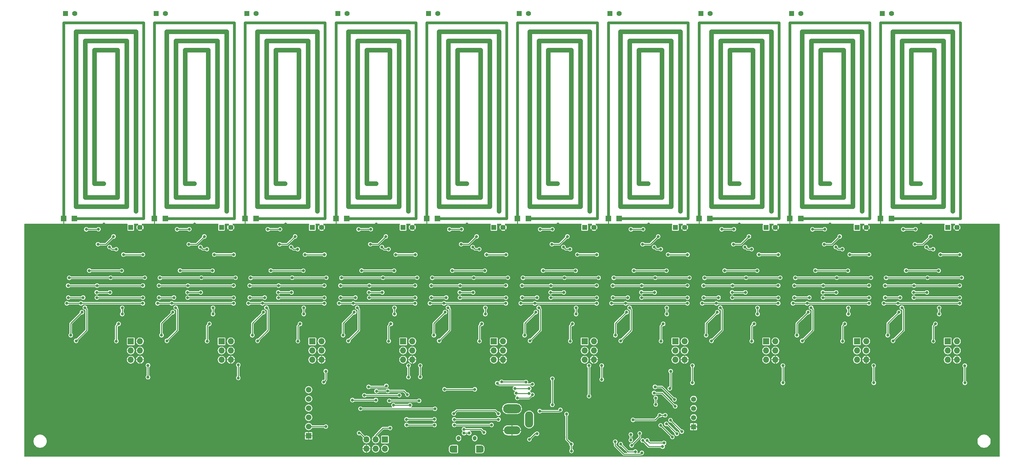
<source format=gbr>
%TF.GenerationSoftware,KiCad,Pcbnew,(5.1.6)-1*%
%TF.CreationDate,2020-11-27T14:01:37-07:00*%
%TF.ProjectId,NFCPower10,4e464350-6f77-4657-9231-302e6b696361,1*%
%TF.SameCoordinates,Original*%
%TF.FileFunction,Copper,L2,Bot*%
%TF.FilePolarity,Positive*%
%FSLAX46Y46*%
G04 Gerber Fmt 4.6, Leading zero omitted, Abs format (unit mm)*
G04 Created by KiCad (PCBNEW (5.1.6)-1) date 2020-11-27 14:01:37*
%MOMM*%
%LPD*%
G01*
G04 APERTURE LIST*
%TA.AperFunction,EtchedComponent*%
%ADD10C,1.270000*%
%TD*%
%TA.AperFunction,EtchedComponent*%
%ADD11C,0.750000*%
%TD*%
%TA.AperFunction,ComponentPad*%
%ADD12C,1.270000*%
%TD*%
%TA.AperFunction,SMDPad,CuDef*%
%ADD13R,1.524000X1.524000*%
%TD*%
%TA.AperFunction,ComponentPad*%
%ADD14R,1.400000X1.400000*%
%TD*%
%TA.AperFunction,ComponentPad*%
%ADD15C,1.400000*%
%TD*%
%TA.AperFunction,ComponentPad*%
%ADD16C,1.549999*%
%TD*%
%TA.AperFunction,ComponentPad*%
%ADD17R,1.549999X1.549999*%
%TD*%
%TA.AperFunction,ComponentPad*%
%ADD18O,2.250000X4.500000*%
%TD*%
%TA.AperFunction,ComponentPad*%
%ADD19O,4.500000X2.250000*%
%TD*%
%TA.AperFunction,ComponentPad*%
%ADD20O,5.000000X2.500000*%
%TD*%
%TA.AperFunction,ComponentPad*%
%ADD21R,1.700000X1.700000*%
%TD*%
%TA.AperFunction,ComponentPad*%
%ADD22O,1.700000X1.700000*%
%TD*%
%TA.AperFunction,SMDPad,CuDef*%
%ADD23C,0.100000*%
%TD*%
%TA.AperFunction,ViaPad*%
%ADD24C,0.800000*%
%TD*%
%TA.AperFunction,Conductor*%
%ADD25C,0.250000*%
%TD*%
%TA.AperFunction,Conductor*%
%ADD26C,0.200000*%
%TD*%
G04 APERTURE END LIST*
D10*
%TO.C,Y31*%
X109890000Y-86970000D02*
X109890000Y-136500000D01*
X109890000Y-86970000D02*
X93380000Y-86970000D01*
X93380000Y-135230000D02*
X93380000Y-86970000D01*
X107350000Y-135230000D02*
X93380000Y-135230000D01*
X101000000Y-128880000D02*
X98460000Y-128880000D01*
X107350000Y-135230000D02*
X107350000Y-89510000D01*
X107350000Y-89510000D02*
X95920000Y-89510000D01*
X95920000Y-132690000D02*
X95920000Y-89510000D01*
X104810000Y-132690000D02*
X95920000Y-132690000D01*
X104810000Y-92050000D02*
X104810000Y-132690000D01*
X104810000Y-92050000D02*
X98460000Y-92050000D01*
X98460000Y-128880000D02*
X98460000Y-92050000D01*
%TO.C,Y28*%
X134890000Y-86970000D02*
X134890000Y-136500000D01*
X134890000Y-86970000D02*
X118380000Y-86970000D01*
X118380000Y-135230000D02*
X118380000Y-86970000D01*
X132350000Y-135230000D02*
X118380000Y-135230000D01*
X126000000Y-128880000D02*
X123460000Y-128880000D01*
X132350000Y-135230000D02*
X132350000Y-89510000D01*
X132350000Y-89510000D02*
X120920000Y-89510000D01*
X120920000Y-132690000D02*
X120920000Y-89510000D01*
X129810000Y-132690000D02*
X120920000Y-132690000D01*
X129810000Y-92050000D02*
X129810000Y-132690000D01*
X129810000Y-92050000D02*
X123460000Y-92050000D01*
X123460000Y-128880000D02*
X123460000Y-92050000D01*
%TO.C,Y25*%
X159890000Y-86970000D02*
X159890000Y-136500000D01*
X159890000Y-86970000D02*
X143380000Y-86970000D01*
X143380000Y-135230000D02*
X143380000Y-86970000D01*
X157350000Y-135230000D02*
X143380000Y-135230000D01*
X151000000Y-128880000D02*
X148460000Y-128880000D01*
X157350000Y-135230000D02*
X157350000Y-89510000D01*
X157350000Y-89510000D02*
X145920000Y-89510000D01*
X145920000Y-132690000D02*
X145920000Y-89510000D01*
X154810000Y-132690000D02*
X145920000Y-132690000D01*
X154810000Y-92050000D02*
X154810000Y-132690000D01*
X154810000Y-92050000D02*
X148460000Y-92050000D01*
X148460000Y-128880000D02*
X148460000Y-92050000D01*
%TO.C,Y22*%
X184890000Y-86970000D02*
X184890000Y-136500000D01*
X184890000Y-86970000D02*
X168380000Y-86970000D01*
X168380000Y-135230000D02*
X168380000Y-86970000D01*
X182350000Y-135230000D02*
X168380000Y-135230000D01*
X176000000Y-128880000D02*
X173460000Y-128880000D01*
X182350000Y-135230000D02*
X182350000Y-89510000D01*
X182350000Y-89510000D02*
X170920000Y-89510000D01*
X170920000Y-132690000D02*
X170920000Y-89510000D01*
X179810000Y-132690000D02*
X170920000Y-132690000D01*
X179810000Y-92050000D02*
X179810000Y-132690000D01*
X179810000Y-92050000D02*
X173460000Y-92050000D01*
X173460000Y-128880000D02*
X173460000Y-92050000D01*
%TO.C,Y19*%
X209890000Y-86970000D02*
X209890000Y-136500000D01*
X209890000Y-86970000D02*
X193380000Y-86970000D01*
X193380000Y-135230000D02*
X193380000Y-86970000D01*
X207350000Y-135230000D02*
X193380000Y-135230000D01*
X201000000Y-128880000D02*
X198460000Y-128880000D01*
X207350000Y-135230000D02*
X207350000Y-89510000D01*
X207350000Y-89510000D02*
X195920000Y-89510000D01*
X195920000Y-132690000D02*
X195920000Y-89510000D01*
X204810000Y-132690000D02*
X195920000Y-132690000D01*
X204810000Y-92050000D02*
X204810000Y-132690000D01*
X204810000Y-92050000D02*
X198460000Y-92050000D01*
X198460000Y-128880000D02*
X198460000Y-92050000D01*
%TO.C,Y16*%
X234890000Y-86970000D02*
X234890000Y-136500000D01*
X234890000Y-86970000D02*
X218380000Y-86970000D01*
X218380000Y-135230000D02*
X218380000Y-86970000D01*
X232350000Y-135230000D02*
X218380000Y-135230000D01*
X226000000Y-128880000D02*
X223460000Y-128880000D01*
X232350000Y-135230000D02*
X232350000Y-89510000D01*
X232350000Y-89510000D02*
X220920000Y-89510000D01*
X220920000Y-132690000D02*
X220920000Y-89510000D01*
X229810000Y-132690000D02*
X220920000Y-132690000D01*
X229810000Y-92050000D02*
X229810000Y-132690000D01*
X229810000Y-92050000D02*
X223460000Y-92050000D01*
X223460000Y-128880000D02*
X223460000Y-92050000D01*
%TO.C,Y13*%
X259890000Y-86970000D02*
X259890000Y-136500000D01*
X259890000Y-86970000D02*
X243380000Y-86970000D01*
X243380000Y-135230000D02*
X243380000Y-86970000D01*
X257350000Y-135230000D02*
X243380000Y-135230000D01*
X251000000Y-128880000D02*
X248460000Y-128880000D01*
X257350000Y-135230000D02*
X257350000Y-89510000D01*
X257350000Y-89510000D02*
X245920000Y-89510000D01*
X245920000Y-132690000D02*
X245920000Y-89510000D01*
X254810000Y-132690000D02*
X245920000Y-132690000D01*
X254810000Y-92050000D02*
X254810000Y-132690000D01*
X254810000Y-92050000D02*
X248460000Y-92050000D01*
X248460000Y-128880000D02*
X248460000Y-92050000D01*
%TO.C,Y10*%
X284890000Y-86970000D02*
X284890000Y-136500000D01*
X284890000Y-86970000D02*
X268380000Y-86970000D01*
X268380000Y-135230000D02*
X268380000Y-86970000D01*
X282350000Y-135230000D02*
X268380000Y-135230000D01*
X276000000Y-128880000D02*
X273460000Y-128880000D01*
X282350000Y-135230000D02*
X282350000Y-89510000D01*
X282350000Y-89510000D02*
X270920000Y-89510000D01*
X270920000Y-132690000D02*
X270920000Y-89510000D01*
X279810000Y-132690000D02*
X270920000Y-132690000D01*
X279810000Y-92050000D02*
X279810000Y-132690000D01*
X279810000Y-92050000D02*
X273460000Y-92050000D01*
X273460000Y-128880000D02*
X273460000Y-92050000D01*
%TO.C,Y7*%
X309890000Y-86970000D02*
X309890000Y-136500000D01*
X309890000Y-86970000D02*
X293380000Y-86970000D01*
X293380000Y-135230000D02*
X293380000Y-86970000D01*
X307350000Y-135230000D02*
X293380000Y-135230000D01*
X301000000Y-128880000D02*
X298460000Y-128880000D01*
X307350000Y-135230000D02*
X307350000Y-89510000D01*
X307350000Y-89510000D02*
X295920000Y-89510000D01*
X295920000Y-132690000D02*
X295920000Y-89510000D01*
X304810000Y-132690000D02*
X295920000Y-132690000D01*
X304810000Y-92050000D02*
X304810000Y-132690000D01*
X304810000Y-92050000D02*
X298460000Y-92050000D01*
X298460000Y-128880000D02*
X298460000Y-92050000D01*
%TO.C,Y4*%
X334890000Y-86970000D02*
X334890000Y-136500000D01*
X334890000Y-86970000D02*
X318380000Y-86970000D01*
X318380000Y-135230000D02*
X318380000Y-86970000D01*
X332350000Y-135230000D02*
X318380000Y-135230000D01*
X326000000Y-128880000D02*
X323460000Y-128880000D01*
X332350000Y-135230000D02*
X332350000Y-89510000D01*
X332350000Y-89510000D02*
X320920000Y-89510000D01*
X320920000Y-132690000D02*
X320920000Y-89510000D01*
X329810000Y-132690000D02*
X320920000Y-132690000D01*
X329810000Y-92050000D02*
X329810000Y-132690000D01*
X329810000Y-92050000D02*
X323460000Y-92050000D01*
X323460000Y-128880000D02*
X323460000Y-92050000D01*
D11*
%TO.C,Y32*%
X90000000Y-84500000D02*
X90000000Y-137700000D01*
X112000000Y-84500000D02*
X90000000Y-84500000D01*
X112000000Y-138500000D02*
X112000000Y-84500000D01*
X93800000Y-138500000D02*
X112000000Y-138500000D01*
%TO.C,Y29*%
X115000000Y-84500000D02*
X115000000Y-137700000D01*
X137000000Y-84500000D02*
X115000000Y-84500000D01*
X137000000Y-138500000D02*
X137000000Y-84500000D01*
X118800000Y-138500000D02*
X137000000Y-138500000D01*
%TO.C,Y26*%
X140000000Y-84500000D02*
X140000000Y-137700000D01*
X162000000Y-84500000D02*
X140000000Y-84500000D01*
X162000000Y-138500000D02*
X162000000Y-84500000D01*
X143800000Y-138500000D02*
X162000000Y-138500000D01*
%TO.C,Y23*%
X165000000Y-84500000D02*
X165000000Y-137700000D01*
X187000000Y-84500000D02*
X165000000Y-84500000D01*
X187000000Y-138500000D02*
X187000000Y-84500000D01*
X168800000Y-138500000D02*
X187000000Y-138500000D01*
%TO.C,Y20*%
X190000000Y-84500000D02*
X190000000Y-137700000D01*
X212000000Y-84500000D02*
X190000000Y-84500000D01*
X212000000Y-138500000D02*
X212000000Y-84500000D01*
X193800000Y-138500000D02*
X212000000Y-138500000D01*
%TO.C,Y17*%
X215000000Y-84500000D02*
X215000000Y-137700000D01*
X237000000Y-84500000D02*
X215000000Y-84500000D01*
X237000000Y-138500000D02*
X237000000Y-84500000D01*
X218800000Y-138500000D02*
X237000000Y-138500000D01*
%TO.C,Y14*%
X240000000Y-84500000D02*
X240000000Y-137700000D01*
X262000000Y-84500000D02*
X240000000Y-84500000D01*
X262000000Y-138500000D02*
X262000000Y-84500000D01*
X243800000Y-138500000D02*
X262000000Y-138500000D01*
%TO.C,Y11*%
X265000000Y-84500000D02*
X265000000Y-137700000D01*
X287000000Y-84500000D02*
X265000000Y-84500000D01*
X287000000Y-138500000D02*
X287000000Y-84500000D01*
X268800000Y-138500000D02*
X287000000Y-138500000D01*
%TO.C,Y8*%
X290000000Y-84500000D02*
X290000000Y-137700000D01*
X312000000Y-84500000D02*
X290000000Y-84500000D01*
X312000000Y-138500000D02*
X312000000Y-84500000D01*
X293800000Y-138500000D02*
X312000000Y-138500000D01*
%TO.C,Y5*%
X315000000Y-84500000D02*
X315000000Y-137700000D01*
X337000000Y-84500000D02*
X315000000Y-84500000D01*
X337000000Y-138500000D02*
X337000000Y-84500000D01*
X318800000Y-138500000D02*
X337000000Y-138500000D01*
%TD*%
D12*
%TO.P,Y31,3*%
%TO.N,N/C*%
X109890000Y-136500000D03*
X101000000Y-128880000D03*
%TD*%
%TO.P,Y28,3*%
%TO.N,N/C*%
X134890000Y-136500000D03*
X126000000Y-128880000D03*
%TD*%
%TO.P,Y25,3*%
%TO.N,N/C*%
X159890000Y-136500000D03*
X151000000Y-128880000D03*
%TD*%
%TO.P,Y22,3*%
%TO.N,N/C*%
X184890000Y-136500000D03*
X176000000Y-128880000D03*
%TD*%
%TO.P,Y19,3*%
%TO.N,N/C*%
X209890000Y-136500000D03*
X201000000Y-128880000D03*
%TD*%
%TO.P,Y16,3*%
%TO.N,N/C*%
X234890000Y-136500000D03*
X226000000Y-128880000D03*
%TD*%
%TO.P,Y13,3*%
%TO.N,N/C*%
X259890000Y-136500000D03*
X251000000Y-128880000D03*
%TD*%
%TO.P,Y10,3*%
%TO.N,N/C*%
X284890000Y-136500000D03*
X276000000Y-128880000D03*
%TD*%
%TO.P,Y7,3*%
%TO.N,N/C*%
X309890000Y-136500000D03*
X301000000Y-128880000D03*
%TD*%
%TO.P,Y4,3*%
%TO.N,N/C*%
X334890000Y-136500000D03*
X326000000Y-128880000D03*
%TD*%
D13*
%TO.P,Y32,1*%
%TO.N,/TX10/HSEN1*%
X93000000Y-138500000D03*
%TO.P,Y32,2*%
%TO.N,GND*%
X90000000Y-138500000D03*
%TD*%
%TO.P,Y29,1*%
%TO.N,/TX9/HSEN1*%
X118000000Y-138500000D03*
%TO.P,Y29,2*%
%TO.N,GND*%
X115000000Y-138500000D03*
%TD*%
%TO.P,Y26,1*%
%TO.N,/TX8/HSEN1*%
X143000000Y-138500000D03*
%TO.P,Y26,2*%
%TO.N,GND*%
X140000000Y-138500000D03*
%TD*%
%TO.P,Y23,1*%
%TO.N,/TX7/HSEN1*%
X168000000Y-138500000D03*
%TO.P,Y23,2*%
%TO.N,GND*%
X165000000Y-138500000D03*
%TD*%
%TO.P,Y20,1*%
%TO.N,/TX6/HSEN1*%
X193000000Y-138500000D03*
%TO.P,Y20,2*%
%TO.N,GND*%
X190000000Y-138500000D03*
%TD*%
%TO.P,Y17,1*%
%TO.N,/TX5/HSEN1*%
X218000000Y-138500000D03*
%TO.P,Y17,2*%
%TO.N,GND*%
X215000000Y-138500000D03*
%TD*%
%TO.P,Y14,1*%
%TO.N,/TX4/HSEN1*%
X243000000Y-138500000D03*
%TO.P,Y14,2*%
%TO.N,GND*%
X240000000Y-138500000D03*
%TD*%
%TO.P,Y11,1*%
%TO.N,/TX3/HSEN1*%
X268000000Y-138500000D03*
%TO.P,Y11,2*%
%TO.N,GND*%
X265000000Y-138500000D03*
%TD*%
%TO.P,Y8,1*%
%TO.N,/TX2/HSEN1*%
X293000000Y-138500000D03*
%TO.P,Y8,2*%
%TO.N,GND*%
X290000000Y-138500000D03*
%TD*%
%TO.P,Y5,1*%
%TO.N,/TX1/HSEN1*%
X318000000Y-138500000D03*
%TO.P,Y5,2*%
%TO.N,GND*%
X315000000Y-138500000D03*
%TD*%
D14*
%TO.P,J35,1*%
%TO.N,Net-(J35-Pad1)*%
X90500000Y-82000000D03*
D15*
%TO.P,J35,2*%
%TO.N,Net-(J35-Pad2)*%
X93040000Y-82000000D03*
%TD*%
D14*
%TO.P,J34,1*%
%TO.N,/TX10/HSEN2*%
X108500000Y-141000000D03*
D15*
%TO.P,J34,2*%
%TO.N,GND*%
X111040000Y-141000000D03*
%TD*%
D14*
%TO.P,J32,1*%
%TO.N,Net-(J32-Pad1)*%
X115500000Y-82000000D03*
D15*
%TO.P,J32,2*%
%TO.N,Net-(J32-Pad2)*%
X118040000Y-82000000D03*
%TD*%
D14*
%TO.P,J31,1*%
%TO.N,/TX9/HSEN2*%
X133500000Y-141000000D03*
D15*
%TO.P,J31,2*%
%TO.N,GND*%
X136040000Y-141000000D03*
%TD*%
D14*
%TO.P,J29,1*%
%TO.N,Net-(J29-Pad1)*%
X140500000Y-82000000D03*
D15*
%TO.P,J29,2*%
%TO.N,Net-(J29-Pad2)*%
X143040000Y-82000000D03*
%TD*%
D14*
%TO.P,J28,1*%
%TO.N,/TX8/HSEN2*%
X158500000Y-141000000D03*
D15*
%TO.P,J28,2*%
%TO.N,GND*%
X161040000Y-141000000D03*
%TD*%
D14*
%TO.P,J26,1*%
%TO.N,Net-(J26-Pad1)*%
X165500000Y-82000000D03*
D15*
%TO.P,J26,2*%
%TO.N,Net-(J26-Pad2)*%
X168040000Y-82000000D03*
%TD*%
D14*
%TO.P,J25,1*%
%TO.N,/TX7/HSEN2*%
X183500000Y-141000000D03*
D15*
%TO.P,J25,2*%
%TO.N,GND*%
X186040000Y-141000000D03*
%TD*%
D14*
%TO.P,J23,1*%
%TO.N,Net-(J23-Pad1)*%
X190500000Y-82000000D03*
D15*
%TO.P,J23,2*%
%TO.N,Net-(J23-Pad2)*%
X193040000Y-82000000D03*
%TD*%
D14*
%TO.P,J22,1*%
%TO.N,/TX6/HSEN2*%
X208500000Y-141000000D03*
D15*
%TO.P,J22,2*%
%TO.N,GND*%
X211040000Y-141000000D03*
%TD*%
D14*
%TO.P,J20,1*%
%TO.N,Net-(J20-Pad1)*%
X215500000Y-82000000D03*
D15*
%TO.P,J20,2*%
%TO.N,Net-(J20-Pad2)*%
X218040000Y-82000000D03*
%TD*%
D14*
%TO.P,J19,1*%
%TO.N,/TX5/HSEN2*%
X233500000Y-141000000D03*
D15*
%TO.P,J19,2*%
%TO.N,GND*%
X236040000Y-141000000D03*
%TD*%
D14*
%TO.P,J17,1*%
%TO.N,Net-(J17-Pad1)*%
X240500000Y-82000000D03*
D15*
%TO.P,J17,2*%
%TO.N,Net-(J17-Pad2)*%
X243040000Y-82000000D03*
%TD*%
D14*
%TO.P,J16,1*%
%TO.N,/TX4/HSEN2*%
X258500000Y-141000000D03*
D15*
%TO.P,J16,2*%
%TO.N,GND*%
X261040000Y-141000000D03*
%TD*%
D14*
%TO.P,J14,1*%
%TO.N,Net-(J14-Pad1)*%
X265500000Y-82000000D03*
D15*
%TO.P,J14,2*%
%TO.N,Net-(J14-Pad2)*%
X268040000Y-82000000D03*
%TD*%
D14*
%TO.P,J13,1*%
%TO.N,/TX3/HSEN2*%
X283500000Y-141000000D03*
D15*
%TO.P,J13,2*%
%TO.N,GND*%
X286040000Y-141000000D03*
%TD*%
D14*
%TO.P,J11,1*%
%TO.N,Net-(J11-Pad1)*%
X290500000Y-82000000D03*
D15*
%TO.P,J11,2*%
%TO.N,Net-(J11-Pad2)*%
X293040000Y-82000000D03*
%TD*%
D14*
%TO.P,J10,1*%
%TO.N,/TX2/HSEN2*%
X308500000Y-141000000D03*
D15*
%TO.P,J10,2*%
%TO.N,GND*%
X311040000Y-141000000D03*
%TD*%
D14*
%TO.P,J8,1*%
%TO.N,Net-(J8-Pad1)*%
X315500000Y-82000000D03*
D15*
%TO.P,J8,2*%
%TO.N,Net-(J8-Pad2)*%
X318040000Y-82000000D03*
%TD*%
D14*
%TO.P,J7,1*%
%TO.N,/TX1/HSEN2*%
X333500000Y-141000000D03*
D15*
%TO.P,J7,2*%
%TO.N,GND*%
X336040000Y-141000000D03*
%TD*%
D16*
%TO.P,J5,6*%
%TO.N,/CS*%
X157500000Y-185800000D03*
%TO.P,J5,5*%
%TO.N,/SCK*%
X157500000Y-188340000D03*
%TO.P,J5,4*%
%TO.N,/MOSI*%
X157500000Y-190880000D03*
%TO.P,J5,3*%
%TO.N,/MISO*%
X157500000Y-193420000D03*
%TO.P,J5,2*%
%TO.N,+5V*%
X157500000Y-195960000D03*
D17*
%TO.P,J5,1*%
%TO.N,GND*%
X157500000Y-198500000D03*
%TD*%
D15*
%TO.P,J4,3*%
%TO.N,/SCL*%
X263500000Y-190920000D03*
%TO.P,J4,2*%
%TO.N,+5V*%
X263500000Y-193460000D03*
D14*
%TO.P,J4,1*%
%TO.N,GND*%
X263500000Y-196000000D03*
D15*
%TO.P,J4,4*%
%TO.N,/SDA*%
X263500000Y-188380000D03*
%TD*%
D18*
%TO.P,J1,3*%
%TO.N,Net-(J1-Pad3)*%
X218200000Y-194000000D03*
D19*
%TO.P,J1,2*%
%TO.N,GND*%
X213500000Y-197000000D03*
D20*
%TO.P,J1,1*%
%TO.N,/VIN*%
X213500000Y-191000000D03*
%TD*%
D21*
%TO.P,J3,1*%
%TO.N,/MISO*%
X178500000Y-199500000D03*
D22*
%TO.P,J3,2*%
%TO.N,+5V*%
X178500000Y-202040000D03*
%TO.P,J3,3*%
%TO.N,/SCK*%
X175960000Y-199500000D03*
%TO.P,J3,4*%
%TO.N,/MOSI*%
X175960000Y-202040000D03*
%TO.P,J3,5*%
%TO.N,/RES*%
X173420000Y-199500000D03*
%TO.P,J3,6*%
%TO.N,GND*%
X173420000Y-202040000D03*
%TD*%
D21*
%TO.P,J33,1*%
%TO.N,/TX10/MISO*%
X108500000Y-172420000D03*
D22*
%TO.P,J33,2*%
%TO.N,+5VP*%
X111040000Y-172420000D03*
%TO.P,J33,3*%
%TO.N,/TX10/SCK*%
X108500000Y-174960000D03*
%TO.P,J33,4*%
%TO.N,/TX10/MOSI*%
X111040000Y-174960000D03*
%TO.P,J33,5*%
%TO.N,/TX10/RES*%
X108500000Y-177500000D03*
%TO.P,J33,6*%
%TO.N,GND*%
X111040000Y-177500000D03*
%TD*%
D21*
%TO.P,J30,1*%
%TO.N,/TX9/MISO*%
X133500000Y-172420000D03*
D22*
%TO.P,J30,2*%
%TO.N,+5VP*%
X136040000Y-172420000D03*
%TO.P,J30,3*%
%TO.N,/TX9/SCK*%
X133500000Y-174960000D03*
%TO.P,J30,4*%
%TO.N,/TX9/MOSI*%
X136040000Y-174960000D03*
%TO.P,J30,5*%
%TO.N,/TX9/RES*%
X133500000Y-177500000D03*
%TO.P,J30,6*%
%TO.N,GND*%
X136040000Y-177500000D03*
%TD*%
D21*
%TO.P,J27,1*%
%TO.N,/TX8/MISO*%
X158500000Y-172420000D03*
D22*
%TO.P,J27,2*%
%TO.N,+5VP*%
X161040000Y-172420000D03*
%TO.P,J27,3*%
%TO.N,/TX8/SCK*%
X158500000Y-174960000D03*
%TO.P,J27,4*%
%TO.N,/TX8/MOSI*%
X161040000Y-174960000D03*
%TO.P,J27,5*%
%TO.N,/TX8/RES*%
X158500000Y-177500000D03*
%TO.P,J27,6*%
%TO.N,GND*%
X161040000Y-177500000D03*
%TD*%
D21*
%TO.P,J24,1*%
%TO.N,/TX7/MISO*%
X183500000Y-172420000D03*
D22*
%TO.P,J24,2*%
%TO.N,+5VP*%
X186040000Y-172420000D03*
%TO.P,J24,3*%
%TO.N,/TX7/SCK*%
X183500000Y-174960000D03*
%TO.P,J24,4*%
%TO.N,/TX7/MOSI*%
X186040000Y-174960000D03*
%TO.P,J24,5*%
%TO.N,/TX7/RES*%
X183500000Y-177500000D03*
%TO.P,J24,6*%
%TO.N,GND*%
X186040000Y-177500000D03*
%TD*%
D21*
%TO.P,J21,1*%
%TO.N,/TX6/MISO*%
X208500000Y-172420000D03*
D22*
%TO.P,J21,2*%
%TO.N,+5VP*%
X211040000Y-172420000D03*
%TO.P,J21,3*%
%TO.N,/TX6/SCK*%
X208500000Y-174960000D03*
%TO.P,J21,4*%
%TO.N,/TX6/MOSI*%
X211040000Y-174960000D03*
%TO.P,J21,5*%
%TO.N,/TX6/RES*%
X208500000Y-177500000D03*
%TO.P,J21,6*%
%TO.N,GND*%
X211040000Y-177500000D03*
%TD*%
D21*
%TO.P,J18,1*%
%TO.N,/TX5/MISO*%
X233500000Y-172420000D03*
D22*
%TO.P,J18,2*%
%TO.N,+5VP*%
X236040000Y-172420000D03*
%TO.P,J18,3*%
%TO.N,/TX5/SCK*%
X233500000Y-174960000D03*
%TO.P,J18,4*%
%TO.N,/TX5/MOSI*%
X236040000Y-174960000D03*
%TO.P,J18,5*%
%TO.N,/TX5/RES*%
X233500000Y-177500000D03*
%TO.P,J18,6*%
%TO.N,GND*%
X236040000Y-177500000D03*
%TD*%
D21*
%TO.P,J15,1*%
%TO.N,/TX4/MISO*%
X258500000Y-172420000D03*
D22*
%TO.P,J15,2*%
%TO.N,+5VP*%
X261040000Y-172420000D03*
%TO.P,J15,3*%
%TO.N,/TX4/SCK*%
X258500000Y-174960000D03*
%TO.P,J15,4*%
%TO.N,/TX4/MOSI*%
X261040000Y-174960000D03*
%TO.P,J15,5*%
%TO.N,/TX4/RES*%
X258500000Y-177500000D03*
%TO.P,J15,6*%
%TO.N,GND*%
X261040000Y-177500000D03*
%TD*%
D21*
%TO.P,J12,1*%
%TO.N,/TX3/MISO*%
X283500000Y-172420000D03*
D22*
%TO.P,J12,2*%
%TO.N,+5VP*%
X286040000Y-172420000D03*
%TO.P,J12,3*%
%TO.N,/TX3/SCK*%
X283500000Y-174960000D03*
%TO.P,J12,4*%
%TO.N,/TX3/MOSI*%
X286040000Y-174960000D03*
%TO.P,J12,5*%
%TO.N,/TX3/RES*%
X283500000Y-177500000D03*
%TO.P,J12,6*%
%TO.N,GND*%
X286040000Y-177500000D03*
%TD*%
D21*
%TO.P,J9,1*%
%TO.N,/TX2/MISO*%
X308500000Y-172420000D03*
D22*
%TO.P,J9,2*%
%TO.N,+5VP*%
X311040000Y-172420000D03*
%TO.P,J9,3*%
%TO.N,/TX2/SCK*%
X308500000Y-174960000D03*
%TO.P,J9,4*%
%TO.N,/TX2/MOSI*%
X311040000Y-174960000D03*
%TO.P,J9,5*%
%TO.N,/TX2/RES*%
X308500000Y-177500000D03*
%TO.P,J9,6*%
%TO.N,GND*%
X311040000Y-177500000D03*
%TD*%
D21*
%TO.P,J6,1*%
%TO.N,/TX1/MISO*%
X333500000Y-172420000D03*
D22*
%TO.P,J6,2*%
%TO.N,+5VP*%
X336040000Y-172420000D03*
%TO.P,J6,3*%
%TO.N,/TX1/SCK*%
X333500000Y-174960000D03*
%TO.P,J6,4*%
%TO.N,/TX1/MOSI*%
X336040000Y-174960000D03*
%TO.P,J6,5*%
%TO.N,/TX1/RES*%
X333500000Y-177500000D03*
%TO.P,J6,6*%
%TO.N,GND*%
X336040000Y-177500000D03*
%TD*%
%TO.N,Net-(J2-Pad8)*%
%TO.C,J2*%
%TA.AperFunction,ViaPad*%
G36*
G01*
X196525000Y-202500000D02*
X196525000Y-201800000D01*
G75*
G02*
X196825000Y-201500000I300000J0D01*
G01*
X196825000Y-201500000D01*
G75*
G02*
X197125000Y-201800000I0J-300000D01*
G01*
X197125000Y-202500000D01*
G75*
G02*
X196825000Y-202800000I-300000J0D01*
G01*
X196825000Y-202800000D01*
G75*
G02*
X196525000Y-202500000I0J300000D01*
G01*
G37*
%TD.AperFunction*%
%TO.N,Net-(J2-Pad11)*%
%TA.AperFunction,ViaPad*%
G36*
G01*
X204875000Y-202500000D02*
X204875000Y-201800000D01*
G75*
G02*
X205175000Y-201500000I300000J0D01*
G01*
X205175000Y-201500000D01*
G75*
G02*
X205475000Y-201800000I0J-300000D01*
G01*
X205475000Y-202500000D01*
G75*
G02*
X205175000Y-202800000I-300000J0D01*
G01*
X205175000Y-202800000D01*
G75*
G02*
X204875000Y-202500000I0J300000D01*
G01*
G37*
%TD.AperFunction*%
%TA.AperFunction,SMDPad,CuDef*%
D23*
%TD*%
%TO.P,J2,8*%
%TO.N,Net-(J2-Pad8)*%
G36*
X198400000Y-203100000D02*
G01*
X196925000Y-203100000D01*
X196877925Y-203098150D01*
X196831139Y-203092613D01*
X196784933Y-203083422D01*
X196739590Y-203070634D01*
X196695390Y-203054328D01*
X196652606Y-203034604D01*
X196611501Y-203011584D01*
X196572329Y-202985410D01*
X196535331Y-202956244D01*
X196500736Y-202924264D01*
X196468756Y-202889669D01*
X196439590Y-202852671D01*
X196413416Y-202813499D01*
X196390396Y-202772394D01*
X196370672Y-202729610D01*
X196354366Y-202685410D01*
X196341578Y-202640067D01*
X196332387Y-202593861D01*
X196326850Y-202547075D01*
X196325000Y-202500000D01*
X196325000Y-201800000D01*
X196326850Y-201752925D01*
X196332387Y-201706139D01*
X196341578Y-201659933D01*
X196354366Y-201614590D01*
X196370672Y-201570390D01*
X196390396Y-201527606D01*
X196413416Y-201486501D01*
X196439590Y-201447329D01*
X196468756Y-201410331D01*
X196500736Y-201375736D01*
X196535331Y-201343756D01*
X196572329Y-201314590D01*
X196611501Y-201288416D01*
X196652606Y-201265396D01*
X196695390Y-201245672D01*
X196739590Y-201229366D01*
X196784933Y-201216578D01*
X196831139Y-201207387D01*
X196877925Y-201201850D01*
X196925000Y-201200000D01*
X198400000Y-201200000D01*
X198400000Y-203100000D01*
G37*
%TD.AperFunction*%
%TA.AperFunction,SMDPad,CuDef*%
%TO.P,J2,11*%
%TO.N,Net-(J2-Pad11)*%
G36*
X205122075Y-201201850D02*
G01*
X205168861Y-201207387D01*
X205215067Y-201216578D01*
X205260410Y-201229366D01*
X205304610Y-201245672D01*
X205347394Y-201265396D01*
X205388499Y-201288416D01*
X205427671Y-201314590D01*
X205464669Y-201343756D01*
X205499264Y-201375736D01*
X205531244Y-201410331D01*
X205560410Y-201447329D01*
X205586584Y-201486501D01*
X205609604Y-201527606D01*
X205629328Y-201570390D01*
X205645634Y-201614590D01*
X205658422Y-201659933D01*
X205667613Y-201706139D01*
X205673150Y-201752925D01*
X205675000Y-201800000D01*
X205675000Y-202500000D01*
X205673150Y-202547075D01*
X205667613Y-202593861D01*
X205658422Y-202640067D01*
X205645634Y-202685410D01*
X205629328Y-202729610D01*
X205609604Y-202772394D01*
X205586584Y-202813499D01*
X205560410Y-202852671D01*
X205531244Y-202889669D01*
X205499264Y-202924264D01*
X205464669Y-202956244D01*
X205427671Y-202985410D01*
X205388499Y-203011584D01*
X205347394Y-203034604D01*
X205304610Y-203054328D01*
X205260410Y-203070634D01*
X205215067Y-203083422D01*
X205168861Y-203092613D01*
X205122075Y-203098150D01*
X205075000Y-203100000D01*
X203600000Y-203100000D01*
X203600000Y-201200000D01*
X205075000Y-201200000D01*
X205122075Y-201201850D01*
G37*
%TD.AperFunction*%
%TD*%
%TO.N,Net-(J2-Pad6)*%
%TO.C,J2*%
%TA.AperFunction,ViaPad*%
G36*
G01*
X198250000Y-199250000D02*
X198250000Y-199050000D01*
G75*
G02*
X198775000Y-198525000I525000J0D01*
G01*
X198775000Y-198525000D01*
G75*
G02*
X199300000Y-199050000I0J-525000D01*
G01*
X199300000Y-199250000D01*
G75*
G02*
X198775000Y-199775000I-525000J0D01*
G01*
X198775000Y-199775000D01*
G75*
G02*
X198250000Y-199250000I0J525000D01*
G01*
G37*
%TD.AperFunction*%
%TO.N,Net-(J2-Pad7)*%
%TO.C,J2*%
%TA.AperFunction,ViaPad*%
G36*
G01*
X202700000Y-199250000D02*
X202700000Y-199050000D01*
G75*
G02*
X203225000Y-198525000I525000J0D01*
G01*
X203225000Y-198525000D01*
G75*
G02*
X203750000Y-199050000I0J-525000D01*
G01*
X203750000Y-199250000D01*
G75*
G02*
X203225000Y-199775000I-525000J0D01*
G01*
X203225000Y-199775000D01*
G75*
G02*
X202700000Y-199250000I0J525000D01*
G01*
G37*
%TD.AperFunction*%
%TD*%
D24*
%TO.N,+5V*%
X162230000Y-195960000D03*
X246220000Y-199700000D03*
X246230000Y-198130000D03*
%TO.N,GND*%
X325000000Y-149000000D03*
X327000000Y-149050000D03*
X327000000Y-151000000D03*
X325010000Y-151000000D03*
X320450000Y-171940000D03*
X326000000Y-164500000D03*
X317240000Y-163050000D03*
X319690000Y-154000000D03*
X330250000Y-143520000D03*
X325750000Y-143510000D03*
X322646584Y-168813416D03*
X200990000Y-192500000D03*
X176000000Y-192510000D03*
X186260000Y-198550000D03*
X251000000Y-192500000D03*
X252900000Y-197750000D03*
X182000000Y-202010000D03*
X194780000Y-202010000D03*
X219740000Y-191160000D03*
X243620000Y-189500000D03*
X314310000Y-141070000D03*
X326120000Y-140070000D03*
X334250000Y-164530000D03*
X331850000Y-159530000D03*
X320460000Y-174870000D03*
X320465001Y-177704999D03*
X334250000Y-152470002D03*
X323410000Y-146900000D03*
X317250000Y-158990000D03*
X249050000Y-187260000D03*
X223900000Y-200800000D03*
X330250000Y-158900000D03*
X100000000Y-149000000D03*
X102000000Y-149050000D03*
X102000000Y-151000000D03*
X100010000Y-151000000D03*
X95450000Y-171940000D03*
X101000000Y-164500000D03*
X92240000Y-163050000D03*
X94690000Y-154000000D03*
X105250000Y-143520000D03*
X100750000Y-143510000D03*
X97646584Y-168813416D03*
X89310000Y-141070000D03*
X101120000Y-140070000D03*
X109250000Y-164530000D03*
X106850000Y-159530000D03*
X95460000Y-174870000D03*
X95465001Y-177704999D03*
X109250000Y-152470002D03*
X98410000Y-146900000D03*
X92250000Y-158990000D03*
X105250000Y-158900000D03*
X300000000Y-149000000D03*
X302000000Y-149050000D03*
X302000000Y-151000000D03*
X300010000Y-151000000D03*
X295450000Y-171940000D03*
X301000000Y-164500000D03*
X292240000Y-163050000D03*
X294690000Y-154000000D03*
X305250000Y-143520000D03*
X300750000Y-143510000D03*
X297646584Y-168813416D03*
X289310000Y-141070000D03*
X301120000Y-140070000D03*
X309250000Y-164530000D03*
X306850000Y-159530000D03*
X295460000Y-174870000D03*
X295465001Y-177704999D03*
X309250000Y-152470002D03*
X298410000Y-146900000D03*
X292250000Y-158990000D03*
X305250000Y-158900000D03*
X275000000Y-149000000D03*
X277000000Y-149050000D03*
X277000000Y-151000000D03*
X275010000Y-151000000D03*
X270450000Y-171940000D03*
X276000000Y-164500000D03*
X267240000Y-163050000D03*
X269690000Y-154000000D03*
X280250000Y-143520000D03*
X275750000Y-143510000D03*
X272646584Y-168813416D03*
X264310000Y-141070000D03*
X276120000Y-140070000D03*
X284250000Y-164530000D03*
X281850000Y-159530000D03*
X270460000Y-174870000D03*
X270465001Y-177704999D03*
X284250000Y-152470002D03*
X273410000Y-146900000D03*
X267250000Y-158990000D03*
X280250000Y-158900000D03*
X250000000Y-149000000D03*
X252000000Y-149050000D03*
X252000000Y-151000000D03*
X250010000Y-151000000D03*
X245450000Y-171940000D03*
X251000000Y-164500000D03*
X242240000Y-163050000D03*
X244690000Y-154000000D03*
X255250000Y-143520000D03*
X250750000Y-143510000D03*
X247646584Y-168813416D03*
X239310000Y-141070000D03*
X251120000Y-140070000D03*
X259250000Y-164530000D03*
X256850000Y-159530000D03*
X245460000Y-174870000D03*
X245465001Y-177704999D03*
X259250000Y-152470002D03*
X248410000Y-146900000D03*
X242250000Y-158990000D03*
X255250000Y-158900000D03*
X225000000Y-149000000D03*
X227000000Y-149050000D03*
X227000000Y-151000000D03*
X225010000Y-151000000D03*
X220450000Y-171940000D03*
X226000000Y-164500000D03*
X217240000Y-163050000D03*
X219690000Y-154000000D03*
X230250000Y-143520000D03*
X225750000Y-143510000D03*
X222646584Y-168813416D03*
X214310000Y-141070000D03*
X226120000Y-140070000D03*
X234250000Y-164530000D03*
X231850000Y-159530000D03*
X220460000Y-174870000D03*
X220465001Y-177704999D03*
X234250000Y-152470002D03*
X223410000Y-146900000D03*
X217250000Y-158990000D03*
X230250000Y-158900000D03*
X200000000Y-149000000D03*
X202000000Y-149050000D03*
X202000000Y-151000000D03*
X200010000Y-151000000D03*
X195450000Y-171940000D03*
X201000000Y-164500000D03*
X192240000Y-163050000D03*
X194690000Y-154000000D03*
X205250000Y-143520000D03*
X200750000Y-143510000D03*
X197646584Y-168813416D03*
X189310000Y-141070000D03*
X201120000Y-140070000D03*
X209250000Y-164530000D03*
X206850000Y-159530000D03*
X195460000Y-174870000D03*
X195465001Y-177704999D03*
X209250000Y-152470002D03*
X198410000Y-146900000D03*
X192250000Y-158990000D03*
X205250000Y-158900000D03*
X175000000Y-149000000D03*
X177000000Y-149050000D03*
X177000000Y-151000000D03*
X175010000Y-151000000D03*
X170450000Y-171940000D03*
X176000000Y-164500000D03*
X167240000Y-163050000D03*
X169690000Y-154000000D03*
X180250000Y-143520000D03*
X175750000Y-143510000D03*
X172646584Y-168813416D03*
X164310000Y-141070000D03*
X176120000Y-140070000D03*
X184250000Y-164530000D03*
X181850000Y-159530000D03*
X170460000Y-174870000D03*
X170465001Y-177704999D03*
X184250000Y-152470002D03*
X173410000Y-146900000D03*
X167250000Y-158990000D03*
X180250000Y-158900000D03*
X150000000Y-149000000D03*
X152000000Y-149050000D03*
X152000000Y-151000000D03*
X150010000Y-151000000D03*
X145450000Y-171940000D03*
X151000000Y-164500000D03*
X142240000Y-163050000D03*
X144690000Y-154000000D03*
X155250000Y-143520000D03*
X150750000Y-143510000D03*
X147646584Y-168813416D03*
X139310000Y-141070000D03*
X151120000Y-140070000D03*
X159250000Y-164530000D03*
X156850000Y-159530000D03*
X145460000Y-174870000D03*
X145465001Y-177704999D03*
X159250000Y-152470002D03*
X148410000Y-146900000D03*
X142250000Y-158990000D03*
X155250000Y-158900000D03*
X125000000Y-149000000D03*
X127000000Y-149050000D03*
X127000000Y-151000000D03*
X125010000Y-151000000D03*
X120450000Y-171940000D03*
X126000000Y-164500000D03*
X117240000Y-163050000D03*
X119690000Y-154000000D03*
X130250000Y-143520000D03*
X125750000Y-143510000D03*
X122646584Y-168813416D03*
X114310000Y-141070000D03*
X126120000Y-140070000D03*
X134250000Y-164530000D03*
X131850000Y-159530000D03*
X120460000Y-174870000D03*
X120465001Y-177704999D03*
X134250000Y-152470002D03*
X123410000Y-146900000D03*
X117250000Y-158990000D03*
X130250000Y-158900000D03*
X203840000Y-197740000D03*
X170350000Y-195570000D03*
X162659606Y-200949606D03*
X235170000Y-197000000D03*
X227820000Y-198790000D03*
%TO.N,+5VP*%
X327660880Y-146409110D03*
X329475000Y-147009644D03*
X102660880Y-146409110D03*
X104475000Y-147009644D03*
X302660880Y-146409110D03*
X304475000Y-147009644D03*
X277660880Y-146409110D03*
X279475000Y-147009644D03*
X252660880Y-146409110D03*
X254475000Y-147009644D03*
X227660880Y-146409110D03*
X229475000Y-147009644D03*
X202660880Y-146409110D03*
X204475000Y-147009644D03*
X177660880Y-146409110D03*
X179475000Y-147009644D03*
X152660880Y-146409110D03*
X154475000Y-147009644D03*
X127660880Y-146409110D03*
X129475000Y-147009644D03*
X161660000Y-183650000D03*
X162210000Y-180670000D03*
X257190064Y-180680000D03*
X256950000Y-185450000D03*
%TO.N,/SCL*%
X197580000Y-193970000D03*
X192130000Y-193949998D03*
X184440000Y-193960000D03*
X209759999Y-193970000D03*
%TO.N,/SDA*%
X207860000Y-195500000D03*
X197590000Y-195500000D03*
X184470000Y-195480000D03*
X192140000Y-195510000D03*
X228510000Y-192500000D03*
X229830000Y-200797600D03*
X229870000Y-202677400D03*
X248680000Y-197810000D03*
X246438608Y-201145804D03*
%TO.N,/TX1/RF1*%
X324610000Y-141510000D03*
X321250002Y-141530000D03*
%TO.N,/TX2/RF1*%
X299610000Y-141510000D03*
X296250002Y-141530000D03*
%TO.N,/TX3/RF1*%
X274610000Y-141510000D03*
X271250002Y-141530000D03*
%TO.N,/TX4/RF1*%
X249610000Y-141510000D03*
X246250002Y-141530000D03*
%TO.N,/TX5/RF1*%
X224610000Y-141510000D03*
X221250002Y-141530000D03*
%TO.N,/TX6/RF1*%
X199610000Y-141510000D03*
X196250002Y-141530000D03*
%TO.N,/TX7/RF1*%
X174610000Y-141510000D03*
X171250002Y-141530000D03*
%TO.N,/TX8/RF1*%
X149610000Y-141510000D03*
X146250002Y-141530000D03*
%TO.N,/TX9/RF1*%
X124610000Y-141510000D03*
X121250002Y-141530000D03*
%TO.N,/TX10/RF1*%
X99610000Y-141510000D03*
X96250002Y-141530000D03*
%TO.N,/TX1/HSEN1*%
X317720000Y-138500000D03*
%TO.N,/TX2/HSEN1*%
X292720000Y-138500000D03*
%TO.N,/TX3/HSEN1*%
X267720000Y-138500000D03*
%TO.N,/TX4/HSEN1*%
X242720000Y-138500000D03*
%TO.N,/TX5/HSEN1*%
X217720000Y-138500000D03*
%TO.N,/TX6/HSEN1*%
X192720000Y-138500000D03*
%TO.N,/TX7/HSEN1*%
X167720000Y-138500000D03*
%TO.N,/TX8/HSEN1*%
X142720000Y-138500000D03*
%TO.N,/TX9/HSEN1*%
X117720000Y-138500000D03*
%TO.N,/TX10/HSEN1*%
X92720000Y-138500000D03*
%TO.N,/RES*%
X176000000Y-188629998D03*
X169550000Y-188630000D03*
X171390000Y-197750000D03*
X179270000Y-186100000D03*
X176170000Y-186170000D03*
X184670000Y-187130001D03*
%TO.N,/RX*%
X174010000Y-185000000D03*
X178890000Y-184730000D03*
%TO.N,/TX*%
X172840000Y-187320000D03*
X182450000Y-187309998D03*
X219130000Y-184297400D03*
X209440000Y-183990000D03*
X194900000Y-185680000D03*
X203230000Y-185679998D03*
%TO.N,/TXLED#*%
X205780000Y-197540000D03*
X200249998Y-196680000D03*
%TO.N,/IRQ*%
X171770000Y-191040000D03*
X192270000Y-191050000D03*
X209760000Y-192420000D03*
X218280000Y-199490000D03*
X220390000Y-197920000D03*
X221130000Y-191680000D03*
X226820000Y-191340000D03*
X197470000Y-192350000D03*
%TO.N,/IRQP*%
X319780000Y-161930000D03*
X315895165Y-161930000D03*
X336797400Y-161930000D03*
X94780000Y-161930000D03*
X90895165Y-161930000D03*
X111797400Y-161930000D03*
X294780000Y-161930000D03*
X290895165Y-161930000D03*
X311797400Y-161930000D03*
X269780000Y-161930000D03*
X265895165Y-161930000D03*
X286797400Y-161930000D03*
X244780000Y-161930000D03*
X240895165Y-161930000D03*
X261797400Y-161930000D03*
X219780000Y-161930000D03*
X215895165Y-161930000D03*
X236797400Y-161930000D03*
X194780000Y-161930000D03*
X190895165Y-161930000D03*
X211797400Y-161930000D03*
X169780000Y-161930000D03*
X165895165Y-161930000D03*
X186797400Y-161930000D03*
X144780000Y-161930000D03*
X140895165Y-161930000D03*
X161797400Y-161930000D03*
X119780000Y-161930000D03*
X115895165Y-161930000D03*
X136797400Y-161930000D03*
X224610000Y-189950000D03*
X224610000Y-182740001D03*
%TO.N,/SDAP*%
X327940000Y-154880000D03*
X337350000Y-154880000D03*
X316530000Y-154910000D03*
X102940000Y-154880000D03*
X112350000Y-154880000D03*
X91530000Y-154910000D03*
X302940000Y-154880000D03*
X312350000Y-154880000D03*
X291530000Y-154910000D03*
X277940000Y-154880000D03*
X287350000Y-154880000D03*
X266530000Y-154910000D03*
X252940000Y-154880000D03*
X262350000Y-154880000D03*
X241530000Y-154910000D03*
X227940000Y-154880000D03*
X237350000Y-154880000D03*
X216530000Y-154910000D03*
X202940000Y-154880000D03*
X212350000Y-154880000D03*
X191530000Y-154910000D03*
X177940000Y-154880000D03*
X187350000Y-154880000D03*
X166530000Y-154910000D03*
X152940000Y-154880000D03*
X162350000Y-154880000D03*
X141530000Y-154910000D03*
X127940000Y-154880000D03*
X137350000Y-154880000D03*
X116530000Y-154910000D03*
X241940000Y-200120000D03*
X249260000Y-203190000D03*
%TO.N,/SCLP*%
X324210000Y-157050000D03*
X316260052Y-157047418D03*
X99210000Y-157050000D03*
X111797400Y-157040000D03*
X91260052Y-157047418D03*
X299210000Y-157050000D03*
X311797400Y-157040000D03*
X291260052Y-157047418D03*
X274210000Y-157050000D03*
X286797400Y-157040000D03*
X266260052Y-157047418D03*
X249210000Y-157050000D03*
X261797400Y-157040000D03*
X241260052Y-157047418D03*
X224210000Y-157050000D03*
X236797400Y-157040000D03*
X216260052Y-157047418D03*
X199210000Y-157050000D03*
X211797400Y-157040000D03*
X191260052Y-157047418D03*
X174210000Y-157050000D03*
X186797400Y-157040000D03*
X166260052Y-157047418D03*
X149210000Y-157050000D03*
X161797400Y-157040000D03*
X141260052Y-157047418D03*
X124210000Y-157050000D03*
X136797400Y-157040000D03*
X116260052Y-157047418D03*
X336797400Y-157040000D03*
X243430000Y-200797600D03*
X247460000Y-202850000D03*
%TO.N,/RXP*%
X324170000Y-160380000D03*
X336820000Y-160390000D03*
%TO.N,/TXP*%
X95370000Y-160350000D03*
X91297582Y-160350000D03*
%TO.N,/SCK*%
X179910000Y-196350000D03*
%TO.N,Net-(J2-Pad2)*%
X201725000Y-197760000D03*
X200275000Y-197760000D03*
%TO.N,/OEB*%
X179710000Y-188847400D03*
X187920000Y-188830000D03*
X255380000Y-200470000D03*
X250730000Y-199772946D03*
%TO.N,/SSEN*%
X180860000Y-190030000D03*
X185410000Y-190030002D03*
X254970000Y-201470000D03*
X249490000Y-199772946D03*
%TO.N,/CLK4*%
X256490000Y-148490000D03*
X261840000Y-148500000D03*
X131490000Y-148490000D03*
X136840000Y-148500000D03*
X263190001Y-183860000D03*
X263190000Y-179137600D03*
X138110000Y-178950000D03*
X138110001Y-182529999D03*
X219130002Y-187150000D03*
X214980000Y-188040000D03*
%TO.N,/CLK5*%
X253090000Y-189860000D03*
X106490000Y-148490000D03*
X111840000Y-148500000D03*
X231490000Y-148490000D03*
X236840000Y-148500000D03*
X238200000Y-182950000D03*
X238200000Y-179127600D03*
X113230000Y-182330000D03*
X113230000Y-179070000D03*
X210620000Y-183590000D03*
X217320000Y-183660000D03*
X253090002Y-188040000D03*
%TO.N,/CLK1*%
X254212600Y-192822600D03*
X331490000Y-148490000D03*
X336840000Y-148500000D03*
X206490000Y-148490000D03*
X211840000Y-148500000D03*
X338200000Y-179149998D03*
X255670000Y-192830000D03*
X234690000Y-179127600D03*
X338230000Y-183880000D03*
X257660000Y-198830000D03*
X254440000Y-195609996D03*
X246810000Y-194110000D03*
X234700002Y-187550002D03*
%TO.N,/CLK2*%
X181490000Y-148490000D03*
X186840000Y-148500000D03*
X188230000Y-182250000D03*
X188230000Y-179117600D03*
X313130000Y-183880000D03*
X258895000Y-197915000D03*
X313094801Y-179137600D03*
X306490000Y-148490000D03*
X311840000Y-148500000D03*
X256000000Y-195220000D03*
X252880000Y-185000000D03*
X258250000Y-188500000D03*
X218220000Y-185470000D03*
X214293004Y-185416996D03*
%TO.N,/CLK3*%
X281490000Y-148490000D03*
X286840000Y-148500000D03*
X156490000Y-148490000D03*
X161840000Y-148500000D03*
X288094801Y-179137600D03*
X288110000Y-183870000D03*
X184980000Y-182320000D03*
X184980000Y-179117600D03*
X260245000Y-197325000D03*
X257130000Y-194190000D03*
X252630000Y-186690000D03*
X258440000Y-190350000D03*
X218170000Y-186760000D03*
X214644002Y-186725998D03*
%TO.N,/TX1/VDD_D*%
X322060000Y-152900000D03*
X331010000Y-152930000D03*
%TO.N,/TX1/VDD_RF*%
X324470000Y-145640000D03*
X328750000Y-143500000D03*
%TO.N,/TX1/VDET1*%
X324120000Y-158920000D03*
X327767270Y-158927828D03*
X331140000Y-164900000D03*
X331140000Y-163180002D03*
%TO.N,/TX2/VDD_D*%
X297060000Y-152900000D03*
X306010000Y-152930000D03*
%TO.N,/TX2/VDD_RF*%
X299470000Y-145640000D03*
X303750000Y-143500000D03*
%TO.N,/TX2/VDET1*%
X299120000Y-158920000D03*
X302767270Y-158927828D03*
X306140000Y-164900000D03*
X306140000Y-163180002D03*
%TO.N,/TX3/VDD_D*%
X272060000Y-152900000D03*
X281010000Y-152930000D03*
%TO.N,/TX3/VDD_RF*%
X274470000Y-145640000D03*
X278750000Y-143500000D03*
%TO.N,/TX3/VDET1*%
X274120000Y-158920000D03*
X277767270Y-158927828D03*
X281140000Y-164900000D03*
X281140000Y-163180002D03*
%TO.N,/TX4/VDD_D*%
X247060000Y-152900000D03*
X256010000Y-152930000D03*
%TO.N,/TX4/VDD_RF*%
X249470000Y-145640000D03*
X253750000Y-143500000D03*
%TO.N,/TX4/VDET1*%
X249120000Y-158920000D03*
X252767270Y-158927828D03*
X256140000Y-164900000D03*
X256140000Y-163180002D03*
%TO.N,/TX5/VDD_D*%
X222060000Y-152900000D03*
X231010000Y-152930000D03*
%TO.N,/TX5/VDD_RF*%
X224470000Y-145640000D03*
X228750000Y-143500000D03*
%TO.N,/TX5/VDET1*%
X224120000Y-158920000D03*
X227767270Y-158927828D03*
X231140000Y-164900000D03*
X231140000Y-163180002D03*
%TO.N,/TX6/VDD_D*%
X197060000Y-152900000D03*
X206010000Y-152930000D03*
%TO.N,/TX6/VDD_RF*%
X199470000Y-145640000D03*
X203750000Y-143500000D03*
%TO.N,/TX6/VDET1*%
X199120000Y-158920000D03*
X202767270Y-158927828D03*
X206140000Y-164900000D03*
X206140000Y-163180002D03*
%TO.N,/TX7/VDD_D*%
X172060000Y-152900000D03*
X181010000Y-152930000D03*
%TO.N,/TX7/VDD_RF*%
X174470000Y-145640000D03*
X178750000Y-143500000D03*
%TO.N,/TX7/VDET1*%
X174120000Y-158920000D03*
X177767270Y-158927828D03*
X181140000Y-164900000D03*
X181140000Y-163180002D03*
%TO.N,/TX8/VDD_D*%
X147060000Y-152900000D03*
X156010000Y-152930000D03*
%TO.N,/TX8/VDD_RF*%
X149470000Y-145640000D03*
X153750000Y-143500000D03*
%TO.N,/TX8/VDET1*%
X149120000Y-158920000D03*
X152767270Y-158927828D03*
X156140000Y-164900000D03*
X156140000Y-163180002D03*
%TO.N,/TX9/VDD_D*%
X122060000Y-152900000D03*
X131010000Y-152930000D03*
%TO.N,/TX9/VDD_RF*%
X124470000Y-145640000D03*
X128750000Y-143500000D03*
%TO.N,/TX9/VDET1*%
X124120000Y-158920000D03*
X127767270Y-158927828D03*
X131140000Y-164900000D03*
X131140000Y-163180002D03*
%TO.N,/TX10/VDD_D*%
X97060000Y-152900000D03*
X106010000Y-152930000D03*
%TO.N,/TX10/VDD_RF*%
X99470000Y-145640000D03*
X103750000Y-143500000D03*
%TO.N,/TX10/VDET1*%
X99120000Y-158920000D03*
X102767270Y-158927828D03*
X106140000Y-164900000D03*
X106140000Y-163180002D03*
%TO.N,/TX1/RED*%
X318440000Y-172290000D03*
X320870000Y-163140000D03*
%TO.N,/TX1/GRN*%
X316970000Y-170750000D03*
X320050000Y-164400000D03*
%TO.N,/TX2/RED*%
X293440000Y-172290000D03*
X295870000Y-163140000D03*
%TO.N,/TX2/GRN*%
X291970000Y-170750000D03*
X295050000Y-164400000D03*
%TO.N,/TX3/RED*%
X268440000Y-172290000D03*
X270870000Y-163140000D03*
%TO.N,/TX3/GRN*%
X266970000Y-170750000D03*
X270050000Y-164400000D03*
%TO.N,/TX4/RED*%
X243440000Y-172290000D03*
X245870000Y-163140000D03*
%TO.N,/TX4/GRN*%
X241970000Y-170750000D03*
X245050000Y-164400000D03*
%TO.N,/TX5/RED*%
X218440000Y-172290000D03*
X220870000Y-163140000D03*
%TO.N,/TX5/GRN*%
X216970000Y-170750000D03*
X220050000Y-164400000D03*
%TO.N,/TX6/RED*%
X193440000Y-172290000D03*
X195870000Y-163140000D03*
%TO.N,/TX6/GRN*%
X191970000Y-170750000D03*
X195050000Y-164400000D03*
%TO.N,/TX7/RED*%
X168440000Y-172290000D03*
X170870000Y-163140000D03*
%TO.N,/TX7/GRN*%
X166970000Y-170750000D03*
X170050000Y-164400000D03*
%TO.N,/TX8/RED*%
X143440000Y-172290000D03*
X145870000Y-163140000D03*
%TO.N,/TX8/GRN*%
X141970000Y-170750000D03*
X145050000Y-164400000D03*
%TO.N,/TX9/RED*%
X118440000Y-172290000D03*
X120870000Y-163140000D03*
%TO.N,/TX9/GRN*%
X116970000Y-170750000D03*
X120050000Y-164400000D03*
%TO.N,/TX10/RED*%
X93440000Y-172290000D03*
X95870000Y-163140000D03*
%TO.N,/TX10/GRN*%
X91970000Y-170750000D03*
X95050000Y-164400000D03*
%TO.N,/TX2/RX*%
X320370000Y-160350000D03*
X316297582Y-160350000D03*
X299170000Y-160380000D03*
X311820000Y-160390000D03*
%TO.N,/TX1/SCK*%
X330130000Y-167610000D03*
X329530000Y-172370000D03*
%TO.N,/TX3/RX*%
X295370000Y-160350000D03*
X291297582Y-160350000D03*
X274170000Y-160380000D03*
X286820000Y-160390000D03*
%TO.N,/TX2/SCK*%
X305130000Y-167610000D03*
X304530000Y-172370000D03*
%TO.N,/TX4/RX*%
X270370000Y-160350000D03*
X266297582Y-160350000D03*
X249170000Y-160380000D03*
X261820000Y-160390000D03*
%TO.N,/TX3/SCK*%
X280130000Y-167610000D03*
X279530000Y-172370000D03*
%TO.N,/TX5/RX*%
X245370000Y-160350000D03*
X241297582Y-160350000D03*
X224170000Y-160380000D03*
X236820000Y-160390000D03*
%TO.N,/TX4/SCK*%
X255130000Y-167610000D03*
X254530000Y-172370000D03*
%TO.N,/TX6/RX*%
X220370000Y-160350000D03*
X216297582Y-160350000D03*
X199170000Y-160380000D03*
X211820000Y-160390000D03*
%TO.N,/TX5/SCK*%
X230130000Y-167610000D03*
X229530000Y-172370000D03*
%TO.N,/TX7/RX*%
X195370000Y-160350000D03*
X191297582Y-160350000D03*
X174170000Y-160380000D03*
X186820000Y-160390000D03*
%TO.N,/TX6/SCK*%
X205130000Y-167610000D03*
X204530000Y-172370000D03*
%TO.N,/TX8/RX*%
X170370000Y-160350000D03*
X166297582Y-160350000D03*
X149170000Y-160380000D03*
X161820000Y-160390000D03*
%TO.N,/TX7/SCK*%
X180130000Y-167610000D03*
X179530000Y-172370000D03*
%TO.N,/TX9/RX*%
X145370000Y-160350000D03*
X141297582Y-160350000D03*
X124170000Y-160380000D03*
X136820000Y-160390000D03*
%TO.N,/TX8/SCK*%
X155130000Y-167610000D03*
X154530000Y-172370000D03*
%TO.N,/TX10/RX*%
X99170000Y-160380000D03*
X111820000Y-160390000D03*
X120370000Y-160350000D03*
X116297582Y-160350000D03*
%TO.N,/TX9/SCK*%
X130130000Y-167610000D03*
X129530000Y-172370000D03*
%TO.N,/TX10/SCK*%
X105130000Y-167610000D03*
X104530000Y-172370000D03*
%TD*%
D25*
%TO.N,+5V*%
X157500000Y-195960000D02*
X162230000Y-195960000D01*
X246220000Y-199700000D02*
X246220000Y-198140000D01*
X246220000Y-198140000D02*
X246230000Y-198130000D01*
%TO.N,GND*%
X315000000Y-140380000D02*
X314310000Y-141070000D01*
X315000000Y-138500000D02*
X315000000Y-140380000D01*
X326120000Y-140070000D02*
X326120000Y-140310000D01*
X90000000Y-140380000D02*
X89310000Y-141070000D01*
X90000000Y-138500000D02*
X90000000Y-140380000D01*
X101120000Y-140070000D02*
X101120000Y-140310000D01*
X290000000Y-140380000D02*
X289310000Y-141070000D01*
X290000000Y-138500000D02*
X290000000Y-140380000D01*
X301120000Y-140070000D02*
X301120000Y-140310000D01*
X265000000Y-140380000D02*
X264310000Y-141070000D01*
X265000000Y-138500000D02*
X265000000Y-140380000D01*
X276120000Y-140070000D02*
X276120000Y-140310000D01*
X240000000Y-140380000D02*
X239310000Y-141070000D01*
X240000000Y-138500000D02*
X240000000Y-140380000D01*
X251120000Y-140070000D02*
X251120000Y-140310000D01*
X215000000Y-140380000D02*
X214310000Y-141070000D01*
X215000000Y-138500000D02*
X215000000Y-140380000D01*
X226120000Y-140070000D02*
X226120000Y-140310000D01*
X190000000Y-140380000D02*
X189310000Y-141070000D01*
X190000000Y-138500000D02*
X190000000Y-140380000D01*
X201120000Y-140070000D02*
X201120000Y-140310000D01*
X165000000Y-140380000D02*
X164310000Y-141070000D01*
X165000000Y-138500000D02*
X165000000Y-140380000D01*
X176120000Y-140070000D02*
X176120000Y-140310000D01*
X140000000Y-140380000D02*
X139310000Y-141070000D01*
X140000000Y-138500000D02*
X140000000Y-140380000D01*
X151120000Y-140070000D02*
X151120000Y-140310000D01*
X115000000Y-140380000D02*
X114310000Y-141070000D01*
X115000000Y-138500000D02*
X115000000Y-140380000D01*
X126120000Y-140070000D02*
X126120000Y-140310000D01*
%TO.N,+5VP*%
X329474644Y-147010000D02*
X329475000Y-147009644D01*
X328261770Y-147010000D02*
X329474644Y-147010000D01*
X327660880Y-146409110D02*
X328261770Y-147010000D01*
X104474644Y-147010000D02*
X104475000Y-147009644D01*
X103261770Y-147010000D02*
X104474644Y-147010000D01*
X102660880Y-146409110D02*
X103261770Y-147010000D01*
X304474644Y-147010000D02*
X304475000Y-147009644D01*
X303261770Y-147010000D02*
X304474644Y-147010000D01*
X302660880Y-146409110D02*
X303261770Y-147010000D01*
X279474644Y-147010000D02*
X279475000Y-147009644D01*
X278261770Y-147010000D02*
X279474644Y-147010000D01*
X277660880Y-146409110D02*
X278261770Y-147010000D01*
X254474644Y-147010000D02*
X254475000Y-147009644D01*
X253261770Y-147010000D02*
X254474644Y-147010000D01*
X252660880Y-146409110D02*
X253261770Y-147010000D01*
X229474644Y-147010000D02*
X229475000Y-147009644D01*
X228261770Y-147010000D02*
X229474644Y-147010000D01*
X227660880Y-146409110D02*
X228261770Y-147010000D01*
X204474644Y-147010000D02*
X204475000Y-147009644D01*
X203261770Y-147010000D02*
X204474644Y-147010000D01*
X202660880Y-146409110D02*
X203261770Y-147010000D01*
X179474644Y-147010000D02*
X179475000Y-147009644D01*
X178261770Y-147010000D02*
X179474644Y-147010000D01*
X177660880Y-146409110D02*
X178261770Y-147010000D01*
X154474644Y-147010000D02*
X154475000Y-147009644D01*
X153261770Y-147010000D02*
X154474644Y-147010000D01*
X152660880Y-146409110D02*
X153261770Y-147010000D01*
X129474644Y-147010000D02*
X129475000Y-147009644D01*
X128261770Y-147010000D02*
X129474644Y-147010000D01*
X127660880Y-146409110D02*
X128261770Y-147010000D01*
X162210000Y-183100000D02*
X162210000Y-180670000D01*
X161660000Y-183650000D02*
X162210000Y-183100000D01*
X257190064Y-180680000D02*
X257190064Y-185209936D01*
X257190064Y-185209936D02*
X256950000Y-185450000D01*
%TO.N,/SCL*%
X184450002Y-193949998D02*
X184440000Y-193960000D01*
X192130000Y-193949998D02*
X184450002Y-193949998D01*
X197580000Y-193970000D02*
X209759999Y-193970000D01*
%TO.N,/SDA*%
X207860000Y-195500000D02*
X197590000Y-195500000D01*
X184500000Y-195510000D02*
X184470000Y-195480000D01*
X192140000Y-195510000D02*
X184500000Y-195510000D01*
X228510000Y-192500000D02*
X228510000Y-199477600D01*
X228510000Y-199477600D02*
X229830000Y-200797600D01*
X229830000Y-200797600D02*
X229830000Y-202637400D01*
X229830000Y-202637400D02*
X229870000Y-202677400D01*
X248680000Y-197810000D02*
X248680000Y-198904412D01*
X248680000Y-198904412D02*
X246438608Y-201145804D01*
%TO.N,/TX1/RF1*%
X324610000Y-141510000D02*
X321270002Y-141510000D01*
X321270002Y-141510000D02*
X321250002Y-141530000D01*
%TO.N,/TX2/RF1*%
X299610000Y-141510000D02*
X296270002Y-141510000D01*
X296270002Y-141510000D02*
X296250002Y-141530000D01*
%TO.N,/TX3/RF1*%
X274610000Y-141510000D02*
X271270002Y-141510000D01*
X271270002Y-141510000D02*
X271250002Y-141530000D01*
%TO.N,/TX4/RF1*%
X249610000Y-141510000D02*
X246270002Y-141510000D01*
X246270002Y-141510000D02*
X246250002Y-141530000D01*
%TO.N,/TX5/RF1*%
X224610000Y-141510000D02*
X221270002Y-141510000D01*
X221270002Y-141510000D02*
X221250002Y-141530000D01*
%TO.N,/TX6/RF1*%
X199610000Y-141510000D02*
X196270002Y-141510000D01*
X196270002Y-141510000D02*
X196250002Y-141530000D01*
%TO.N,/TX7/RF1*%
X174610000Y-141510000D02*
X171270002Y-141510000D01*
X171270002Y-141510000D02*
X171250002Y-141530000D01*
%TO.N,/TX8/RF1*%
X149610000Y-141510000D02*
X146270002Y-141510000D01*
X146270002Y-141510000D02*
X146250002Y-141530000D01*
%TO.N,/TX9/RF1*%
X124610000Y-141510000D02*
X121270002Y-141510000D01*
X121270002Y-141510000D02*
X121250002Y-141530000D01*
%TO.N,/TX10/RF1*%
X99610000Y-141510000D02*
X96270002Y-141510000D01*
X96270002Y-141510000D02*
X96250002Y-141530000D01*
%TO.N,/TX1/HSEN1*%
X318000000Y-138500000D02*
X317720000Y-138500000D01*
%TO.N,/TX2/HSEN1*%
X293000000Y-138500000D02*
X292720000Y-138500000D01*
%TO.N,/TX3/HSEN1*%
X268000000Y-138500000D02*
X267720000Y-138500000D01*
%TO.N,/TX4/HSEN1*%
X243000000Y-138500000D02*
X242720000Y-138500000D01*
%TO.N,/TX5/HSEN1*%
X218000000Y-138500000D02*
X217720000Y-138500000D01*
%TO.N,/TX6/HSEN1*%
X193000000Y-138500000D02*
X192720000Y-138500000D01*
%TO.N,/TX7/HSEN1*%
X168000000Y-138500000D02*
X167720000Y-138500000D01*
%TO.N,/TX8/HSEN1*%
X143000000Y-138500000D02*
X142720000Y-138500000D01*
%TO.N,/TX9/HSEN1*%
X118000000Y-138500000D02*
X117720000Y-138500000D01*
%TO.N,/TX10/HSEN1*%
X93000000Y-138500000D02*
X92720000Y-138500000D01*
%TO.N,/RES*%
X173420000Y-199500000D02*
X171670000Y-197750000D01*
X171670000Y-197750000D02*
X171390000Y-197750000D01*
X176240000Y-186100000D02*
X176170000Y-186170000D01*
X179270000Y-186100000D02*
X176240000Y-186100000D01*
X179270000Y-186100000D02*
X183639999Y-186100000D01*
X183639999Y-186100000D02*
X184670000Y-187130001D01*
X169550002Y-188629998D02*
X169550000Y-188630000D01*
X176000000Y-188629998D02*
X169550002Y-188629998D01*
%TO.N,/RX*%
X178620000Y-185000000D02*
X178890000Y-184730000D01*
X174010000Y-185000000D02*
X178620000Y-185000000D01*
%TO.N,/TX*%
X182439998Y-187320000D02*
X182450000Y-187309998D01*
X172840000Y-187320000D02*
X182439998Y-187320000D01*
X219037401Y-184389999D02*
X209839999Y-184389999D01*
X219130000Y-184297400D02*
X219037401Y-184389999D01*
X209839999Y-184389999D02*
X209440000Y-183990000D01*
X194900000Y-185680000D02*
X203229998Y-185680000D01*
X203229998Y-185680000D02*
X203230000Y-185679998D01*
%TO.N,/TXLED#*%
X204920000Y-196680000D02*
X200249998Y-196680000D01*
X205780000Y-197540000D02*
X204920000Y-196680000D01*
%TO.N,/IRQ*%
X171770000Y-191040000D02*
X192260000Y-191040000D01*
X192260000Y-191040000D02*
X192270000Y-191050000D01*
X218280000Y-199490000D02*
X219850000Y-197920000D01*
X219850000Y-197920000D02*
X220390000Y-197920000D01*
X226480000Y-191680000D02*
X226820000Y-191340000D01*
X221130000Y-191680000D02*
X226480000Y-191680000D01*
X208860001Y-191520001D02*
X198299999Y-191520001D01*
X198299999Y-191520001D02*
X197470000Y-192350000D01*
X209760000Y-192420000D02*
X208860001Y-191520001D01*
%TO.N,/IRQP*%
X319790000Y-161940000D02*
X319780000Y-161930000D01*
X319780000Y-161930000D02*
X315895165Y-161930000D01*
X319780000Y-161930000D02*
X336797400Y-161930000D01*
X94790000Y-161940000D02*
X94780000Y-161930000D01*
X94780000Y-161930000D02*
X90895165Y-161930000D01*
X94780000Y-161930000D02*
X111797400Y-161930000D01*
X294790000Y-161940000D02*
X294780000Y-161930000D01*
X294780000Y-161930000D02*
X290895165Y-161930000D01*
X294780000Y-161930000D02*
X311797400Y-161930000D01*
X269790000Y-161940000D02*
X269780000Y-161930000D01*
X269780000Y-161930000D02*
X265895165Y-161930000D01*
X269780000Y-161930000D02*
X286797400Y-161930000D01*
X244790000Y-161940000D02*
X244780000Y-161930000D01*
X244780000Y-161930000D02*
X240895165Y-161930000D01*
X244780000Y-161930000D02*
X261797400Y-161930000D01*
X219790000Y-161940000D02*
X219780000Y-161930000D01*
X219780000Y-161930000D02*
X215895165Y-161930000D01*
X219780000Y-161930000D02*
X236797400Y-161930000D01*
X194790000Y-161940000D02*
X194780000Y-161930000D01*
X194780000Y-161930000D02*
X190895165Y-161930000D01*
X194780000Y-161930000D02*
X211797400Y-161930000D01*
X169790000Y-161940000D02*
X169780000Y-161930000D01*
X169780000Y-161930000D02*
X165895165Y-161930000D01*
X169780000Y-161930000D02*
X186797400Y-161930000D01*
X144790000Y-161940000D02*
X144780000Y-161930000D01*
X144780000Y-161930000D02*
X140895165Y-161930000D01*
X144780000Y-161930000D02*
X161797400Y-161930000D01*
X119790000Y-161940000D02*
X119780000Y-161930000D01*
X119780000Y-161930000D02*
X115895165Y-161930000D01*
X119780000Y-161930000D02*
X136797400Y-161930000D01*
X224610000Y-189950000D02*
X224610000Y-182740001D01*
%TO.N,/SDAP*%
X327860000Y-154960000D02*
X327940000Y-154880000D01*
X327940000Y-154880000D02*
X337350000Y-154880000D01*
X327940000Y-154880000D02*
X316560000Y-154880000D01*
X316560000Y-154880000D02*
X316530000Y-154910000D01*
X102860000Y-154960000D02*
X102940000Y-154880000D01*
X102940000Y-154880000D02*
X112350000Y-154880000D01*
X102940000Y-154880000D02*
X91560000Y-154880000D01*
X91560000Y-154880000D02*
X91530000Y-154910000D01*
X302860000Y-154960000D02*
X302940000Y-154880000D01*
X302940000Y-154880000D02*
X312350000Y-154880000D01*
X302940000Y-154880000D02*
X291560000Y-154880000D01*
X291560000Y-154880000D02*
X291530000Y-154910000D01*
X277860000Y-154960000D02*
X277940000Y-154880000D01*
X277940000Y-154880000D02*
X287350000Y-154880000D01*
X277940000Y-154880000D02*
X266560000Y-154880000D01*
X266560000Y-154880000D02*
X266530000Y-154910000D01*
X252860000Y-154960000D02*
X252940000Y-154880000D01*
X252940000Y-154880000D02*
X262350000Y-154880000D01*
X252940000Y-154880000D02*
X241560000Y-154880000D01*
X241560000Y-154880000D02*
X241530000Y-154910000D01*
X227860000Y-154960000D02*
X227940000Y-154880000D01*
X227940000Y-154880000D02*
X237350000Y-154880000D01*
X227940000Y-154880000D02*
X216560000Y-154880000D01*
X216560000Y-154880000D02*
X216530000Y-154910000D01*
X202860000Y-154960000D02*
X202940000Y-154880000D01*
X202940000Y-154880000D02*
X212350000Y-154880000D01*
X202940000Y-154880000D02*
X191560000Y-154880000D01*
X191560000Y-154880000D02*
X191530000Y-154910000D01*
X177860000Y-154960000D02*
X177940000Y-154880000D01*
X177940000Y-154880000D02*
X187350000Y-154880000D01*
X177940000Y-154880000D02*
X166560000Y-154880000D01*
X166560000Y-154880000D02*
X166530000Y-154910000D01*
X152860000Y-154960000D02*
X152940000Y-154880000D01*
X152940000Y-154880000D02*
X162350000Y-154880000D01*
X152940000Y-154880000D02*
X141560000Y-154880000D01*
X141560000Y-154880000D02*
X141530000Y-154910000D01*
X127860000Y-154960000D02*
X127940000Y-154880000D01*
X127940000Y-154880000D02*
X137350000Y-154880000D01*
X127940000Y-154880000D02*
X116560000Y-154880000D01*
X116560000Y-154880000D02*
X116530000Y-154910000D01*
X241940000Y-201230000D02*
X244299999Y-203589999D01*
X241940000Y-200120000D02*
X241940000Y-201230000D01*
X248860001Y-203589999D02*
X249260000Y-203190000D01*
X244299999Y-203589999D02*
X248860001Y-203589999D01*
%TO.N,/SCLP*%
X324210000Y-157050000D02*
X316262634Y-157050000D01*
X316262634Y-157050000D02*
X316260052Y-157047418D01*
X99210000Y-157050000D02*
X111787400Y-157050000D01*
X111787400Y-157050000D02*
X111797400Y-157040000D01*
X99210000Y-157050000D02*
X91262634Y-157050000D01*
X91262634Y-157050000D02*
X91260052Y-157047418D01*
X299210000Y-157050000D02*
X311787400Y-157050000D01*
X311787400Y-157050000D02*
X311797400Y-157040000D01*
X299210000Y-157050000D02*
X291262634Y-157050000D01*
X291262634Y-157050000D02*
X291260052Y-157047418D01*
X274210000Y-157050000D02*
X286787400Y-157050000D01*
X286787400Y-157050000D02*
X286797400Y-157040000D01*
X274210000Y-157050000D02*
X266262634Y-157050000D01*
X266262634Y-157050000D02*
X266260052Y-157047418D01*
X249210000Y-157050000D02*
X261787400Y-157050000D01*
X261787400Y-157050000D02*
X261797400Y-157040000D01*
X249210000Y-157050000D02*
X241262634Y-157050000D01*
X241262634Y-157050000D02*
X241260052Y-157047418D01*
X224210000Y-157050000D02*
X236787400Y-157050000D01*
X236787400Y-157050000D02*
X236797400Y-157040000D01*
X224210000Y-157050000D02*
X216262634Y-157050000D01*
X216262634Y-157050000D02*
X216260052Y-157047418D01*
X199210000Y-157050000D02*
X211787400Y-157050000D01*
X211787400Y-157050000D02*
X211797400Y-157040000D01*
X199210000Y-157050000D02*
X191262634Y-157050000D01*
X191262634Y-157050000D02*
X191260052Y-157047418D01*
X174210000Y-157050000D02*
X186787400Y-157050000D01*
X186787400Y-157050000D02*
X186797400Y-157040000D01*
X174210000Y-157050000D02*
X166262634Y-157050000D01*
X166262634Y-157050000D02*
X166260052Y-157047418D01*
X149210000Y-157050000D02*
X161787400Y-157050000D01*
X161787400Y-157050000D02*
X161797400Y-157040000D01*
X149210000Y-157050000D02*
X141262634Y-157050000D01*
X141262634Y-157050000D02*
X141260052Y-157047418D01*
X124210000Y-157050000D02*
X136787400Y-157050000D01*
X136787400Y-157050000D02*
X136797400Y-157040000D01*
X124210000Y-157050000D02*
X116262634Y-157050000D01*
X116262634Y-157050000D02*
X116260052Y-157047418D01*
X324210000Y-157050000D02*
X336787400Y-157050000D01*
X336787400Y-157050000D02*
X336797400Y-157040000D01*
X245482400Y-202850000D02*
X247460000Y-202850000D01*
X243430000Y-200797600D02*
X245482400Y-202850000D01*
%TO.N,/RXP*%
X324170000Y-160380000D02*
X336810000Y-160380000D01*
X336810000Y-160380000D02*
X336820000Y-160390000D01*
%TO.N,/TXP*%
X95370000Y-160350000D02*
X91297582Y-160350000D01*
%TO.N,/SCK*%
X177980000Y-196350000D02*
X179910000Y-196350000D01*
X175960000Y-199500000D02*
X175960000Y-198370000D01*
X175960000Y-198370000D02*
X177980000Y-196350000D01*
%TO.N,Net-(J2-Pad2)*%
X201725000Y-197760000D02*
X200275000Y-197760000D01*
%TO.N,/OEB*%
X179710000Y-188847400D02*
X187902600Y-188847400D01*
X187902600Y-188847400D02*
X187920000Y-188830000D01*
X251427054Y-200470000D02*
X250730000Y-199772946D01*
X255380000Y-200470000D02*
X251427054Y-200470000D01*
%TO.N,/SSEN*%
X180860000Y-190030000D02*
X185409998Y-190030000D01*
X185409998Y-190030000D02*
X185410000Y-190030002D01*
X251187054Y-201470000D02*
X249490000Y-199772946D01*
X254970000Y-201470000D02*
X251187054Y-201470000D01*
%TO.N,/CLK4*%
X256490000Y-148490000D02*
X261830000Y-148490000D01*
X261830000Y-148490000D02*
X261840000Y-148500000D01*
X131490000Y-148490000D02*
X136830000Y-148490000D01*
X136830000Y-148490000D02*
X136840000Y-148500000D01*
X263190001Y-183860000D02*
X263190000Y-183294314D01*
X263190000Y-183294314D02*
X263190000Y-179137600D01*
X138110001Y-179515686D02*
X138110001Y-182529999D01*
X138110000Y-178950000D02*
X138110001Y-179515686D01*
X219130002Y-187150000D02*
X218240002Y-188040000D01*
X218240002Y-188040000D02*
X214980000Y-188040000D01*
%TO.N,/CLK5*%
X106490000Y-148490000D02*
X111830000Y-148490000D01*
X111830000Y-148490000D02*
X111840000Y-148500000D01*
X231490000Y-148490000D02*
X236830000Y-148490000D01*
X236830000Y-148490000D02*
X236840000Y-148500000D01*
X238200000Y-182950000D02*
X238200000Y-179127600D01*
X113230000Y-182330000D02*
X113230000Y-179070000D01*
X217250000Y-183590000D02*
X217320000Y-183660000D01*
X210620000Y-183590000D02*
X217250000Y-183590000D01*
X253090000Y-189860000D02*
X253090000Y-188040002D01*
X253090000Y-188040002D02*
X253090002Y-188040000D01*
%TO.N,/CLK1*%
X331490000Y-148490000D02*
X336830000Y-148490000D01*
X336830000Y-148490000D02*
X336840000Y-148500000D01*
X206490000Y-148490000D02*
X211830000Y-148490000D01*
X211830000Y-148490000D02*
X211840000Y-148500000D01*
X254220000Y-192830000D02*
X254212600Y-192822600D01*
X255670000Y-192830000D02*
X254220000Y-192830000D01*
X338200000Y-179149998D02*
X338200000Y-183850000D01*
X338200000Y-183850000D02*
X338230000Y-183880000D01*
X257660000Y-198830000D02*
X254440000Y-195610000D01*
X254440000Y-195610000D02*
X254440000Y-195609996D01*
X252925200Y-194110000D02*
X254212600Y-192822600D01*
X246810000Y-194110000D02*
X252925200Y-194110000D01*
X234690000Y-187540000D02*
X234700002Y-187550002D01*
X234690000Y-179127600D02*
X234690000Y-187540000D01*
%TO.N,/CLK2*%
X181490000Y-148490000D02*
X186830000Y-148490000D01*
X186830000Y-148490000D02*
X186840000Y-148500000D01*
X188230000Y-182250000D02*
X188230000Y-179117600D01*
X313094801Y-183844801D02*
X313130000Y-183880000D01*
X313094801Y-179137600D02*
X313094801Y-183844801D01*
X306490000Y-148490000D02*
X311830000Y-148490000D01*
X311830000Y-148490000D02*
X311840000Y-148500000D01*
X256830000Y-195850000D02*
X258895000Y-197915000D01*
X256000000Y-195220000D02*
X256200000Y-195220000D01*
X256200000Y-195220000D02*
X256830000Y-195850000D01*
X252880000Y-185000000D02*
X254750000Y-185000000D01*
X254750000Y-185000000D02*
X258250000Y-188500000D01*
X218220000Y-185470000D02*
X214346008Y-185470000D01*
X214346008Y-185470000D02*
X214293004Y-185416996D01*
%TO.N,/CLK3*%
X281490000Y-148490000D02*
X286830000Y-148490000D01*
X286830000Y-148490000D02*
X286840000Y-148500000D01*
X156490000Y-148490000D02*
X161830000Y-148490000D01*
X161830000Y-148490000D02*
X161840000Y-148500000D01*
X288094801Y-179137600D02*
X288094801Y-183854801D01*
X288094801Y-183854801D02*
X288110000Y-183870000D01*
X184980000Y-182320000D02*
X184980000Y-179117600D01*
X260245000Y-197325000D02*
X257650000Y-194730000D01*
X257650000Y-194710000D02*
X257650000Y-194730000D01*
X257130000Y-194190000D02*
X257650000Y-194710000D01*
X252630000Y-186690000D02*
X254780000Y-186690000D01*
X254780000Y-186690000D02*
X258440000Y-190350000D01*
X218170000Y-186760000D02*
X214678004Y-186760000D01*
X214678004Y-186760000D02*
X214644002Y-186725998D01*
%TO.N,/TX1/VDD_D*%
X331010000Y-152950000D02*
X331010000Y-152930000D01*
X322060000Y-152900000D02*
X330960000Y-152900000D01*
X330960000Y-152900000D02*
X331010000Y-152950000D01*
%TO.N,/TX1/VDD_RF*%
X326600000Y-145650000D02*
X328750000Y-143500000D01*
X326000000Y-145650000D02*
X326600000Y-145650000D01*
X324470000Y-145640000D02*
X325990000Y-145640000D01*
X325990000Y-145640000D02*
X326000000Y-145650000D01*
%TO.N,/TX1/VDET1*%
X325190000Y-158920000D02*
X324120000Y-158920000D01*
X325190000Y-158920000D02*
X327759442Y-158920000D01*
X327759442Y-158920000D02*
X327767270Y-158927828D01*
X331140000Y-164900000D02*
X331140000Y-163180002D01*
%TO.N,/TX2/VDD_D*%
X306010000Y-152950000D02*
X306010000Y-152930000D01*
X297060000Y-152900000D02*
X305960000Y-152900000D01*
X305960000Y-152900000D02*
X306010000Y-152950000D01*
%TO.N,/TX2/VDD_RF*%
X301600000Y-145650000D02*
X303750000Y-143500000D01*
X301000000Y-145650000D02*
X301600000Y-145650000D01*
X299470000Y-145640000D02*
X300990000Y-145640000D01*
X300990000Y-145640000D02*
X301000000Y-145650000D01*
%TO.N,/TX2/VDET1*%
X300190000Y-158920000D02*
X299120000Y-158920000D01*
X300190000Y-158920000D02*
X302759442Y-158920000D01*
X302759442Y-158920000D02*
X302767270Y-158927828D01*
X306140000Y-164900000D02*
X306140000Y-163180002D01*
%TO.N,/TX3/VDD_D*%
X281010000Y-152950000D02*
X281010000Y-152930000D01*
X272060000Y-152900000D02*
X280960000Y-152900000D01*
X280960000Y-152900000D02*
X281010000Y-152950000D01*
%TO.N,/TX3/VDD_RF*%
X276600000Y-145650000D02*
X278750000Y-143500000D01*
X276000000Y-145650000D02*
X276600000Y-145650000D01*
X274470000Y-145640000D02*
X275990000Y-145640000D01*
X275990000Y-145640000D02*
X276000000Y-145650000D01*
%TO.N,/TX3/VDET1*%
X275190000Y-158920000D02*
X274120000Y-158920000D01*
X275190000Y-158920000D02*
X277759442Y-158920000D01*
X277759442Y-158920000D02*
X277767270Y-158927828D01*
X281140000Y-164900000D02*
X281140000Y-163180002D01*
%TO.N,/TX4/VDD_D*%
X256010000Y-152950000D02*
X256010000Y-152930000D01*
X247060000Y-152900000D02*
X255960000Y-152900000D01*
X255960000Y-152900000D02*
X256010000Y-152950000D01*
%TO.N,/TX4/VDD_RF*%
X251600000Y-145650000D02*
X253750000Y-143500000D01*
X251000000Y-145650000D02*
X251600000Y-145650000D01*
X249470000Y-145640000D02*
X250990000Y-145640000D01*
X250990000Y-145640000D02*
X251000000Y-145650000D01*
%TO.N,/TX4/VDET1*%
X250190000Y-158920000D02*
X249120000Y-158920000D01*
X250190000Y-158920000D02*
X252759442Y-158920000D01*
X252759442Y-158920000D02*
X252767270Y-158927828D01*
X256140000Y-164900000D02*
X256140000Y-163180002D01*
%TO.N,/TX5/VDD_D*%
X231010000Y-152950000D02*
X231010000Y-152930000D01*
X222060000Y-152900000D02*
X230960000Y-152900000D01*
X230960000Y-152900000D02*
X231010000Y-152950000D01*
%TO.N,/TX5/VDD_RF*%
X226600000Y-145650000D02*
X228750000Y-143500000D01*
X226000000Y-145650000D02*
X226600000Y-145650000D01*
X224470000Y-145640000D02*
X225990000Y-145640000D01*
X225990000Y-145640000D02*
X226000000Y-145650000D01*
%TO.N,/TX5/VDET1*%
X225190000Y-158920000D02*
X224120000Y-158920000D01*
X225190000Y-158920000D02*
X227759442Y-158920000D01*
X227759442Y-158920000D02*
X227767270Y-158927828D01*
X231140000Y-164900000D02*
X231140000Y-163180002D01*
%TO.N,/TX6/VDD_D*%
X206010000Y-152950000D02*
X206010000Y-152930000D01*
X197060000Y-152900000D02*
X205960000Y-152900000D01*
X205960000Y-152900000D02*
X206010000Y-152950000D01*
%TO.N,/TX6/VDD_RF*%
X201600000Y-145650000D02*
X203750000Y-143500000D01*
X201000000Y-145650000D02*
X201600000Y-145650000D01*
X199470000Y-145640000D02*
X200990000Y-145640000D01*
X200990000Y-145640000D02*
X201000000Y-145650000D01*
%TO.N,/TX6/VDET1*%
X200190000Y-158920000D02*
X199120000Y-158920000D01*
X200190000Y-158920000D02*
X202759442Y-158920000D01*
X202759442Y-158920000D02*
X202767270Y-158927828D01*
X206140000Y-164900000D02*
X206140000Y-163180002D01*
%TO.N,/TX7/VDD_D*%
X181010000Y-152950000D02*
X181010000Y-152930000D01*
X172060000Y-152900000D02*
X180960000Y-152900000D01*
X180960000Y-152900000D02*
X181010000Y-152950000D01*
%TO.N,/TX7/VDD_RF*%
X176600000Y-145650000D02*
X178750000Y-143500000D01*
X176000000Y-145650000D02*
X176600000Y-145650000D01*
X174470000Y-145640000D02*
X175990000Y-145640000D01*
X175990000Y-145640000D02*
X176000000Y-145650000D01*
%TO.N,/TX7/VDET1*%
X175190000Y-158920000D02*
X174120000Y-158920000D01*
X175190000Y-158920000D02*
X177759442Y-158920000D01*
X177759442Y-158920000D02*
X177767270Y-158927828D01*
X181140000Y-164900000D02*
X181140000Y-163180002D01*
%TO.N,/TX8/VDD_D*%
X156010000Y-152950000D02*
X156010000Y-152930000D01*
X147060000Y-152900000D02*
X155960000Y-152900000D01*
X155960000Y-152900000D02*
X156010000Y-152950000D01*
%TO.N,/TX8/VDD_RF*%
X151600000Y-145650000D02*
X153750000Y-143500000D01*
X151000000Y-145650000D02*
X151600000Y-145650000D01*
X149470000Y-145640000D02*
X150990000Y-145640000D01*
X150990000Y-145640000D02*
X151000000Y-145650000D01*
%TO.N,/TX8/VDET1*%
X150190000Y-158920000D02*
X149120000Y-158920000D01*
X150190000Y-158920000D02*
X152759442Y-158920000D01*
X152759442Y-158920000D02*
X152767270Y-158927828D01*
X156140000Y-164900000D02*
X156140000Y-163180002D01*
%TO.N,/TX9/VDD_D*%
X131010000Y-152950000D02*
X131010000Y-152930000D01*
X122060000Y-152900000D02*
X130960000Y-152900000D01*
X130960000Y-152900000D02*
X131010000Y-152950000D01*
%TO.N,/TX9/VDD_RF*%
X126600000Y-145650000D02*
X128750000Y-143500000D01*
X126000000Y-145650000D02*
X126600000Y-145650000D01*
X124470000Y-145640000D02*
X125990000Y-145640000D01*
X125990000Y-145640000D02*
X126000000Y-145650000D01*
%TO.N,/TX9/VDET1*%
X125190000Y-158920000D02*
X124120000Y-158920000D01*
X125190000Y-158920000D02*
X127759442Y-158920000D01*
X127759442Y-158920000D02*
X127767270Y-158927828D01*
X131140000Y-164900000D02*
X131140000Y-163180002D01*
%TO.N,/TX10/VDD_D*%
X106010000Y-152950000D02*
X106010000Y-152930000D01*
X97060000Y-152900000D02*
X105960000Y-152900000D01*
X105960000Y-152900000D02*
X106010000Y-152950000D01*
%TO.N,/TX10/VDD_RF*%
X101600000Y-145650000D02*
X103750000Y-143500000D01*
X101000000Y-145650000D02*
X101600000Y-145650000D01*
X99470000Y-145640000D02*
X100990000Y-145640000D01*
X100990000Y-145640000D02*
X101000000Y-145650000D01*
%TO.N,/TX10/VDET1*%
X100190000Y-158920000D02*
X99120000Y-158920000D01*
X100190000Y-158920000D02*
X102759442Y-158920000D01*
X102759442Y-158920000D02*
X102767270Y-158927828D01*
X106140000Y-164900000D02*
X106140000Y-163180002D01*
%TO.N,/TX1/RED*%
X321330000Y-163600000D02*
X320870000Y-163140000D01*
X318440000Y-172290000D02*
X321330000Y-169400000D01*
X321330000Y-169400000D02*
X321330000Y-163600000D01*
%TO.N,/TX1/GRN*%
X316970000Y-167480000D02*
X320050000Y-164400000D01*
X316970000Y-170750000D02*
X316970000Y-167480000D01*
%TO.N,/TX2/RED*%
X296330000Y-163600000D02*
X295870000Y-163140000D01*
X293440000Y-172290000D02*
X296330000Y-169400000D01*
X296330000Y-169400000D02*
X296330000Y-163600000D01*
%TO.N,/TX2/GRN*%
X291970000Y-167480000D02*
X295050000Y-164400000D01*
X291970000Y-170750000D02*
X291970000Y-167480000D01*
%TO.N,/TX3/RED*%
X271330000Y-163600000D02*
X270870000Y-163140000D01*
X268440000Y-172290000D02*
X271330000Y-169400000D01*
X271330000Y-169400000D02*
X271330000Y-163600000D01*
%TO.N,/TX3/GRN*%
X266970000Y-167480000D02*
X270050000Y-164400000D01*
X266970000Y-170750000D02*
X266970000Y-167480000D01*
%TO.N,/TX4/RED*%
X246330000Y-163600000D02*
X245870000Y-163140000D01*
X243440000Y-172290000D02*
X246330000Y-169400000D01*
X246330000Y-169400000D02*
X246330000Y-163600000D01*
%TO.N,/TX4/GRN*%
X241970000Y-167480000D02*
X245050000Y-164400000D01*
X241970000Y-170750000D02*
X241970000Y-167480000D01*
%TO.N,/TX5/RED*%
X221330000Y-163600000D02*
X220870000Y-163140000D01*
X218440000Y-172290000D02*
X221330000Y-169400000D01*
X221330000Y-169400000D02*
X221330000Y-163600000D01*
%TO.N,/TX5/GRN*%
X216970000Y-167480000D02*
X220050000Y-164400000D01*
X216970000Y-170750000D02*
X216970000Y-167480000D01*
%TO.N,/TX6/RED*%
X196330000Y-163600000D02*
X195870000Y-163140000D01*
X193440000Y-172290000D02*
X196330000Y-169400000D01*
X196330000Y-169400000D02*
X196330000Y-163600000D01*
%TO.N,/TX6/GRN*%
X191970000Y-167480000D02*
X195050000Y-164400000D01*
X191970000Y-170750000D02*
X191970000Y-167480000D01*
%TO.N,/TX7/RED*%
X171330000Y-163600000D02*
X170870000Y-163140000D01*
X168440000Y-172290000D02*
X171330000Y-169400000D01*
X171330000Y-169400000D02*
X171330000Y-163600000D01*
%TO.N,/TX7/GRN*%
X166970000Y-167480000D02*
X170050000Y-164400000D01*
X166970000Y-170750000D02*
X166970000Y-167480000D01*
%TO.N,/TX8/RED*%
X146330000Y-163600000D02*
X145870000Y-163140000D01*
X143440000Y-172290000D02*
X146330000Y-169400000D01*
X146330000Y-169400000D02*
X146330000Y-163600000D01*
%TO.N,/TX8/GRN*%
X141970000Y-167480000D02*
X145050000Y-164400000D01*
X141970000Y-170750000D02*
X141970000Y-167480000D01*
%TO.N,/TX9/RED*%
X121330000Y-163600000D02*
X120870000Y-163140000D01*
X118440000Y-172290000D02*
X121330000Y-169400000D01*
X121330000Y-169400000D02*
X121330000Y-163600000D01*
%TO.N,/TX9/GRN*%
X116970000Y-167480000D02*
X120050000Y-164400000D01*
X116970000Y-170750000D02*
X116970000Y-167480000D01*
%TO.N,/TX10/RED*%
X96330000Y-163600000D02*
X95870000Y-163140000D01*
X93440000Y-172290000D02*
X96330000Y-169400000D01*
X96330000Y-169400000D02*
X96330000Y-163600000D01*
%TO.N,/TX10/GRN*%
X91970000Y-167480000D02*
X95050000Y-164400000D01*
X91970000Y-170750000D02*
X91970000Y-167480000D01*
%TO.N,/TX2/RX*%
X320370000Y-160350000D02*
X316297582Y-160350000D01*
X299170000Y-160380000D02*
X311810000Y-160380000D01*
X311810000Y-160380000D02*
X311820000Y-160390000D01*
%TO.N,/TX1/SCK*%
X329530000Y-172210000D02*
X329530000Y-172370000D01*
X330130000Y-167610000D02*
X329530000Y-168210000D01*
X329530000Y-168210000D02*
X329530000Y-172210000D01*
%TO.N,/TX3/RX*%
X295370000Y-160350000D02*
X291297582Y-160350000D01*
X274170000Y-160380000D02*
X286810000Y-160380000D01*
X286810000Y-160380000D02*
X286820000Y-160390000D01*
%TO.N,/TX2/SCK*%
X304530000Y-172210000D02*
X304530000Y-172370000D01*
X305130000Y-167610000D02*
X304530000Y-168210000D01*
X304530000Y-168210000D02*
X304530000Y-172210000D01*
%TO.N,/TX4/RX*%
X270370000Y-160350000D02*
X266297582Y-160350000D01*
X249170000Y-160380000D02*
X261810000Y-160380000D01*
X261810000Y-160380000D02*
X261820000Y-160390000D01*
%TO.N,/TX3/SCK*%
X279530000Y-172210000D02*
X279530000Y-172370000D01*
X280130000Y-167610000D02*
X279530000Y-168210000D01*
X279530000Y-168210000D02*
X279530000Y-172210000D01*
%TO.N,/TX5/RX*%
X245370000Y-160350000D02*
X241297582Y-160350000D01*
X224170000Y-160380000D02*
X236810000Y-160380000D01*
X236810000Y-160380000D02*
X236820000Y-160390000D01*
%TO.N,/TX4/SCK*%
X254530000Y-172210000D02*
X254530000Y-172370000D01*
X255130000Y-167610000D02*
X254530000Y-168210000D01*
X254530000Y-168210000D02*
X254530000Y-172210000D01*
%TO.N,/TX6/RX*%
X220370000Y-160350000D02*
X216297582Y-160350000D01*
X199170000Y-160380000D02*
X211810000Y-160380000D01*
X211810000Y-160380000D02*
X211820000Y-160390000D01*
%TO.N,/TX5/SCK*%
X229530000Y-172210000D02*
X229530000Y-172370000D01*
X230130000Y-167610000D02*
X229530000Y-168210000D01*
X229530000Y-168210000D02*
X229530000Y-172210000D01*
%TO.N,/TX7/RX*%
X195370000Y-160350000D02*
X191297582Y-160350000D01*
X174170000Y-160380000D02*
X186810000Y-160380000D01*
X186810000Y-160380000D02*
X186820000Y-160390000D01*
%TO.N,/TX6/SCK*%
X204530000Y-172210000D02*
X204530000Y-172370000D01*
X205130000Y-167610000D02*
X204530000Y-168210000D01*
X204530000Y-168210000D02*
X204530000Y-172210000D01*
%TO.N,/TX8/RX*%
X170370000Y-160350000D02*
X166297582Y-160350000D01*
X149170000Y-160380000D02*
X161810000Y-160380000D01*
X161810000Y-160380000D02*
X161820000Y-160390000D01*
%TO.N,/TX7/SCK*%
X179530000Y-172210000D02*
X179530000Y-172370000D01*
X180130000Y-167610000D02*
X179530000Y-168210000D01*
X179530000Y-168210000D02*
X179530000Y-172210000D01*
%TO.N,/TX9/RX*%
X145370000Y-160350000D02*
X141297582Y-160350000D01*
X124170000Y-160380000D02*
X136810000Y-160380000D01*
X136810000Y-160380000D02*
X136820000Y-160390000D01*
%TO.N,/TX8/SCK*%
X154530000Y-172210000D02*
X154530000Y-172370000D01*
X155130000Y-167610000D02*
X154530000Y-168210000D01*
X154530000Y-168210000D02*
X154530000Y-172210000D01*
%TO.N,/TX10/RX*%
X99170000Y-160380000D02*
X111810000Y-160380000D01*
X111810000Y-160380000D02*
X111820000Y-160390000D01*
X120370000Y-160350000D02*
X116297582Y-160350000D01*
%TO.N,/TX9/SCK*%
X129530000Y-172210000D02*
X129530000Y-172370000D01*
X130130000Y-167610000D02*
X129530000Y-168210000D01*
X129530000Y-168210000D02*
X129530000Y-172210000D01*
%TO.N,/TX10/SCK*%
X104530000Y-172210000D02*
X104530000Y-172370000D01*
X105130000Y-167610000D02*
X104530000Y-168210000D01*
X104530000Y-168210000D02*
X104530000Y-172210000D01*
%TD*%
D26*
%TO.N,GND*%
G36*
X107549353Y-140132523D02*
G01*
X107521496Y-140184640D01*
X107504341Y-140241190D01*
X107498549Y-140300000D01*
X107498549Y-141700000D01*
X107504341Y-141758810D01*
X107521496Y-141815360D01*
X107549353Y-141867477D01*
X107586842Y-141913158D01*
X107632523Y-141950647D01*
X107684640Y-141978504D01*
X107741190Y-141995659D01*
X107800000Y-142001451D01*
X109200000Y-142001451D01*
X109258810Y-141995659D01*
X109315360Y-141978504D01*
X109367477Y-141950647D01*
X109413158Y-141913158D01*
X109450647Y-141867477D01*
X109478504Y-141815360D01*
X109495659Y-141758810D01*
X109501290Y-141701632D01*
X110373723Y-141701632D01*
X110440238Y-141868034D01*
X110621108Y-141968362D01*
X110818075Y-142031477D01*
X111023570Y-142054953D01*
X111229698Y-142037888D01*
X111428535Y-141980937D01*
X111612440Y-141886290D01*
X111639762Y-141868034D01*
X111706277Y-141701632D01*
X111040000Y-141035355D01*
X110373723Y-141701632D01*
X109501290Y-141701632D01*
X109501451Y-141700000D01*
X109501451Y-140983570D01*
X109985047Y-140983570D01*
X110002112Y-141189698D01*
X110059063Y-141388535D01*
X110153710Y-141572440D01*
X110171966Y-141599762D01*
X110338368Y-141666277D01*
X111004645Y-141000000D01*
X111075355Y-141000000D01*
X111741632Y-141666277D01*
X111908034Y-141599762D01*
X111984973Y-141461056D01*
X120550002Y-141461056D01*
X120550002Y-141598944D01*
X120576903Y-141734182D01*
X120629670Y-141861574D01*
X120706276Y-141976224D01*
X120803778Y-142073726D01*
X120918428Y-142150332D01*
X121045820Y-142203099D01*
X121181058Y-142230000D01*
X121318946Y-142230000D01*
X121454184Y-142203099D01*
X121581576Y-142150332D01*
X121696226Y-142073726D01*
X121793728Y-141976224D01*
X121821273Y-141935000D01*
X124052093Y-141935000D01*
X124066274Y-141956224D01*
X124163776Y-142053726D01*
X124278426Y-142130332D01*
X124405818Y-142183099D01*
X124541056Y-142210000D01*
X124678944Y-142210000D01*
X124814182Y-142183099D01*
X124941574Y-142130332D01*
X125056224Y-142053726D01*
X125153726Y-141956224D01*
X125230332Y-141841574D01*
X125283099Y-141714182D01*
X125310000Y-141578944D01*
X125310000Y-141441056D01*
X125283099Y-141305818D01*
X125230332Y-141178426D01*
X125153726Y-141063776D01*
X125056224Y-140966274D01*
X124941574Y-140889668D01*
X124814182Y-140836901D01*
X124678944Y-140810000D01*
X124541056Y-140810000D01*
X124405818Y-140836901D01*
X124278426Y-140889668D01*
X124163776Y-140966274D01*
X124066274Y-141063776D01*
X124052093Y-141085000D01*
X121794546Y-141085000D01*
X121793728Y-141083776D01*
X121696226Y-140986274D01*
X121581576Y-140909668D01*
X121454184Y-140856901D01*
X121318946Y-140830000D01*
X121181058Y-140830000D01*
X121045820Y-140856901D01*
X120918428Y-140909668D01*
X120803778Y-140986274D01*
X120706276Y-141083776D01*
X120629670Y-141198426D01*
X120576903Y-141325818D01*
X120550002Y-141461056D01*
X111984973Y-141461056D01*
X112008362Y-141418892D01*
X112071477Y-141221925D01*
X112094953Y-141016430D01*
X112077888Y-140810302D01*
X112020937Y-140611465D01*
X111926290Y-140427560D01*
X111908034Y-140400238D01*
X111741632Y-140333723D01*
X111075355Y-141000000D01*
X111004645Y-141000000D01*
X110338368Y-140333723D01*
X110171966Y-140400238D01*
X110071638Y-140581108D01*
X110008523Y-140778075D01*
X109985047Y-140983570D01*
X109501451Y-140983570D01*
X109501451Y-140300000D01*
X109495659Y-140241190D01*
X109478504Y-140184640D01*
X109450647Y-140132523D01*
X109423956Y-140100000D01*
X110494199Y-140100000D01*
X110467560Y-140113710D01*
X110440238Y-140131966D01*
X110373723Y-140298368D01*
X111040000Y-140964645D01*
X111706277Y-140298368D01*
X111639762Y-140131966D01*
X111582134Y-140100000D01*
X132576044Y-140100000D01*
X132549353Y-140132523D01*
X132521496Y-140184640D01*
X132504341Y-140241190D01*
X132498549Y-140300000D01*
X132498549Y-141700000D01*
X132504341Y-141758810D01*
X132521496Y-141815360D01*
X132549353Y-141867477D01*
X132586842Y-141913158D01*
X132632523Y-141950647D01*
X132684640Y-141978504D01*
X132741190Y-141995659D01*
X132800000Y-142001451D01*
X134200000Y-142001451D01*
X134258810Y-141995659D01*
X134315360Y-141978504D01*
X134367477Y-141950647D01*
X134413158Y-141913158D01*
X134450647Y-141867477D01*
X134478504Y-141815360D01*
X134495659Y-141758810D01*
X134501290Y-141701632D01*
X135373723Y-141701632D01*
X135440238Y-141868034D01*
X135621108Y-141968362D01*
X135818075Y-142031477D01*
X136023570Y-142054953D01*
X136229698Y-142037888D01*
X136428535Y-141980937D01*
X136612440Y-141886290D01*
X136639762Y-141868034D01*
X136706277Y-141701632D01*
X136040000Y-141035355D01*
X135373723Y-141701632D01*
X134501290Y-141701632D01*
X134501451Y-141700000D01*
X134501451Y-140983570D01*
X134985047Y-140983570D01*
X135002112Y-141189698D01*
X135059063Y-141388535D01*
X135153710Y-141572440D01*
X135171966Y-141599762D01*
X135338368Y-141666277D01*
X136004645Y-141000000D01*
X136075355Y-141000000D01*
X136741632Y-141666277D01*
X136908034Y-141599762D01*
X136984973Y-141461056D01*
X145550002Y-141461056D01*
X145550002Y-141598944D01*
X145576903Y-141734182D01*
X145629670Y-141861574D01*
X145706276Y-141976224D01*
X145803778Y-142073726D01*
X145918428Y-142150332D01*
X146045820Y-142203099D01*
X146181058Y-142230000D01*
X146318946Y-142230000D01*
X146454184Y-142203099D01*
X146581576Y-142150332D01*
X146696226Y-142073726D01*
X146793728Y-141976224D01*
X146821273Y-141935000D01*
X149052093Y-141935000D01*
X149066274Y-141956224D01*
X149163776Y-142053726D01*
X149278426Y-142130332D01*
X149405818Y-142183099D01*
X149541056Y-142210000D01*
X149678944Y-142210000D01*
X149814182Y-142183099D01*
X149941574Y-142130332D01*
X150056224Y-142053726D01*
X150153726Y-141956224D01*
X150230332Y-141841574D01*
X150283099Y-141714182D01*
X150310000Y-141578944D01*
X150310000Y-141441056D01*
X150283099Y-141305818D01*
X150230332Y-141178426D01*
X150153726Y-141063776D01*
X150056224Y-140966274D01*
X149941574Y-140889668D01*
X149814182Y-140836901D01*
X149678944Y-140810000D01*
X149541056Y-140810000D01*
X149405818Y-140836901D01*
X149278426Y-140889668D01*
X149163776Y-140966274D01*
X149066274Y-141063776D01*
X149052093Y-141085000D01*
X146794546Y-141085000D01*
X146793728Y-141083776D01*
X146696226Y-140986274D01*
X146581576Y-140909668D01*
X146454184Y-140856901D01*
X146318946Y-140830000D01*
X146181058Y-140830000D01*
X146045820Y-140856901D01*
X145918428Y-140909668D01*
X145803778Y-140986274D01*
X145706276Y-141083776D01*
X145629670Y-141198426D01*
X145576903Y-141325818D01*
X145550002Y-141461056D01*
X136984973Y-141461056D01*
X137008362Y-141418892D01*
X137071477Y-141221925D01*
X137094953Y-141016430D01*
X137077888Y-140810302D01*
X137020937Y-140611465D01*
X136926290Y-140427560D01*
X136908034Y-140400238D01*
X136741632Y-140333723D01*
X136075355Y-141000000D01*
X136004645Y-141000000D01*
X135338368Y-140333723D01*
X135171966Y-140400238D01*
X135071638Y-140581108D01*
X135008523Y-140778075D01*
X134985047Y-140983570D01*
X134501451Y-140983570D01*
X134501451Y-140300000D01*
X134495659Y-140241190D01*
X134478504Y-140184640D01*
X134450647Y-140132523D01*
X134423956Y-140100000D01*
X135494199Y-140100000D01*
X135467560Y-140113710D01*
X135440238Y-140131966D01*
X135373723Y-140298368D01*
X136040000Y-140964645D01*
X136706277Y-140298368D01*
X136639762Y-140131966D01*
X136582134Y-140100000D01*
X157576044Y-140100000D01*
X157549353Y-140132523D01*
X157521496Y-140184640D01*
X157504341Y-140241190D01*
X157498549Y-140300000D01*
X157498549Y-141700000D01*
X157504341Y-141758810D01*
X157521496Y-141815360D01*
X157549353Y-141867477D01*
X157586842Y-141913158D01*
X157632523Y-141950647D01*
X157684640Y-141978504D01*
X157741190Y-141995659D01*
X157800000Y-142001451D01*
X159200000Y-142001451D01*
X159258810Y-141995659D01*
X159315360Y-141978504D01*
X159367477Y-141950647D01*
X159413158Y-141913158D01*
X159450647Y-141867477D01*
X159478504Y-141815360D01*
X159495659Y-141758810D01*
X159501290Y-141701632D01*
X160373723Y-141701632D01*
X160440238Y-141868034D01*
X160621108Y-141968362D01*
X160818075Y-142031477D01*
X161023570Y-142054953D01*
X161229698Y-142037888D01*
X161428535Y-141980937D01*
X161612440Y-141886290D01*
X161639762Y-141868034D01*
X161706277Y-141701632D01*
X161040000Y-141035355D01*
X160373723Y-141701632D01*
X159501290Y-141701632D01*
X159501451Y-141700000D01*
X159501451Y-140983570D01*
X159985047Y-140983570D01*
X160002112Y-141189698D01*
X160059063Y-141388535D01*
X160153710Y-141572440D01*
X160171966Y-141599762D01*
X160338368Y-141666277D01*
X161004645Y-141000000D01*
X161075355Y-141000000D01*
X161741632Y-141666277D01*
X161908034Y-141599762D01*
X161984973Y-141461056D01*
X170550002Y-141461056D01*
X170550002Y-141598944D01*
X170576903Y-141734182D01*
X170629670Y-141861574D01*
X170706276Y-141976224D01*
X170803778Y-142073726D01*
X170918428Y-142150332D01*
X171045820Y-142203099D01*
X171181058Y-142230000D01*
X171318946Y-142230000D01*
X171454184Y-142203099D01*
X171581576Y-142150332D01*
X171696226Y-142073726D01*
X171793728Y-141976224D01*
X171821273Y-141935000D01*
X174052093Y-141935000D01*
X174066274Y-141956224D01*
X174163776Y-142053726D01*
X174278426Y-142130332D01*
X174405818Y-142183099D01*
X174541056Y-142210000D01*
X174678944Y-142210000D01*
X174814182Y-142183099D01*
X174941574Y-142130332D01*
X175056224Y-142053726D01*
X175153726Y-141956224D01*
X175230332Y-141841574D01*
X175283099Y-141714182D01*
X175310000Y-141578944D01*
X175310000Y-141441056D01*
X175283099Y-141305818D01*
X175230332Y-141178426D01*
X175153726Y-141063776D01*
X175056224Y-140966274D01*
X174941574Y-140889668D01*
X174814182Y-140836901D01*
X174678944Y-140810000D01*
X174541056Y-140810000D01*
X174405818Y-140836901D01*
X174278426Y-140889668D01*
X174163776Y-140966274D01*
X174066274Y-141063776D01*
X174052093Y-141085000D01*
X171794546Y-141085000D01*
X171793728Y-141083776D01*
X171696226Y-140986274D01*
X171581576Y-140909668D01*
X171454184Y-140856901D01*
X171318946Y-140830000D01*
X171181058Y-140830000D01*
X171045820Y-140856901D01*
X170918428Y-140909668D01*
X170803778Y-140986274D01*
X170706276Y-141083776D01*
X170629670Y-141198426D01*
X170576903Y-141325818D01*
X170550002Y-141461056D01*
X161984973Y-141461056D01*
X162008362Y-141418892D01*
X162071477Y-141221925D01*
X162094953Y-141016430D01*
X162077888Y-140810302D01*
X162020937Y-140611465D01*
X161926290Y-140427560D01*
X161908034Y-140400238D01*
X161741632Y-140333723D01*
X161075355Y-141000000D01*
X161004645Y-141000000D01*
X160338368Y-140333723D01*
X160171966Y-140400238D01*
X160071638Y-140581108D01*
X160008523Y-140778075D01*
X159985047Y-140983570D01*
X159501451Y-140983570D01*
X159501451Y-140300000D01*
X159495659Y-140241190D01*
X159478504Y-140184640D01*
X159450647Y-140132523D01*
X159423956Y-140100000D01*
X160494199Y-140100000D01*
X160467560Y-140113710D01*
X160440238Y-140131966D01*
X160373723Y-140298368D01*
X161040000Y-140964645D01*
X161706277Y-140298368D01*
X161639762Y-140131966D01*
X161582134Y-140100000D01*
X182576044Y-140100000D01*
X182549353Y-140132523D01*
X182521496Y-140184640D01*
X182504341Y-140241190D01*
X182498549Y-140300000D01*
X182498549Y-141700000D01*
X182504341Y-141758810D01*
X182521496Y-141815360D01*
X182549353Y-141867477D01*
X182586842Y-141913158D01*
X182632523Y-141950647D01*
X182684640Y-141978504D01*
X182741190Y-141995659D01*
X182800000Y-142001451D01*
X184200000Y-142001451D01*
X184258810Y-141995659D01*
X184315360Y-141978504D01*
X184367477Y-141950647D01*
X184413158Y-141913158D01*
X184450647Y-141867477D01*
X184478504Y-141815360D01*
X184495659Y-141758810D01*
X184501290Y-141701632D01*
X185373723Y-141701632D01*
X185440238Y-141868034D01*
X185621108Y-141968362D01*
X185818075Y-142031477D01*
X186023570Y-142054953D01*
X186229698Y-142037888D01*
X186428535Y-141980937D01*
X186612440Y-141886290D01*
X186639762Y-141868034D01*
X186706277Y-141701632D01*
X186040000Y-141035355D01*
X185373723Y-141701632D01*
X184501290Y-141701632D01*
X184501451Y-141700000D01*
X184501451Y-140983570D01*
X184985047Y-140983570D01*
X185002112Y-141189698D01*
X185059063Y-141388535D01*
X185153710Y-141572440D01*
X185171966Y-141599762D01*
X185338368Y-141666277D01*
X186004645Y-141000000D01*
X186075355Y-141000000D01*
X186741632Y-141666277D01*
X186908034Y-141599762D01*
X186984973Y-141461056D01*
X195550002Y-141461056D01*
X195550002Y-141598944D01*
X195576903Y-141734182D01*
X195629670Y-141861574D01*
X195706276Y-141976224D01*
X195803778Y-142073726D01*
X195918428Y-142150332D01*
X196045820Y-142203099D01*
X196181058Y-142230000D01*
X196318946Y-142230000D01*
X196454184Y-142203099D01*
X196581576Y-142150332D01*
X196696226Y-142073726D01*
X196793728Y-141976224D01*
X196821273Y-141935000D01*
X199052093Y-141935000D01*
X199066274Y-141956224D01*
X199163776Y-142053726D01*
X199278426Y-142130332D01*
X199405818Y-142183099D01*
X199541056Y-142210000D01*
X199678944Y-142210000D01*
X199814182Y-142183099D01*
X199941574Y-142130332D01*
X200056224Y-142053726D01*
X200153726Y-141956224D01*
X200230332Y-141841574D01*
X200283099Y-141714182D01*
X200310000Y-141578944D01*
X200310000Y-141441056D01*
X200283099Y-141305818D01*
X200230332Y-141178426D01*
X200153726Y-141063776D01*
X200056224Y-140966274D01*
X199941574Y-140889668D01*
X199814182Y-140836901D01*
X199678944Y-140810000D01*
X199541056Y-140810000D01*
X199405818Y-140836901D01*
X199278426Y-140889668D01*
X199163776Y-140966274D01*
X199066274Y-141063776D01*
X199052093Y-141085000D01*
X196794546Y-141085000D01*
X196793728Y-141083776D01*
X196696226Y-140986274D01*
X196581576Y-140909668D01*
X196454184Y-140856901D01*
X196318946Y-140830000D01*
X196181058Y-140830000D01*
X196045820Y-140856901D01*
X195918428Y-140909668D01*
X195803778Y-140986274D01*
X195706276Y-141083776D01*
X195629670Y-141198426D01*
X195576903Y-141325818D01*
X195550002Y-141461056D01*
X186984973Y-141461056D01*
X187008362Y-141418892D01*
X187071477Y-141221925D01*
X187094953Y-141016430D01*
X187077888Y-140810302D01*
X187020937Y-140611465D01*
X186926290Y-140427560D01*
X186908034Y-140400238D01*
X186741632Y-140333723D01*
X186075355Y-141000000D01*
X186004645Y-141000000D01*
X185338368Y-140333723D01*
X185171966Y-140400238D01*
X185071638Y-140581108D01*
X185008523Y-140778075D01*
X184985047Y-140983570D01*
X184501451Y-140983570D01*
X184501451Y-140300000D01*
X184495659Y-140241190D01*
X184478504Y-140184640D01*
X184450647Y-140132523D01*
X184423956Y-140100000D01*
X185494199Y-140100000D01*
X185467560Y-140113710D01*
X185440238Y-140131966D01*
X185373723Y-140298368D01*
X186040000Y-140964645D01*
X186706277Y-140298368D01*
X186639762Y-140131966D01*
X186582134Y-140100000D01*
X207576044Y-140100000D01*
X207549353Y-140132523D01*
X207521496Y-140184640D01*
X207504341Y-140241190D01*
X207498549Y-140300000D01*
X207498549Y-141700000D01*
X207504341Y-141758810D01*
X207521496Y-141815360D01*
X207549353Y-141867477D01*
X207586842Y-141913158D01*
X207632523Y-141950647D01*
X207684640Y-141978504D01*
X207741190Y-141995659D01*
X207800000Y-142001451D01*
X209200000Y-142001451D01*
X209258810Y-141995659D01*
X209315360Y-141978504D01*
X209367477Y-141950647D01*
X209413158Y-141913158D01*
X209450647Y-141867477D01*
X209478504Y-141815360D01*
X209495659Y-141758810D01*
X209501290Y-141701632D01*
X210373723Y-141701632D01*
X210440238Y-141868034D01*
X210621108Y-141968362D01*
X210818075Y-142031477D01*
X211023570Y-142054953D01*
X211229698Y-142037888D01*
X211428535Y-141980937D01*
X211612440Y-141886290D01*
X211639762Y-141868034D01*
X211706277Y-141701632D01*
X211040000Y-141035355D01*
X210373723Y-141701632D01*
X209501290Y-141701632D01*
X209501451Y-141700000D01*
X209501451Y-140983570D01*
X209985047Y-140983570D01*
X210002112Y-141189698D01*
X210059063Y-141388535D01*
X210153710Y-141572440D01*
X210171966Y-141599762D01*
X210338368Y-141666277D01*
X211004645Y-141000000D01*
X211075355Y-141000000D01*
X211741632Y-141666277D01*
X211908034Y-141599762D01*
X211984973Y-141461056D01*
X220550002Y-141461056D01*
X220550002Y-141598944D01*
X220576903Y-141734182D01*
X220629670Y-141861574D01*
X220706276Y-141976224D01*
X220803778Y-142073726D01*
X220918428Y-142150332D01*
X221045820Y-142203099D01*
X221181058Y-142230000D01*
X221318946Y-142230000D01*
X221454184Y-142203099D01*
X221581576Y-142150332D01*
X221696226Y-142073726D01*
X221793728Y-141976224D01*
X221821273Y-141935000D01*
X224052093Y-141935000D01*
X224066274Y-141956224D01*
X224163776Y-142053726D01*
X224278426Y-142130332D01*
X224405818Y-142183099D01*
X224541056Y-142210000D01*
X224678944Y-142210000D01*
X224814182Y-142183099D01*
X224941574Y-142130332D01*
X225056224Y-142053726D01*
X225153726Y-141956224D01*
X225230332Y-141841574D01*
X225283099Y-141714182D01*
X225310000Y-141578944D01*
X225310000Y-141441056D01*
X225283099Y-141305818D01*
X225230332Y-141178426D01*
X225153726Y-141063776D01*
X225056224Y-140966274D01*
X224941574Y-140889668D01*
X224814182Y-140836901D01*
X224678944Y-140810000D01*
X224541056Y-140810000D01*
X224405818Y-140836901D01*
X224278426Y-140889668D01*
X224163776Y-140966274D01*
X224066274Y-141063776D01*
X224052093Y-141085000D01*
X221794546Y-141085000D01*
X221793728Y-141083776D01*
X221696226Y-140986274D01*
X221581576Y-140909668D01*
X221454184Y-140856901D01*
X221318946Y-140830000D01*
X221181058Y-140830000D01*
X221045820Y-140856901D01*
X220918428Y-140909668D01*
X220803778Y-140986274D01*
X220706276Y-141083776D01*
X220629670Y-141198426D01*
X220576903Y-141325818D01*
X220550002Y-141461056D01*
X211984973Y-141461056D01*
X212008362Y-141418892D01*
X212071477Y-141221925D01*
X212094953Y-141016430D01*
X212077888Y-140810302D01*
X212020937Y-140611465D01*
X211926290Y-140427560D01*
X211908034Y-140400238D01*
X211741632Y-140333723D01*
X211075355Y-141000000D01*
X211004645Y-141000000D01*
X210338368Y-140333723D01*
X210171966Y-140400238D01*
X210071638Y-140581108D01*
X210008523Y-140778075D01*
X209985047Y-140983570D01*
X209501451Y-140983570D01*
X209501451Y-140300000D01*
X209495659Y-140241190D01*
X209478504Y-140184640D01*
X209450647Y-140132523D01*
X209423956Y-140100000D01*
X210494199Y-140100000D01*
X210467560Y-140113710D01*
X210440238Y-140131966D01*
X210373723Y-140298368D01*
X211040000Y-140964645D01*
X211706277Y-140298368D01*
X211639762Y-140131966D01*
X211582134Y-140100000D01*
X232576044Y-140100000D01*
X232549353Y-140132523D01*
X232521496Y-140184640D01*
X232504341Y-140241190D01*
X232498549Y-140300000D01*
X232498549Y-141700000D01*
X232504341Y-141758810D01*
X232521496Y-141815360D01*
X232549353Y-141867477D01*
X232586842Y-141913158D01*
X232632523Y-141950647D01*
X232684640Y-141978504D01*
X232741190Y-141995659D01*
X232800000Y-142001451D01*
X234200000Y-142001451D01*
X234258810Y-141995659D01*
X234315360Y-141978504D01*
X234367477Y-141950647D01*
X234413158Y-141913158D01*
X234450647Y-141867477D01*
X234478504Y-141815360D01*
X234495659Y-141758810D01*
X234501290Y-141701632D01*
X235373723Y-141701632D01*
X235440238Y-141868034D01*
X235621108Y-141968362D01*
X235818075Y-142031477D01*
X236023570Y-142054953D01*
X236229698Y-142037888D01*
X236428535Y-141980937D01*
X236612440Y-141886290D01*
X236639762Y-141868034D01*
X236706277Y-141701632D01*
X236040000Y-141035355D01*
X235373723Y-141701632D01*
X234501290Y-141701632D01*
X234501451Y-141700000D01*
X234501451Y-140983570D01*
X234985047Y-140983570D01*
X235002112Y-141189698D01*
X235059063Y-141388535D01*
X235153710Y-141572440D01*
X235171966Y-141599762D01*
X235338368Y-141666277D01*
X236004645Y-141000000D01*
X236075355Y-141000000D01*
X236741632Y-141666277D01*
X236908034Y-141599762D01*
X236984973Y-141461056D01*
X245550002Y-141461056D01*
X245550002Y-141598944D01*
X245576903Y-141734182D01*
X245629670Y-141861574D01*
X245706276Y-141976224D01*
X245803778Y-142073726D01*
X245918428Y-142150332D01*
X246045820Y-142203099D01*
X246181058Y-142230000D01*
X246318946Y-142230000D01*
X246454184Y-142203099D01*
X246581576Y-142150332D01*
X246696226Y-142073726D01*
X246793728Y-141976224D01*
X246821273Y-141935000D01*
X249052093Y-141935000D01*
X249066274Y-141956224D01*
X249163776Y-142053726D01*
X249278426Y-142130332D01*
X249405818Y-142183099D01*
X249541056Y-142210000D01*
X249678944Y-142210000D01*
X249814182Y-142183099D01*
X249941574Y-142130332D01*
X250056224Y-142053726D01*
X250153726Y-141956224D01*
X250230332Y-141841574D01*
X250283099Y-141714182D01*
X250310000Y-141578944D01*
X250310000Y-141441056D01*
X250283099Y-141305818D01*
X250230332Y-141178426D01*
X250153726Y-141063776D01*
X250056224Y-140966274D01*
X249941574Y-140889668D01*
X249814182Y-140836901D01*
X249678944Y-140810000D01*
X249541056Y-140810000D01*
X249405818Y-140836901D01*
X249278426Y-140889668D01*
X249163776Y-140966274D01*
X249066274Y-141063776D01*
X249052093Y-141085000D01*
X246794546Y-141085000D01*
X246793728Y-141083776D01*
X246696226Y-140986274D01*
X246581576Y-140909668D01*
X246454184Y-140856901D01*
X246318946Y-140830000D01*
X246181058Y-140830000D01*
X246045820Y-140856901D01*
X245918428Y-140909668D01*
X245803778Y-140986274D01*
X245706276Y-141083776D01*
X245629670Y-141198426D01*
X245576903Y-141325818D01*
X245550002Y-141461056D01*
X236984973Y-141461056D01*
X237008362Y-141418892D01*
X237071477Y-141221925D01*
X237094953Y-141016430D01*
X237077888Y-140810302D01*
X237020937Y-140611465D01*
X236926290Y-140427560D01*
X236908034Y-140400238D01*
X236741632Y-140333723D01*
X236075355Y-141000000D01*
X236004645Y-141000000D01*
X235338368Y-140333723D01*
X235171966Y-140400238D01*
X235071638Y-140581108D01*
X235008523Y-140778075D01*
X234985047Y-140983570D01*
X234501451Y-140983570D01*
X234501451Y-140300000D01*
X234495659Y-140241190D01*
X234478504Y-140184640D01*
X234450647Y-140132523D01*
X234423956Y-140100000D01*
X235494199Y-140100000D01*
X235467560Y-140113710D01*
X235440238Y-140131966D01*
X235373723Y-140298368D01*
X236040000Y-140964645D01*
X236706277Y-140298368D01*
X236639762Y-140131966D01*
X236582134Y-140100000D01*
X257576044Y-140100000D01*
X257549353Y-140132523D01*
X257521496Y-140184640D01*
X257504341Y-140241190D01*
X257498549Y-140300000D01*
X257498549Y-141700000D01*
X257504341Y-141758810D01*
X257521496Y-141815360D01*
X257549353Y-141867477D01*
X257586842Y-141913158D01*
X257632523Y-141950647D01*
X257684640Y-141978504D01*
X257741190Y-141995659D01*
X257800000Y-142001451D01*
X259200000Y-142001451D01*
X259258810Y-141995659D01*
X259315360Y-141978504D01*
X259367477Y-141950647D01*
X259413158Y-141913158D01*
X259450647Y-141867477D01*
X259478504Y-141815360D01*
X259495659Y-141758810D01*
X259501290Y-141701632D01*
X260373723Y-141701632D01*
X260440238Y-141868034D01*
X260621108Y-141968362D01*
X260818075Y-142031477D01*
X261023570Y-142054953D01*
X261229698Y-142037888D01*
X261428535Y-141980937D01*
X261612440Y-141886290D01*
X261639762Y-141868034D01*
X261706277Y-141701632D01*
X261040000Y-141035355D01*
X260373723Y-141701632D01*
X259501290Y-141701632D01*
X259501451Y-141700000D01*
X259501451Y-140983570D01*
X259985047Y-140983570D01*
X260002112Y-141189698D01*
X260059063Y-141388535D01*
X260153710Y-141572440D01*
X260171966Y-141599762D01*
X260338368Y-141666277D01*
X261004645Y-141000000D01*
X261075355Y-141000000D01*
X261741632Y-141666277D01*
X261908034Y-141599762D01*
X261984973Y-141461056D01*
X270550002Y-141461056D01*
X270550002Y-141598944D01*
X270576903Y-141734182D01*
X270629670Y-141861574D01*
X270706276Y-141976224D01*
X270803778Y-142073726D01*
X270918428Y-142150332D01*
X271045820Y-142203099D01*
X271181058Y-142230000D01*
X271318946Y-142230000D01*
X271454184Y-142203099D01*
X271581576Y-142150332D01*
X271696226Y-142073726D01*
X271793728Y-141976224D01*
X271821273Y-141935000D01*
X274052093Y-141935000D01*
X274066274Y-141956224D01*
X274163776Y-142053726D01*
X274278426Y-142130332D01*
X274405818Y-142183099D01*
X274541056Y-142210000D01*
X274678944Y-142210000D01*
X274814182Y-142183099D01*
X274941574Y-142130332D01*
X275056224Y-142053726D01*
X275153726Y-141956224D01*
X275230332Y-141841574D01*
X275283099Y-141714182D01*
X275310000Y-141578944D01*
X275310000Y-141441056D01*
X275283099Y-141305818D01*
X275230332Y-141178426D01*
X275153726Y-141063776D01*
X275056224Y-140966274D01*
X274941574Y-140889668D01*
X274814182Y-140836901D01*
X274678944Y-140810000D01*
X274541056Y-140810000D01*
X274405818Y-140836901D01*
X274278426Y-140889668D01*
X274163776Y-140966274D01*
X274066274Y-141063776D01*
X274052093Y-141085000D01*
X271794546Y-141085000D01*
X271793728Y-141083776D01*
X271696226Y-140986274D01*
X271581576Y-140909668D01*
X271454184Y-140856901D01*
X271318946Y-140830000D01*
X271181058Y-140830000D01*
X271045820Y-140856901D01*
X270918428Y-140909668D01*
X270803778Y-140986274D01*
X270706276Y-141083776D01*
X270629670Y-141198426D01*
X270576903Y-141325818D01*
X270550002Y-141461056D01*
X261984973Y-141461056D01*
X262008362Y-141418892D01*
X262071477Y-141221925D01*
X262094953Y-141016430D01*
X262077888Y-140810302D01*
X262020937Y-140611465D01*
X261926290Y-140427560D01*
X261908034Y-140400238D01*
X261741632Y-140333723D01*
X261075355Y-141000000D01*
X261004645Y-141000000D01*
X260338368Y-140333723D01*
X260171966Y-140400238D01*
X260071638Y-140581108D01*
X260008523Y-140778075D01*
X259985047Y-140983570D01*
X259501451Y-140983570D01*
X259501451Y-140300000D01*
X259495659Y-140241190D01*
X259478504Y-140184640D01*
X259450647Y-140132523D01*
X259423956Y-140100000D01*
X260494199Y-140100000D01*
X260467560Y-140113710D01*
X260440238Y-140131966D01*
X260373723Y-140298368D01*
X261040000Y-140964645D01*
X261706277Y-140298368D01*
X261639762Y-140131966D01*
X261582134Y-140100000D01*
X282576044Y-140100000D01*
X282549353Y-140132523D01*
X282521496Y-140184640D01*
X282504341Y-140241190D01*
X282498549Y-140300000D01*
X282498549Y-141700000D01*
X282504341Y-141758810D01*
X282521496Y-141815360D01*
X282549353Y-141867477D01*
X282586842Y-141913158D01*
X282632523Y-141950647D01*
X282684640Y-141978504D01*
X282741190Y-141995659D01*
X282800000Y-142001451D01*
X284200000Y-142001451D01*
X284258810Y-141995659D01*
X284315360Y-141978504D01*
X284367477Y-141950647D01*
X284413158Y-141913158D01*
X284450647Y-141867477D01*
X284478504Y-141815360D01*
X284495659Y-141758810D01*
X284501290Y-141701632D01*
X285373723Y-141701632D01*
X285440238Y-141868034D01*
X285621108Y-141968362D01*
X285818075Y-142031477D01*
X286023570Y-142054953D01*
X286229698Y-142037888D01*
X286428535Y-141980937D01*
X286612440Y-141886290D01*
X286639762Y-141868034D01*
X286706277Y-141701632D01*
X286040000Y-141035355D01*
X285373723Y-141701632D01*
X284501290Y-141701632D01*
X284501451Y-141700000D01*
X284501451Y-140983570D01*
X284985047Y-140983570D01*
X285002112Y-141189698D01*
X285059063Y-141388535D01*
X285153710Y-141572440D01*
X285171966Y-141599762D01*
X285338368Y-141666277D01*
X286004645Y-141000000D01*
X286075355Y-141000000D01*
X286741632Y-141666277D01*
X286908034Y-141599762D01*
X286984973Y-141461056D01*
X295550002Y-141461056D01*
X295550002Y-141598944D01*
X295576903Y-141734182D01*
X295629670Y-141861574D01*
X295706276Y-141976224D01*
X295803778Y-142073726D01*
X295918428Y-142150332D01*
X296045820Y-142203099D01*
X296181058Y-142230000D01*
X296318946Y-142230000D01*
X296454184Y-142203099D01*
X296581576Y-142150332D01*
X296696226Y-142073726D01*
X296793728Y-141976224D01*
X296821273Y-141935000D01*
X299052093Y-141935000D01*
X299066274Y-141956224D01*
X299163776Y-142053726D01*
X299278426Y-142130332D01*
X299405818Y-142183099D01*
X299541056Y-142210000D01*
X299678944Y-142210000D01*
X299814182Y-142183099D01*
X299941574Y-142130332D01*
X300056224Y-142053726D01*
X300153726Y-141956224D01*
X300230332Y-141841574D01*
X300283099Y-141714182D01*
X300310000Y-141578944D01*
X300310000Y-141441056D01*
X300283099Y-141305818D01*
X300230332Y-141178426D01*
X300153726Y-141063776D01*
X300056224Y-140966274D01*
X299941574Y-140889668D01*
X299814182Y-140836901D01*
X299678944Y-140810000D01*
X299541056Y-140810000D01*
X299405818Y-140836901D01*
X299278426Y-140889668D01*
X299163776Y-140966274D01*
X299066274Y-141063776D01*
X299052093Y-141085000D01*
X296794546Y-141085000D01*
X296793728Y-141083776D01*
X296696226Y-140986274D01*
X296581576Y-140909668D01*
X296454184Y-140856901D01*
X296318946Y-140830000D01*
X296181058Y-140830000D01*
X296045820Y-140856901D01*
X295918428Y-140909668D01*
X295803778Y-140986274D01*
X295706276Y-141083776D01*
X295629670Y-141198426D01*
X295576903Y-141325818D01*
X295550002Y-141461056D01*
X286984973Y-141461056D01*
X287008362Y-141418892D01*
X287071477Y-141221925D01*
X287094953Y-141016430D01*
X287077888Y-140810302D01*
X287020937Y-140611465D01*
X286926290Y-140427560D01*
X286908034Y-140400238D01*
X286741632Y-140333723D01*
X286075355Y-141000000D01*
X286004645Y-141000000D01*
X285338368Y-140333723D01*
X285171966Y-140400238D01*
X285071638Y-140581108D01*
X285008523Y-140778075D01*
X284985047Y-140983570D01*
X284501451Y-140983570D01*
X284501451Y-140300000D01*
X284495659Y-140241190D01*
X284478504Y-140184640D01*
X284450647Y-140132523D01*
X284423956Y-140100000D01*
X285494199Y-140100000D01*
X285467560Y-140113710D01*
X285440238Y-140131966D01*
X285373723Y-140298368D01*
X286040000Y-140964645D01*
X286706277Y-140298368D01*
X286639762Y-140131966D01*
X286582134Y-140100000D01*
X307576044Y-140100000D01*
X307549353Y-140132523D01*
X307521496Y-140184640D01*
X307504341Y-140241190D01*
X307498549Y-140300000D01*
X307498549Y-141700000D01*
X307504341Y-141758810D01*
X307521496Y-141815360D01*
X307549353Y-141867477D01*
X307586842Y-141913158D01*
X307632523Y-141950647D01*
X307684640Y-141978504D01*
X307741190Y-141995659D01*
X307800000Y-142001451D01*
X309200000Y-142001451D01*
X309258810Y-141995659D01*
X309315360Y-141978504D01*
X309367477Y-141950647D01*
X309413158Y-141913158D01*
X309450647Y-141867477D01*
X309478504Y-141815360D01*
X309495659Y-141758810D01*
X309501290Y-141701632D01*
X310373723Y-141701632D01*
X310440238Y-141868034D01*
X310621108Y-141968362D01*
X310818075Y-142031477D01*
X311023570Y-142054953D01*
X311229698Y-142037888D01*
X311428535Y-141980937D01*
X311612440Y-141886290D01*
X311639762Y-141868034D01*
X311706277Y-141701632D01*
X311040000Y-141035355D01*
X310373723Y-141701632D01*
X309501290Y-141701632D01*
X309501451Y-141700000D01*
X309501451Y-140983570D01*
X309985047Y-140983570D01*
X310002112Y-141189698D01*
X310059063Y-141388535D01*
X310153710Y-141572440D01*
X310171966Y-141599762D01*
X310338368Y-141666277D01*
X311004645Y-141000000D01*
X311075355Y-141000000D01*
X311741632Y-141666277D01*
X311908034Y-141599762D01*
X311984973Y-141461056D01*
X320550002Y-141461056D01*
X320550002Y-141598944D01*
X320576903Y-141734182D01*
X320629670Y-141861574D01*
X320706276Y-141976224D01*
X320803778Y-142073726D01*
X320918428Y-142150332D01*
X321045820Y-142203099D01*
X321181058Y-142230000D01*
X321318946Y-142230000D01*
X321454184Y-142203099D01*
X321581576Y-142150332D01*
X321696226Y-142073726D01*
X321793728Y-141976224D01*
X321821273Y-141935000D01*
X324052093Y-141935000D01*
X324066274Y-141956224D01*
X324163776Y-142053726D01*
X324278426Y-142130332D01*
X324405818Y-142183099D01*
X324541056Y-142210000D01*
X324678944Y-142210000D01*
X324814182Y-142183099D01*
X324941574Y-142130332D01*
X325056224Y-142053726D01*
X325153726Y-141956224D01*
X325230332Y-141841574D01*
X325283099Y-141714182D01*
X325310000Y-141578944D01*
X325310000Y-141441056D01*
X325283099Y-141305818D01*
X325230332Y-141178426D01*
X325153726Y-141063776D01*
X325056224Y-140966274D01*
X324941574Y-140889668D01*
X324814182Y-140836901D01*
X324678944Y-140810000D01*
X324541056Y-140810000D01*
X324405818Y-140836901D01*
X324278426Y-140889668D01*
X324163776Y-140966274D01*
X324066274Y-141063776D01*
X324052093Y-141085000D01*
X321794546Y-141085000D01*
X321793728Y-141083776D01*
X321696226Y-140986274D01*
X321581576Y-140909668D01*
X321454184Y-140856901D01*
X321318946Y-140830000D01*
X321181058Y-140830000D01*
X321045820Y-140856901D01*
X320918428Y-140909668D01*
X320803778Y-140986274D01*
X320706276Y-141083776D01*
X320629670Y-141198426D01*
X320576903Y-141325818D01*
X320550002Y-141461056D01*
X311984973Y-141461056D01*
X312008362Y-141418892D01*
X312071477Y-141221925D01*
X312094953Y-141016430D01*
X312077888Y-140810302D01*
X312020937Y-140611465D01*
X311926290Y-140427560D01*
X311908034Y-140400238D01*
X311741632Y-140333723D01*
X311075355Y-141000000D01*
X311004645Y-141000000D01*
X310338368Y-140333723D01*
X310171966Y-140400238D01*
X310071638Y-140581108D01*
X310008523Y-140778075D01*
X309985047Y-140983570D01*
X309501451Y-140983570D01*
X309501451Y-140300000D01*
X309495659Y-140241190D01*
X309478504Y-140184640D01*
X309450647Y-140132523D01*
X309423956Y-140100000D01*
X310494199Y-140100000D01*
X310467560Y-140113710D01*
X310440238Y-140131966D01*
X310373723Y-140298368D01*
X311040000Y-140964645D01*
X311706277Y-140298368D01*
X311639762Y-140131966D01*
X311582134Y-140100000D01*
X332576044Y-140100000D01*
X332549353Y-140132523D01*
X332521496Y-140184640D01*
X332504341Y-140241190D01*
X332498549Y-140300000D01*
X332498549Y-141700000D01*
X332504341Y-141758810D01*
X332521496Y-141815360D01*
X332549353Y-141867477D01*
X332586842Y-141913158D01*
X332632523Y-141950647D01*
X332684640Y-141978504D01*
X332741190Y-141995659D01*
X332800000Y-142001451D01*
X334200000Y-142001451D01*
X334258810Y-141995659D01*
X334315360Y-141978504D01*
X334367477Y-141950647D01*
X334413158Y-141913158D01*
X334450647Y-141867477D01*
X334478504Y-141815360D01*
X334495659Y-141758810D01*
X334501290Y-141701632D01*
X335373723Y-141701632D01*
X335440238Y-141868034D01*
X335621108Y-141968362D01*
X335818075Y-142031477D01*
X336023570Y-142054953D01*
X336229698Y-142037888D01*
X336428535Y-141980937D01*
X336612440Y-141886290D01*
X336639762Y-141868034D01*
X336706277Y-141701632D01*
X336040000Y-141035355D01*
X335373723Y-141701632D01*
X334501290Y-141701632D01*
X334501451Y-141700000D01*
X334501451Y-140983570D01*
X334985047Y-140983570D01*
X335002112Y-141189698D01*
X335059063Y-141388535D01*
X335153710Y-141572440D01*
X335171966Y-141599762D01*
X335338368Y-141666277D01*
X336004645Y-141000000D01*
X336075355Y-141000000D01*
X336741632Y-141666277D01*
X336908034Y-141599762D01*
X337008362Y-141418892D01*
X337071477Y-141221925D01*
X337094953Y-141016430D01*
X337077888Y-140810302D01*
X337020937Y-140611465D01*
X336926290Y-140427560D01*
X336908034Y-140400238D01*
X336741632Y-140333723D01*
X336075355Y-141000000D01*
X336004645Y-141000000D01*
X335338368Y-140333723D01*
X335171966Y-140400238D01*
X335071638Y-140581108D01*
X335008523Y-140778075D01*
X334985047Y-140983570D01*
X334501451Y-140983570D01*
X334501451Y-140300000D01*
X334495659Y-140241190D01*
X334478504Y-140184640D01*
X334450647Y-140132523D01*
X334423956Y-140100000D01*
X335494199Y-140100000D01*
X335467560Y-140113710D01*
X335440238Y-140131966D01*
X335373723Y-140298368D01*
X336040000Y-140964645D01*
X336706277Y-140298368D01*
X336639762Y-140131966D01*
X336582134Y-140100000D01*
X347700001Y-140100000D01*
X347700000Y-204200000D01*
X79300000Y-204200000D01*
X79300000Y-202252373D01*
X172238941Y-202252373D01*
X172303067Y-202478705D01*
X172410116Y-202688178D01*
X172555974Y-202872742D01*
X172735036Y-203025304D01*
X172940421Y-203140002D01*
X173164236Y-203212427D01*
X173207627Y-203221058D01*
X173395000Y-203152219D01*
X173395000Y-202065000D01*
X173445000Y-202065000D01*
X173445000Y-203152219D01*
X173632373Y-203221058D01*
X173675764Y-203212427D01*
X173899579Y-203140002D01*
X174104964Y-203025304D01*
X174284026Y-202872742D01*
X174429884Y-202688178D01*
X174536933Y-202478705D01*
X174601059Y-202252373D01*
X174532241Y-202065000D01*
X173445000Y-202065000D01*
X173395000Y-202065000D01*
X172307759Y-202065000D01*
X172238941Y-202252373D01*
X79300000Y-202252373D01*
X79300000Y-199812866D01*
X81600000Y-199812866D01*
X81600000Y-200187134D01*
X81673016Y-200554209D01*
X81816242Y-200899987D01*
X82024174Y-201211179D01*
X82288821Y-201475826D01*
X82600013Y-201683758D01*
X82945791Y-201826984D01*
X83312866Y-201900000D01*
X83687134Y-201900000D01*
X84050976Y-201827627D01*
X172238941Y-201827627D01*
X172307759Y-202015000D01*
X173395000Y-202015000D01*
X173395000Y-200927781D01*
X173445000Y-200927781D01*
X173445000Y-202015000D01*
X174532241Y-202015000D01*
X174564658Y-201926735D01*
X174810000Y-201926735D01*
X174810000Y-202153265D01*
X174854194Y-202375443D01*
X174940884Y-202584729D01*
X175066737Y-202773082D01*
X175226918Y-202933263D01*
X175415271Y-203059116D01*
X175624557Y-203145806D01*
X175846735Y-203190000D01*
X176073265Y-203190000D01*
X176295443Y-203145806D01*
X176504729Y-203059116D01*
X176693082Y-202933263D01*
X176853263Y-202773082D01*
X176979116Y-202584729D01*
X177065806Y-202375443D01*
X177110000Y-202153265D01*
X177110000Y-201926735D01*
X177350000Y-201926735D01*
X177350000Y-202153265D01*
X177394194Y-202375443D01*
X177480884Y-202584729D01*
X177606737Y-202773082D01*
X177766918Y-202933263D01*
X177955271Y-203059116D01*
X178164557Y-203145806D01*
X178386735Y-203190000D01*
X178613265Y-203190000D01*
X178835443Y-203145806D01*
X179044729Y-203059116D01*
X179233082Y-202933263D01*
X179393263Y-202773082D01*
X179519116Y-202584729D01*
X179605806Y-202375443D01*
X179650000Y-202153265D01*
X179650000Y-201926735D01*
X179624791Y-201800000D01*
X196023548Y-201800000D01*
X196023548Y-202500000D01*
X196023781Y-202511838D01*
X196025631Y-202558913D01*
X196027487Y-202582504D01*
X196033024Y-202629290D01*
X196036727Y-202652672D01*
X196045918Y-202698878D01*
X196051444Y-202721893D01*
X196064232Y-202767236D01*
X196071546Y-202789746D01*
X196087852Y-202833946D01*
X196096911Y-202855817D01*
X196116635Y-202898601D01*
X196127381Y-202919690D01*
X196150401Y-202960795D01*
X196162768Y-202980977D01*
X196188942Y-203020149D01*
X196202852Y-203039295D01*
X196232018Y-203076293D01*
X196247395Y-203094297D01*
X196279375Y-203128892D01*
X196296108Y-203145625D01*
X196330703Y-203177605D01*
X196348707Y-203192982D01*
X196385705Y-203222148D01*
X196404851Y-203236058D01*
X196444023Y-203262232D01*
X196464205Y-203274599D01*
X196505310Y-203297619D01*
X196526399Y-203308365D01*
X196569183Y-203328089D01*
X196591054Y-203337148D01*
X196635254Y-203353454D01*
X196657764Y-203360768D01*
X196703107Y-203373556D01*
X196726122Y-203379082D01*
X196772328Y-203388273D01*
X196795710Y-203391976D01*
X196842496Y-203397513D01*
X196866087Y-203399369D01*
X196913162Y-203401219D01*
X196925000Y-203401452D01*
X198400000Y-203401452D01*
X198458810Y-203395660D01*
X198515361Y-203378505D01*
X198567478Y-203350648D01*
X198613159Y-203313159D01*
X198650648Y-203267478D01*
X198678505Y-203215361D01*
X198695660Y-203158810D01*
X198701452Y-203100000D01*
X198701452Y-201200000D01*
X203298548Y-201200000D01*
X203298548Y-203100000D01*
X203304340Y-203158810D01*
X203321495Y-203215361D01*
X203349352Y-203267478D01*
X203386841Y-203313159D01*
X203432522Y-203350648D01*
X203484639Y-203378505D01*
X203541190Y-203395660D01*
X203600000Y-203401452D01*
X205075000Y-203401452D01*
X205086838Y-203401219D01*
X205133913Y-203399369D01*
X205157504Y-203397513D01*
X205204290Y-203391976D01*
X205227672Y-203388273D01*
X205273878Y-203379082D01*
X205296893Y-203373556D01*
X205342236Y-203360768D01*
X205364746Y-203353454D01*
X205408946Y-203337148D01*
X205430817Y-203328089D01*
X205473601Y-203308365D01*
X205494690Y-203297619D01*
X205535795Y-203274599D01*
X205555977Y-203262232D01*
X205595149Y-203236058D01*
X205614295Y-203222148D01*
X205651293Y-203192982D01*
X205669297Y-203177605D01*
X205703892Y-203145625D01*
X205720625Y-203128892D01*
X205752605Y-203094297D01*
X205767982Y-203076293D01*
X205797148Y-203039295D01*
X205811058Y-203020149D01*
X205837232Y-202980977D01*
X205849599Y-202960795D01*
X205872619Y-202919690D01*
X205883365Y-202898601D01*
X205903089Y-202855817D01*
X205912148Y-202833946D01*
X205928454Y-202789746D01*
X205935768Y-202767236D01*
X205948556Y-202721893D01*
X205954082Y-202698878D01*
X205963273Y-202652672D01*
X205966976Y-202629290D01*
X205972513Y-202582504D01*
X205974369Y-202558913D01*
X205976219Y-202511838D01*
X205976452Y-202500000D01*
X205976452Y-201800000D01*
X205976219Y-201788162D01*
X205974369Y-201741087D01*
X205972513Y-201717496D01*
X205966976Y-201670710D01*
X205963273Y-201647328D01*
X205954082Y-201601122D01*
X205948556Y-201578107D01*
X205935768Y-201532764D01*
X205928454Y-201510254D01*
X205912148Y-201466054D01*
X205903089Y-201444183D01*
X205883365Y-201401399D01*
X205872619Y-201380310D01*
X205849599Y-201339205D01*
X205837232Y-201319023D01*
X205811058Y-201279851D01*
X205797148Y-201260705D01*
X205767982Y-201223707D01*
X205752605Y-201205703D01*
X205720625Y-201171108D01*
X205703892Y-201154375D01*
X205669297Y-201122395D01*
X205651293Y-201107018D01*
X205614295Y-201077852D01*
X205595149Y-201063942D01*
X205555977Y-201037768D01*
X205535795Y-201025401D01*
X205494690Y-201002381D01*
X205473601Y-200991635D01*
X205430817Y-200971911D01*
X205408946Y-200962852D01*
X205364746Y-200946546D01*
X205342236Y-200939232D01*
X205296893Y-200926444D01*
X205273878Y-200920918D01*
X205227672Y-200911727D01*
X205204290Y-200908024D01*
X205157504Y-200902487D01*
X205133913Y-200900631D01*
X205086838Y-200898781D01*
X205075000Y-200898548D01*
X203600000Y-200898548D01*
X203541190Y-200904340D01*
X203484639Y-200921495D01*
X203432522Y-200949352D01*
X203386841Y-200986841D01*
X203349352Y-201032522D01*
X203321495Y-201084639D01*
X203304340Y-201141190D01*
X203298548Y-201200000D01*
X198701452Y-201200000D01*
X198695660Y-201141190D01*
X198678505Y-201084639D01*
X198650648Y-201032522D01*
X198613159Y-200986841D01*
X198567478Y-200949352D01*
X198515361Y-200921495D01*
X198458810Y-200904340D01*
X198400000Y-200898548D01*
X196925000Y-200898548D01*
X196913162Y-200898781D01*
X196866087Y-200900631D01*
X196842496Y-200902487D01*
X196795710Y-200908024D01*
X196772328Y-200911727D01*
X196726122Y-200920918D01*
X196703107Y-200926444D01*
X196657764Y-200939232D01*
X196635254Y-200946546D01*
X196591054Y-200962852D01*
X196569183Y-200971911D01*
X196526399Y-200991635D01*
X196505310Y-201002381D01*
X196464205Y-201025401D01*
X196444023Y-201037768D01*
X196404851Y-201063942D01*
X196385705Y-201077852D01*
X196348707Y-201107018D01*
X196330703Y-201122395D01*
X196296108Y-201154375D01*
X196279375Y-201171108D01*
X196247395Y-201205703D01*
X196232018Y-201223707D01*
X196202852Y-201260705D01*
X196188942Y-201279851D01*
X196162768Y-201319023D01*
X196150401Y-201339205D01*
X196127381Y-201380310D01*
X196116635Y-201401399D01*
X196096911Y-201444183D01*
X196087852Y-201466054D01*
X196071546Y-201510254D01*
X196064232Y-201532764D01*
X196051444Y-201578107D01*
X196045918Y-201601122D01*
X196036727Y-201647328D01*
X196033024Y-201670710D01*
X196027487Y-201717496D01*
X196025631Y-201741087D01*
X196023781Y-201788162D01*
X196023548Y-201800000D01*
X179624791Y-201800000D01*
X179605806Y-201704557D01*
X179519116Y-201495271D01*
X179393263Y-201306918D01*
X179233082Y-201146737D01*
X179044729Y-201020884D01*
X178835443Y-200934194D01*
X178613265Y-200890000D01*
X178386735Y-200890000D01*
X178164557Y-200934194D01*
X177955271Y-201020884D01*
X177766918Y-201146737D01*
X177606737Y-201306918D01*
X177480884Y-201495271D01*
X177394194Y-201704557D01*
X177350000Y-201926735D01*
X177110000Y-201926735D01*
X177065806Y-201704557D01*
X176979116Y-201495271D01*
X176853263Y-201306918D01*
X176693082Y-201146737D01*
X176504729Y-201020884D01*
X176295443Y-200934194D01*
X176073265Y-200890000D01*
X175846735Y-200890000D01*
X175624557Y-200934194D01*
X175415271Y-201020884D01*
X175226918Y-201146737D01*
X175066737Y-201306918D01*
X174940884Y-201495271D01*
X174854194Y-201704557D01*
X174810000Y-201926735D01*
X174564658Y-201926735D01*
X174601059Y-201827627D01*
X174536933Y-201601295D01*
X174429884Y-201391822D01*
X174284026Y-201207258D01*
X174104964Y-201054696D01*
X173899579Y-200939998D01*
X173675764Y-200867573D01*
X173632373Y-200858942D01*
X173445000Y-200927781D01*
X173395000Y-200927781D01*
X173207627Y-200858942D01*
X173164236Y-200867573D01*
X172940421Y-200939998D01*
X172735036Y-201054696D01*
X172555974Y-201207258D01*
X172410116Y-201391822D01*
X172303067Y-201601295D01*
X172238941Y-201827627D01*
X84050976Y-201827627D01*
X84054209Y-201826984D01*
X84399987Y-201683758D01*
X84711179Y-201475826D01*
X84975826Y-201211179D01*
X85183758Y-200899987D01*
X85326984Y-200554209D01*
X85400000Y-200187134D01*
X85400000Y-199812866D01*
X85326984Y-199445791D01*
X85256240Y-199274999D01*
X156373307Y-199274999D01*
X156380065Y-199343611D01*
X156400078Y-199409586D01*
X156432578Y-199470390D01*
X156476316Y-199523684D01*
X156529610Y-199567422D01*
X156590414Y-199599922D01*
X156656389Y-199619935D01*
X156725001Y-199626693D01*
X157387500Y-199624999D01*
X157475000Y-199537499D01*
X157475000Y-198525000D01*
X157525000Y-198525000D01*
X157525000Y-199537499D01*
X157612500Y-199624999D01*
X158274999Y-199626693D01*
X158343611Y-199619935D01*
X158409586Y-199599922D01*
X158470390Y-199567422D01*
X158523684Y-199523684D01*
X158567422Y-199470390D01*
X158599922Y-199409586D01*
X158619935Y-199343611D01*
X158626693Y-199274999D01*
X158624999Y-198612500D01*
X158537499Y-198525000D01*
X157525000Y-198525000D01*
X157475000Y-198525000D01*
X156462501Y-198525000D01*
X156375001Y-198612500D01*
X156373307Y-199274999D01*
X85256240Y-199274999D01*
X85183758Y-199100013D01*
X84975826Y-198788821D01*
X84711179Y-198524174D01*
X84399987Y-198316242D01*
X84054209Y-198173016D01*
X83687134Y-198100000D01*
X83312866Y-198100000D01*
X82945791Y-198173016D01*
X82600013Y-198316242D01*
X82288821Y-198524174D01*
X82024174Y-198788821D01*
X81816242Y-199100013D01*
X81673016Y-199445791D01*
X81600000Y-199812866D01*
X79300000Y-199812866D01*
X79300000Y-197725001D01*
X156373307Y-197725001D01*
X156375001Y-198387500D01*
X156462501Y-198475000D01*
X157475000Y-198475000D01*
X157475000Y-197462501D01*
X157525000Y-197462501D01*
X157525000Y-198475000D01*
X158537499Y-198475000D01*
X158624999Y-198387500D01*
X158626693Y-197725001D01*
X158622365Y-197681056D01*
X170690000Y-197681056D01*
X170690000Y-197818944D01*
X170716901Y-197954182D01*
X170769668Y-198081574D01*
X170846274Y-198196224D01*
X170943776Y-198293726D01*
X171058426Y-198370332D01*
X171185818Y-198423099D01*
X171321056Y-198450000D01*
X171458944Y-198450000D01*
X171594182Y-198423099D01*
X171698747Y-198379787D01*
X172363788Y-199044828D01*
X172314194Y-199164557D01*
X172270000Y-199386735D01*
X172270000Y-199613265D01*
X172314194Y-199835443D01*
X172400884Y-200044729D01*
X172526737Y-200233082D01*
X172686918Y-200393263D01*
X172875271Y-200519116D01*
X173084557Y-200605806D01*
X173306735Y-200650000D01*
X173533265Y-200650000D01*
X173755443Y-200605806D01*
X173964729Y-200519116D01*
X174153082Y-200393263D01*
X174313263Y-200233082D01*
X174439116Y-200044729D01*
X174525806Y-199835443D01*
X174570000Y-199613265D01*
X174570000Y-199386735D01*
X174810000Y-199386735D01*
X174810000Y-199613265D01*
X174854194Y-199835443D01*
X174940884Y-200044729D01*
X175066737Y-200233082D01*
X175226918Y-200393263D01*
X175415271Y-200519116D01*
X175624557Y-200605806D01*
X175846735Y-200650000D01*
X176073265Y-200650000D01*
X176295443Y-200605806D01*
X176504729Y-200519116D01*
X176693082Y-200393263D01*
X176853263Y-200233082D01*
X176979116Y-200044729D01*
X177065806Y-199835443D01*
X177110000Y-199613265D01*
X177110000Y-199386735D01*
X177065806Y-199164557D01*
X176979116Y-198955271D01*
X176853263Y-198766918D01*
X176736345Y-198650000D01*
X177348549Y-198650000D01*
X177348549Y-200350000D01*
X177354341Y-200408810D01*
X177371496Y-200465360D01*
X177399353Y-200517477D01*
X177436842Y-200563158D01*
X177482523Y-200600647D01*
X177534640Y-200628504D01*
X177591190Y-200645659D01*
X177650000Y-200651451D01*
X179350000Y-200651451D01*
X179408810Y-200645659D01*
X179465360Y-200628504D01*
X179517477Y-200600647D01*
X179563158Y-200563158D01*
X179600647Y-200517477D01*
X179628504Y-200465360D01*
X179645659Y-200408810D01*
X179651451Y-200350000D01*
X179651451Y-199050000D01*
X197948548Y-199050000D01*
X197948548Y-199250000D01*
X197964428Y-199411233D01*
X198011458Y-199566269D01*
X198087830Y-199709152D01*
X198190610Y-199834389D01*
X198315847Y-199937169D01*
X198458730Y-200013541D01*
X198613766Y-200060571D01*
X198774999Y-200076451D01*
X198775001Y-200076451D01*
X198936234Y-200060571D01*
X199091270Y-200013541D01*
X199234153Y-199937169D01*
X199359390Y-199834389D01*
X199462170Y-199709152D01*
X199538542Y-199566269D01*
X199585572Y-199411233D01*
X199601452Y-199250000D01*
X199601452Y-199050000D01*
X202398548Y-199050000D01*
X202398548Y-199250000D01*
X202414428Y-199411233D01*
X202461458Y-199566269D01*
X202537830Y-199709152D01*
X202640610Y-199834389D01*
X202765847Y-199937169D01*
X202908730Y-200013541D01*
X203063766Y-200060571D01*
X203224999Y-200076451D01*
X203225001Y-200076451D01*
X203386234Y-200060571D01*
X203541270Y-200013541D01*
X203684153Y-199937169D01*
X203809390Y-199834389D01*
X203912170Y-199709152D01*
X203988542Y-199566269D01*
X204032592Y-199421056D01*
X217580000Y-199421056D01*
X217580000Y-199558944D01*
X217606901Y-199694182D01*
X217659668Y-199821574D01*
X217736274Y-199936224D01*
X217833776Y-200033726D01*
X217948426Y-200110332D01*
X218075818Y-200163099D01*
X218211056Y-200190000D01*
X218348944Y-200190000D01*
X218484182Y-200163099D01*
X218611574Y-200110332D01*
X218726224Y-200033726D01*
X218823726Y-199936224D01*
X218900332Y-199821574D01*
X218953099Y-199694182D01*
X218980000Y-199558944D01*
X218980000Y-199421056D01*
X218975020Y-199396020D01*
X219925545Y-198445495D01*
X219943776Y-198463726D01*
X220058426Y-198540332D01*
X220185818Y-198593099D01*
X220321056Y-198620000D01*
X220458944Y-198620000D01*
X220594182Y-198593099D01*
X220721574Y-198540332D01*
X220836224Y-198463726D01*
X220933726Y-198366224D01*
X221010332Y-198251574D01*
X221063099Y-198124182D01*
X221090000Y-197988944D01*
X221090000Y-197851056D01*
X221063099Y-197715818D01*
X221010332Y-197588426D01*
X220933726Y-197473776D01*
X220836224Y-197376274D01*
X220721574Y-197299668D01*
X220594182Y-197246901D01*
X220458944Y-197220000D01*
X220321056Y-197220000D01*
X220185818Y-197246901D01*
X220058426Y-197299668D01*
X219943776Y-197376274D01*
X219846274Y-197473776D01*
X219832301Y-197494688D01*
X219829132Y-197495000D01*
X219829126Y-197495000D01*
X219775098Y-197500321D01*
X219766685Y-197501150D01*
X219744019Y-197508026D01*
X219686573Y-197525452D01*
X219612740Y-197564916D01*
X219548026Y-197618026D01*
X219534721Y-197634238D01*
X218373980Y-198794980D01*
X218348944Y-198790000D01*
X218211056Y-198790000D01*
X218075818Y-198816901D01*
X217948426Y-198869668D01*
X217833776Y-198946274D01*
X217736274Y-199043776D01*
X217659668Y-199158426D01*
X217606901Y-199285818D01*
X217580000Y-199421056D01*
X204032592Y-199421056D01*
X204035572Y-199411233D01*
X204051452Y-199250000D01*
X204051452Y-199050000D01*
X204035572Y-198888767D01*
X203988542Y-198733731D01*
X203912170Y-198590848D01*
X203809390Y-198465611D01*
X203684153Y-198362831D01*
X203541270Y-198286459D01*
X203386234Y-198239429D01*
X203225001Y-198223549D01*
X203224999Y-198223549D01*
X203063766Y-198239429D01*
X202908730Y-198286459D01*
X202765847Y-198362831D01*
X202640610Y-198465611D01*
X202537830Y-198590848D01*
X202461458Y-198733731D01*
X202414428Y-198888767D01*
X202398548Y-199050000D01*
X199601452Y-199050000D01*
X199585572Y-198888767D01*
X199538542Y-198733731D01*
X199462170Y-198590848D01*
X199359390Y-198465611D01*
X199234153Y-198362831D01*
X199091270Y-198286459D01*
X198936234Y-198239429D01*
X198775001Y-198223549D01*
X198774999Y-198223549D01*
X198613766Y-198239429D01*
X198458730Y-198286459D01*
X198315847Y-198362831D01*
X198190610Y-198465611D01*
X198087830Y-198590848D01*
X198011458Y-198733731D01*
X197964428Y-198888767D01*
X197948548Y-199050000D01*
X179651451Y-199050000D01*
X179651451Y-198650000D01*
X179645659Y-198591190D01*
X179628504Y-198534640D01*
X179600647Y-198482523D01*
X179563158Y-198436842D01*
X179517477Y-198399353D01*
X179465360Y-198371496D01*
X179408810Y-198354341D01*
X179350000Y-198348549D01*
X177650000Y-198348549D01*
X177591190Y-198354341D01*
X177534640Y-198371496D01*
X177482523Y-198399353D01*
X177436842Y-198436842D01*
X177399353Y-198482523D01*
X177371496Y-198534640D01*
X177354341Y-198591190D01*
X177348549Y-198650000D01*
X176736345Y-198650000D01*
X176693082Y-198606737D01*
X176504729Y-198480884D01*
X176466140Y-198464900D01*
X178156041Y-196775000D01*
X179352093Y-196775000D01*
X179366274Y-196796224D01*
X179463776Y-196893726D01*
X179578426Y-196970332D01*
X179705818Y-197023099D01*
X179841056Y-197050000D01*
X179978944Y-197050000D01*
X180114182Y-197023099D01*
X180241574Y-196970332D01*
X180356224Y-196893726D01*
X180453726Y-196796224D01*
X180530332Y-196681574D01*
X180559541Y-196611056D01*
X199549998Y-196611056D01*
X199549998Y-196748944D01*
X199576899Y-196884182D01*
X199629666Y-197011574D01*
X199706272Y-197126224D01*
X199803774Y-197223726D01*
X199814294Y-197230756D01*
X199731274Y-197313776D01*
X199654668Y-197428426D01*
X199601901Y-197555818D01*
X199575000Y-197691056D01*
X199575000Y-197828944D01*
X199601901Y-197964182D01*
X199654668Y-198091574D01*
X199731274Y-198206224D01*
X199828776Y-198303726D01*
X199943426Y-198380332D01*
X200070818Y-198433099D01*
X200206056Y-198460000D01*
X200343944Y-198460000D01*
X200479182Y-198433099D01*
X200606574Y-198380332D01*
X200721224Y-198303726D01*
X200818726Y-198206224D01*
X200832907Y-198185000D01*
X201167093Y-198185000D01*
X201181274Y-198206224D01*
X201278776Y-198303726D01*
X201393426Y-198380332D01*
X201520818Y-198433099D01*
X201656056Y-198460000D01*
X201793944Y-198460000D01*
X201929182Y-198433099D01*
X202056574Y-198380332D01*
X202171224Y-198303726D01*
X202268726Y-198206224D01*
X202345332Y-198091574D01*
X202398099Y-197964182D01*
X202425000Y-197828944D01*
X202425000Y-197691056D01*
X202398099Y-197555818D01*
X202345332Y-197428426D01*
X202268726Y-197313776D01*
X202171224Y-197216274D01*
X202056574Y-197139668D01*
X201972877Y-197105000D01*
X204743960Y-197105000D01*
X205084980Y-197446020D01*
X205080000Y-197471056D01*
X205080000Y-197608944D01*
X205106901Y-197744182D01*
X205159668Y-197871574D01*
X205236274Y-197986224D01*
X205333776Y-198083726D01*
X205448426Y-198160332D01*
X205575818Y-198213099D01*
X205711056Y-198240000D01*
X205848944Y-198240000D01*
X205984182Y-198213099D01*
X206111574Y-198160332D01*
X206226224Y-198083726D01*
X206323726Y-197986224D01*
X206400332Y-197871574D01*
X206453099Y-197744182D01*
X206480000Y-197608944D01*
X206480000Y-197471056D01*
X206453099Y-197335818D01*
X206419790Y-197255400D01*
X210922280Y-197255400D01*
X210923465Y-197263239D01*
X211002711Y-197541361D01*
X211134693Y-197798679D01*
X211314340Y-198025304D01*
X211534747Y-198212528D01*
X211787445Y-198353155D01*
X212062722Y-198441781D01*
X212350000Y-198475000D01*
X213475000Y-198475000D01*
X213475000Y-197025000D01*
X213525000Y-197025000D01*
X213525000Y-198475000D01*
X214650000Y-198475000D01*
X214937278Y-198441781D01*
X215212555Y-198353155D01*
X215465253Y-198212528D01*
X215685660Y-198025304D01*
X215865307Y-197798679D01*
X215997289Y-197541361D01*
X216076535Y-197263239D01*
X216077720Y-197255400D01*
X216012275Y-197025000D01*
X213525000Y-197025000D01*
X213475000Y-197025000D01*
X210987725Y-197025000D01*
X210922280Y-197255400D01*
X206419790Y-197255400D01*
X206400332Y-197208426D01*
X206323726Y-197093776D01*
X206226224Y-196996274D01*
X206111574Y-196919668D01*
X205984182Y-196866901D01*
X205848944Y-196840000D01*
X205711056Y-196840000D01*
X205686020Y-196844980D01*
X205585640Y-196744600D01*
X210922280Y-196744600D01*
X210987725Y-196975000D01*
X213475000Y-196975000D01*
X213475000Y-195525000D01*
X213525000Y-195525000D01*
X213525000Y-196975000D01*
X216012275Y-196975000D01*
X216077720Y-196744600D01*
X216076535Y-196736761D01*
X215997289Y-196458639D01*
X215865307Y-196201321D01*
X215685660Y-195974696D01*
X215465253Y-195787472D01*
X215212555Y-195646845D01*
X214937278Y-195558219D01*
X214650000Y-195525000D01*
X213525000Y-195525000D01*
X213475000Y-195525000D01*
X212350000Y-195525000D01*
X212062722Y-195558219D01*
X211787445Y-195646845D01*
X211534747Y-195787472D01*
X211314340Y-195974696D01*
X211134693Y-196201321D01*
X211002711Y-196458639D01*
X210923465Y-196736761D01*
X210922280Y-196744600D01*
X205585640Y-196744600D01*
X205235284Y-196394244D01*
X205221974Y-196378026D01*
X205157260Y-196324916D01*
X205083427Y-196285452D01*
X205003314Y-196261150D01*
X204940874Y-196255000D01*
X204940867Y-196255000D01*
X204920000Y-196252945D01*
X204899133Y-196255000D01*
X200807905Y-196255000D01*
X200793724Y-196233776D01*
X200696222Y-196136274D01*
X200581572Y-196059668D01*
X200454180Y-196006901D01*
X200318942Y-195980000D01*
X200181054Y-195980000D01*
X200045816Y-196006901D01*
X199918424Y-196059668D01*
X199803774Y-196136274D01*
X199706272Y-196233776D01*
X199629666Y-196348426D01*
X199576899Y-196475818D01*
X199549998Y-196611056D01*
X180559541Y-196611056D01*
X180583099Y-196554182D01*
X180610000Y-196418944D01*
X180610000Y-196281056D01*
X180583099Y-196145818D01*
X180530332Y-196018426D01*
X180453726Y-195903776D01*
X180356224Y-195806274D01*
X180241574Y-195729668D01*
X180114182Y-195676901D01*
X179978944Y-195650000D01*
X179841056Y-195650000D01*
X179705818Y-195676901D01*
X179578426Y-195729668D01*
X179463776Y-195806274D01*
X179366274Y-195903776D01*
X179352093Y-195925000D01*
X178000866Y-195925000D01*
X177979999Y-195922945D01*
X177959132Y-195925000D01*
X177959126Y-195925000D01*
X177905098Y-195930321D01*
X177896685Y-195931150D01*
X177889552Y-195933314D01*
X177816573Y-195955452D01*
X177742740Y-195994916D01*
X177678026Y-196048026D01*
X177664721Y-196064238D01*
X175674239Y-198054721D01*
X175658027Y-198068026D01*
X175604917Y-198132740D01*
X175582329Y-198175000D01*
X175565453Y-198206573D01*
X175541150Y-198286686D01*
X175532945Y-198370000D01*
X175535001Y-198390876D01*
X175535001Y-198431290D01*
X175415271Y-198480884D01*
X175226918Y-198606737D01*
X175066737Y-198766918D01*
X174940884Y-198955271D01*
X174854194Y-199164557D01*
X174810000Y-199386735D01*
X174570000Y-199386735D01*
X174525806Y-199164557D01*
X174439116Y-198955271D01*
X174313263Y-198766918D01*
X174153082Y-198606737D01*
X173964729Y-198480884D01*
X173755443Y-198394194D01*
X173533265Y-198350000D01*
X173306735Y-198350000D01*
X173084557Y-198394194D01*
X172964828Y-198443788D01*
X172060441Y-197539401D01*
X172010332Y-197418426D01*
X171933726Y-197303776D01*
X171836224Y-197206274D01*
X171721574Y-197129668D01*
X171594182Y-197076901D01*
X171458944Y-197050000D01*
X171321056Y-197050000D01*
X171185818Y-197076901D01*
X171058426Y-197129668D01*
X170943776Y-197206274D01*
X170846274Y-197303776D01*
X170769668Y-197418426D01*
X170716901Y-197545818D01*
X170690000Y-197681056D01*
X158622365Y-197681056D01*
X158619935Y-197656389D01*
X158599922Y-197590414D01*
X158567422Y-197529610D01*
X158523684Y-197476316D01*
X158470390Y-197432578D01*
X158409586Y-197400078D01*
X158343611Y-197380065D01*
X158274999Y-197373307D01*
X157612500Y-197375001D01*
X157525000Y-197462501D01*
X157475000Y-197462501D01*
X157387500Y-197375001D01*
X156725001Y-197373307D01*
X156656389Y-197380065D01*
X156590414Y-197400078D01*
X156529610Y-197432578D01*
X156476316Y-197476316D01*
X156432578Y-197529610D01*
X156400078Y-197590414D01*
X156380065Y-197656389D01*
X156373307Y-197725001D01*
X79300000Y-197725001D01*
X79300000Y-195854122D01*
X156425001Y-195854122D01*
X156425001Y-196065878D01*
X156466313Y-196273566D01*
X156547349Y-196469203D01*
X156664994Y-196645272D01*
X156814728Y-196795006D01*
X156990797Y-196912651D01*
X157186434Y-196993687D01*
X157394122Y-197034999D01*
X157605878Y-197034999D01*
X157813566Y-196993687D01*
X158009203Y-196912651D01*
X158185272Y-196795006D01*
X158335006Y-196645272D01*
X158452651Y-196469203D01*
X158487529Y-196385000D01*
X161672093Y-196385000D01*
X161686274Y-196406224D01*
X161783776Y-196503726D01*
X161898426Y-196580332D01*
X162025818Y-196633099D01*
X162161056Y-196660000D01*
X162298944Y-196660000D01*
X162434182Y-196633099D01*
X162561574Y-196580332D01*
X162676224Y-196503726D01*
X162773726Y-196406224D01*
X162850332Y-196291574D01*
X162903099Y-196164182D01*
X162930000Y-196028944D01*
X162930000Y-195891056D01*
X162903099Y-195755818D01*
X162850332Y-195628426D01*
X162773726Y-195513776D01*
X162676224Y-195416274D01*
X162668415Y-195411056D01*
X183770000Y-195411056D01*
X183770000Y-195548944D01*
X183796901Y-195684182D01*
X183849668Y-195811574D01*
X183926274Y-195926224D01*
X184023776Y-196023726D01*
X184138426Y-196100332D01*
X184265818Y-196153099D01*
X184401056Y-196180000D01*
X184538944Y-196180000D01*
X184674182Y-196153099D01*
X184801574Y-196100332D01*
X184916224Y-196023726D01*
X185004950Y-195935000D01*
X191582093Y-195935000D01*
X191596274Y-195956224D01*
X191693776Y-196053726D01*
X191808426Y-196130332D01*
X191935818Y-196183099D01*
X192071056Y-196210000D01*
X192208944Y-196210000D01*
X192344182Y-196183099D01*
X192471574Y-196130332D01*
X192586224Y-196053726D01*
X192683726Y-195956224D01*
X192760332Y-195841574D01*
X192813099Y-195714182D01*
X192840000Y-195578944D01*
X192840000Y-195441056D01*
X192838011Y-195431056D01*
X196890000Y-195431056D01*
X196890000Y-195568944D01*
X196916901Y-195704182D01*
X196969668Y-195831574D01*
X197046274Y-195946224D01*
X197143776Y-196043726D01*
X197258426Y-196120332D01*
X197385818Y-196173099D01*
X197521056Y-196200000D01*
X197658944Y-196200000D01*
X197794182Y-196173099D01*
X197921574Y-196120332D01*
X198036224Y-196043726D01*
X198133726Y-195946224D01*
X198147907Y-195925000D01*
X207302093Y-195925000D01*
X207316274Y-195946224D01*
X207413776Y-196043726D01*
X207528426Y-196120332D01*
X207655818Y-196173099D01*
X207791056Y-196200000D01*
X207928944Y-196200000D01*
X208064182Y-196173099D01*
X208191574Y-196120332D01*
X208306224Y-196043726D01*
X208403726Y-195946224D01*
X208480332Y-195831574D01*
X208533099Y-195704182D01*
X208560000Y-195568944D01*
X208560000Y-195431056D01*
X208533099Y-195295818D01*
X208491338Y-195194996D01*
X216775000Y-195194996D01*
X216795619Y-195404348D01*
X216877102Y-195672961D01*
X217009424Y-195920517D01*
X217187498Y-196137501D01*
X217404482Y-196315576D01*
X217652038Y-196447898D01*
X217920651Y-196529381D01*
X218200000Y-196556894D01*
X218479348Y-196529381D01*
X218747961Y-196447898D01*
X218995517Y-196315576D01*
X219212501Y-196137502D01*
X219390576Y-195920518D01*
X219522898Y-195672962D01*
X219604381Y-195404349D01*
X219625000Y-195194997D01*
X219625000Y-192805003D01*
X219604381Y-192595651D01*
X219554452Y-192431056D01*
X227810000Y-192431056D01*
X227810000Y-192568944D01*
X227836901Y-192704182D01*
X227889668Y-192831574D01*
X227966274Y-192946224D01*
X228063776Y-193043726D01*
X228085000Y-193057907D01*
X228085001Y-199456723D01*
X228082945Y-199477600D01*
X228091150Y-199560914D01*
X228105895Y-199609519D01*
X228115453Y-199641027D01*
X228154917Y-199714860D01*
X228208027Y-199779574D01*
X228224239Y-199792879D01*
X229134980Y-200703621D01*
X229130000Y-200728656D01*
X229130000Y-200866544D01*
X229156901Y-201001782D01*
X229209668Y-201129174D01*
X229286274Y-201243824D01*
X229383776Y-201341326D01*
X229405000Y-201355508D01*
X229405001Y-202152449D01*
X229326274Y-202231176D01*
X229249668Y-202345826D01*
X229196901Y-202473218D01*
X229170000Y-202608456D01*
X229170000Y-202746344D01*
X229196901Y-202881582D01*
X229249668Y-203008974D01*
X229326274Y-203123624D01*
X229423776Y-203221126D01*
X229538426Y-203297732D01*
X229665818Y-203350499D01*
X229801056Y-203377400D01*
X229938944Y-203377400D01*
X230074182Y-203350499D01*
X230201574Y-203297732D01*
X230316224Y-203221126D01*
X230413726Y-203123624D01*
X230490332Y-203008974D01*
X230543099Y-202881582D01*
X230570000Y-202746344D01*
X230570000Y-202608456D01*
X230543099Y-202473218D01*
X230490332Y-202345826D01*
X230413726Y-202231176D01*
X230316224Y-202133674D01*
X230255000Y-202092766D01*
X230255000Y-201355507D01*
X230276224Y-201341326D01*
X230373726Y-201243824D01*
X230450332Y-201129174D01*
X230503099Y-201001782D01*
X230530000Y-200866544D01*
X230530000Y-200728656D01*
X230503099Y-200593418D01*
X230450332Y-200466026D01*
X230373726Y-200351376D01*
X230276224Y-200253874D01*
X230161574Y-200177268D01*
X230034182Y-200124501D01*
X229898944Y-200097600D01*
X229761056Y-200097600D01*
X229736021Y-200102580D01*
X229684497Y-200051056D01*
X241240000Y-200051056D01*
X241240000Y-200188944D01*
X241266901Y-200324182D01*
X241319668Y-200451574D01*
X241396274Y-200566224D01*
X241493776Y-200663726D01*
X241515001Y-200677908D01*
X241515001Y-201209124D01*
X241512945Y-201230000D01*
X241521150Y-201313314D01*
X241529648Y-201341326D01*
X241545453Y-201393427D01*
X241584917Y-201467260D01*
X241593221Y-201477378D01*
X241620202Y-201510254D01*
X241638027Y-201531974D01*
X241654239Y-201545279D01*
X243984715Y-203875755D01*
X243998025Y-203891973D01*
X244062739Y-203945083D01*
X244136570Y-203984546D01*
X244136572Y-203984547D01*
X244216685Y-204008849D01*
X244299999Y-204017055D01*
X244320873Y-204014999D01*
X248839134Y-204014999D01*
X248860001Y-204017054D01*
X248880868Y-204014999D01*
X248880875Y-204014999D01*
X248943315Y-204008849D01*
X249023428Y-203984547D01*
X249097261Y-203945083D01*
X249161975Y-203891973D01*
X249167448Y-203885304D01*
X249191056Y-203890000D01*
X249328944Y-203890000D01*
X249464182Y-203863099D01*
X249591574Y-203810332D01*
X249706224Y-203733726D01*
X249803726Y-203636224D01*
X249880332Y-203521574D01*
X249933099Y-203394182D01*
X249960000Y-203258944D01*
X249960000Y-203121056D01*
X249933099Y-202985818D01*
X249880332Y-202858426D01*
X249803726Y-202743776D01*
X249706224Y-202646274D01*
X249591574Y-202569668D01*
X249464182Y-202516901D01*
X249328944Y-202490000D01*
X249191056Y-202490000D01*
X249055818Y-202516901D01*
X248928426Y-202569668D01*
X248813776Y-202646274D01*
X248716274Y-202743776D01*
X248639668Y-202858426D01*
X248586901Y-202985818D01*
X248560000Y-203121056D01*
X248560000Y-203164999D01*
X248087198Y-203164999D01*
X248133099Y-203054182D01*
X248160000Y-202918944D01*
X248160000Y-202781056D01*
X248133099Y-202645818D01*
X248080332Y-202518426D01*
X248003726Y-202403776D01*
X247906224Y-202306274D01*
X247791574Y-202229668D01*
X247664182Y-202176901D01*
X247528944Y-202150000D01*
X247391056Y-202150000D01*
X247255818Y-202176901D01*
X247128426Y-202229668D01*
X247013776Y-202306274D01*
X246916274Y-202403776D01*
X246902093Y-202425000D01*
X245658441Y-202425000D01*
X244310301Y-201076860D01*
X245738608Y-201076860D01*
X245738608Y-201214748D01*
X245765509Y-201349986D01*
X245818276Y-201477378D01*
X245894882Y-201592028D01*
X245992384Y-201689530D01*
X246107034Y-201766136D01*
X246234426Y-201818903D01*
X246369664Y-201845804D01*
X246507552Y-201845804D01*
X246642790Y-201818903D01*
X246770182Y-201766136D01*
X246884832Y-201689530D01*
X246982334Y-201592028D01*
X247058940Y-201477378D01*
X247111707Y-201349986D01*
X247138608Y-201214748D01*
X247138608Y-201076860D01*
X247133628Y-201051824D01*
X248481450Y-199704002D01*
X248790000Y-199704002D01*
X248790000Y-199841890D01*
X248816901Y-199977128D01*
X248869668Y-200104520D01*
X248946274Y-200219170D01*
X249043776Y-200316672D01*
X249158426Y-200393278D01*
X249285818Y-200446045D01*
X249421056Y-200472946D01*
X249558944Y-200472946D01*
X249583980Y-200467966D01*
X250871775Y-201755762D01*
X250885080Y-201771974D01*
X250949794Y-201825084D01*
X250988559Y-201845804D01*
X251023626Y-201864548D01*
X251103740Y-201888850D01*
X251166180Y-201895000D01*
X251166187Y-201895000D01*
X251187054Y-201897055D01*
X251207921Y-201895000D01*
X254412093Y-201895000D01*
X254426274Y-201916224D01*
X254523776Y-202013726D01*
X254638426Y-202090332D01*
X254765818Y-202143099D01*
X254901056Y-202170000D01*
X255038944Y-202170000D01*
X255174182Y-202143099D01*
X255301574Y-202090332D01*
X255416224Y-202013726D01*
X255513726Y-201916224D01*
X255590332Y-201801574D01*
X255643099Y-201674182D01*
X255670000Y-201538944D01*
X255670000Y-201401056D01*
X255643099Y-201265818D01*
X255591084Y-201140240D01*
X255711574Y-201090332D01*
X255826224Y-201013726D01*
X255923726Y-200916224D01*
X256000332Y-200801574D01*
X256053099Y-200674182D01*
X256080000Y-200538944D01*
X256080000Y-200401056D01*
X256053099Y-200265818D01*
X256000332Y-200138426D01*
X255923726Y-200023776D01*
X255826224Y-199926274D01*
X255711574Y-199849668D01*
X255622726Y-199812866D01*
X341600000Y-199812866D01*
X341600000Y-200187134D01*
X341673016Y-200554209D01*
X341816242Y-200899987D01*
X342024174Y-201211179D01*
X342288821Y-201475826D01*
X342600013Y-201683758D01*
X342945791Y-201826984D01*
X343312866Y-201900000D01*
X343687134Y-201900000D01*
X344054209Y-201826984D01*
X344399987Y-201683758D01*
X344711179Y-201475826D01*
X344975826Y-201211179D01*
X345183758Y-200899987D01*
X345326984Y-200554209D01*
X345400000Y-200187134D01*
X345400000Y-199812866D01*
X345326984Y-199445791D01*
X345183758Y-199100013D01*
X344975826Y-198788821D01*
X344711179Y-198524174D01*
X344399987Y-198316242D01*
X344054209Y-198173016D01*
X343687134Y-198100000D01*
X343312866Y-198100000D01*
X342945791Y-198173016D01*
X342600013Y-198316242D01*
X342288821Y-198524174D01*
X342024174Y-198788821D01*
X341816242Y-199100013D01*
X341673016Y-199445791D01*
X341600000Y-199812866D01*
X255622726Y-199812866D01*
X255584182Y-199796901D01*
X255448944Y-199770000D01*
X255311056Y-199770000D01*
X255175818Y-199796901D01*
X255048426Y-199849668D01*
X254933776Y-199926274D01*
X254836274Y-200023776D01*
X254822093Y-200045000D01*
X251603095Y-200045000D01*
X251425020Y-199866925D01*
X251430000Y-199841890D01*
X251430000Y-199704002D01*
X251403099Y-199568764D01*
X251350332Y-199441372D01*
X251273726Y-199326722D01*
X251176224Y-199229220D01*
X251061574Y-199152614D01*
X250934182Y-199099847D01*
X250798944Y-199072946D01*
X250661056Y-199072946D01*
X250525818Y-199099847D01*
X250398426Y-199152614D01*
X250283776Y-199229220D01*
X250186274Y-199326722D01*
X250110000Y-199440875D01*
X250033726Y-199326722D01*
X249936224Y-199229220D01*
X249821574Y-199152614D01*
X249694182Y-199099847D01*
X249558944Y-199072946D01*
X249421056Y-199072946D01*
X249285818Y-199099847D01*
X249158426Y-199152614D01*
X249043776Y-199229220D01*
X248946274Y-199326722D01*
X248869668Y-199441372D01*
X248816901Y-199568764D01*
X248790000Y-199704002D01*
X248481450Y-199704002D01*
X248965762Y-199219691D01*
X248981974Y-199206386D01*
X249035084Y-199141672D01*
X249074548Y-199067839D01*
X249098850Y-198987726D01*
X249105000Y-198925286D01*
X249105000Y-198925279D01*
X249107055Y-198904412D01*
X249105000Y-198883545D01*
X249105000Y-198367907D01*
X249126224Y-198353726D01*
X249223726Y-198256224D01*
X249300332Y-198141574D01*
X249353099Y-198014182D01*
X249380000Y-197878944D01*
X249380000Y-197741056D01*
X249353099Y-197605818D01*
X249300332Y-197478426D01*
X249223726Y-197363776D01*
X249126224Y-197266274D01*
X249011574Y-197189668D01*
X248884182Y-197136901D01*
X248748944Y-197110000D01*
X248611056Y-197110000D01*
X248475818Y-197136901D01*
X248348426Y-197189668D01*
X248233776Y-197266274D01*
X248136274Y-197363776D01*
X248059668Y-197478426D01*
X248006901Y-197605818D01*
X247980000Y-197741056D01*
X247980000Y-197878944D01*
X248006901Y-198014182D01*
X248059668Y-198141574D01*
X248136274Y-198256224D01*
X248233776Y-198353726D01*
X248255001Y-198367908D01*
X248255001Y-198728370D01*
X246532588Y-200450784D01*
X246507552Y-200445804D01*
X246369664Y-200445804D01*
X246234426Y-200472705D01*
X246107034Y-200525472D01*
X245992384Y-200602078D01*
X245894882Y-200699580D01*
X245818276Y-200814230D01*
X245765509Y-200941622D01*
X245738608Y-201076860D01*
X244310301Y-201076860D01*
X244125020Y-200891580D01*
X244130000Y-200866544D01*
X244130000Y-200728656D01*
X244103099Y-200593418D01*
X244050332Y-200466026D01*
X243973726Y-200351376D01*
X243876224Y-200253874D01*
X243761574Y-200177268D01*
X243634182Y-200124501D01*
X243498944Y-200097600D01*
X243361056Y-200097600D01*
X243225818Y-200124501D01*
X243098426Y-200177268D01*
X242983776Y-200253874D01*
X242886274Y-200351376D01*
X242809668Y-200466026D01*
X242756901Y-200593418D01*
X242730000Y-200728656D01*
X242730000Y-200866544D01*
X242756901Y-201001782D01*
X242809668Y-201129174D01*
X242886274Y-201243824D01*
X242983776Y-201341326D01*
X243098426Y-201417932D01*
X243225818Y-201470699D01*
X243361056Y-201497600D01*
X243498944Y-201497600D01*
X243523980Y-201492620D01*
X245167121Y-203135762D01*
X245180426Y-203151974D01*
X245196297Y-203164999D01*
X244476039Y-203164999D01*
X242365000Y-201053960D01*
X242365000Y-200677907D01*
X242386224Y-200663726D01*
X242483726Y-200566224D01*
X242560332Y-200451574D01*
X242613099Y-200324182D01*
X242640000Y-200188944D01*
X242640000Y-200051056D01*
X242613099Y-199915818D01*
X242560332Y-199788426D01*
X242483726Y-199673776D01*
X242441006Y-199631056D01*
X245520000Y-199631056D01*
X245520000Y-199768944D01*
X245546901Y-199904182D01*
X245599668Y-200031574D01*
X245676274Y-200146224D01*
X245773776Y-200243726D01*
X245888426Y-200320332D01*
X246015818Y-200373099D01*
X246151056Y-200400000D01*
X246288944Y-200400000D01*
X246424182Y-200373099D01*
X246551574Y-200320332D01*
X246666224Y-200243726D01*
X246763726Y-200146224D01*
X246840332Y-200031574D01*
X246893099Y-199904182D01*
X246920000Y-199768944D01*
X246920000Y-199631056D01*
X246893099Y-199495818D01*
X246840332Y-199368426D01*
X246763726Y-199253776D01*
X246666224Y-199156274D01*
X246645000Y-199142093D01*
X246645000Y-198694589D01*
X246676224Y-198673726D01*
X246773726Y-198576224D01*
X246850332Y-198461574D01*
X246903099Y-198334182D01*
X246930000Y-198198944D01*
X246930000Y-198061056D01*
X246903099Y-197925818D01*
X246850332Y-197798426D01*
X246773726Y-197683776D01*
X246676224Y-197586274D01*
X246561574Y-197509668D01*
X246434182Y-197456901D01*
X246298944Y-197430000D01*
X246161056Y-197430000D01*
X246025818Y-197456901D01*
X245898426Y-197509668D01*
X245783776Y-197586274D01*
X245686274Y-197683776D01*
X245609668Y-197798426D01*
X245556901Y-197925818D01*
X245530000Y-198061056D01*
X245530000Y-198198944D01*
X245556901Y-198334182D01*
X245609668Y-198461574D01*
X245686274Y-198576224D01*
X245783776Y-198673726D01*
X245795001Y-198681226D01*
X245795000Y-199142092D01*
X245773776Y-199156274D01*
X245676274Y-199253776D01*
X245599668Y-199368426D01*
X245546901Y-199495818D01*
X245520000Y-199631056D01*
X242441006Y-199631056D01*
X242386224Y-199576274D01*
X242271574Y-199499668D01*
X242144182Y-199446901D01*
X242008944Y-199420000D01*
X241871056Y-199420000D01*
X241735818Y-199446901D01*
X241608426Y-199499668D01*
X241493776Y-199576274D01*
X241396274Y-199673776D01*
X241319668Y-199788426D01*
X241266901Y-199915818D01*
X241240000Y-200051056D01*
X229684497Y-200051056D01*
X228935000Y-199301560D01*
X228935000Y-195541052D01*
X253740000Y-195541052D01*
X253740000Y-195678940D01*
X253766901Y-195814178D01*
X253819668Y-195941570D01*
X253896274Y-196056220D01*
X253993776Y-196153722D01*
X254108426Y-196230328D01*
X254235818Y-196283095D01*
X254371056Y-196309996D01*
X254508944Y-196309996D01*
X254533977Y-196305017D01*
X256964980Y-198736021D01*
X256960000Y-198761056D01*
X256960000Y-198898944D01*
X256986901Y-199034182D01*
X257039668Y-199161574D01*
X257116274Y-199276224D01*
X257213776Y-199373726D01*
X257328426Y-199450332D01*
X257455818Y-199503099D01*
X257591056Y-199530000D01*
X257728944Y-199530000D01*
X257864182Y-199503099D01*
X257991574Y-199450332D01*
X258106224Y-199373726D01*
X258203726Y-199276224D01*
X258280332Y-199161574D01*
X258333099Y-199034182D01*
X258360000Y-198898944D01*
X258360000Y-198761056D01*
X258333099Y-198625818D01*
X258280332Y-198498426D01*
X258203726Y-198383776D01*
X258106224Y-198286274D01*
X257991574Y-198209668D01*
X257864182Y-198156901D01*
X257728944Y-198130000D01*
X257591056Y-198130000D01*
X257566021Y-198134980D01*
X255135019Y-195703979D01*
X255140000Y-195678940D01*
X255140000Y-195541052D01*
X255113099Y-195405814D01*
X255060332Y-195278422D01*
X254983726Y-195163772D01*
X254971010Y-195151056D01*
X255300000Y-195151056D01*
X255300000Y-195288944D01*
X255326901Y-195424182D01*
X255379668Y-195551574D01*
X255456274Y-195666224D01*
X255553776Y-195763726D01*
X255668426Y-195840332D01*
X255795818Y-195893099D01*
X255931056Y-195920000D01*
X256068944Y-195920000D01*
X256204182Y-195893099D01*
X256252178Y-195873218D01*
X256514720Y-196135760D01*
X258199980Y-197821021D01*
X258195000Y-197846056D01*
X258195000Y-197983944D01*
X258221901Y-198119182D01*
X258274668Y-198246574D01*
X258351274Y-198361224D01*
X258448776Y-198458726D01*
X258563426Y-198535332D01*
X258690818Y-198588099D01*
X258826056Y-198615000D01*
X258963944Y-198615000D01*
X259099182Y-198588099D01*
X259226574Y-198535332D01*
X259341224Y-198458726D01*
X259438726Y-198361224D01*
X259515332Y-198246574D01*
X259568099Y-198119182D01*
X259595000Y-197983944D01*
X259595000Y-197846056D01*
X259568099Y-197710818D01*
X259515332Y-197583426D01*
X259438726Y-197468776D01*
X259341224Y-197371274D01*
X259226574Y-197294668D01*
X259099182Y-197241901D01*
X258963944Y-197215000D01*
X258826056Y-197215000D01*
X258801021Y-197219980D01*
X257115760Y-195534720D01*
X256692030Y-195110990D01*
X256673099Y-195015818D01*
X256620332Y-194888426D01*
X256543726Y-194773776D01*
X256446224Y-194676274D01*
X256331574Y-194599668D01*
X256204182Y-194546901D01*
X256068944Y-194520000D01*
X255931056Y-194520000D01*
X255795818Y-194546901D01*
X255668426Y-194599668D01*
X255553776Y-194676274D01*
X255456274Y-194773776D01*
X255379668Y-194888426D01*
X255326901Y-195015818D01*
X255300000Y-195151056D01*
X254971010Y-195151056D01*
X254886224Y-195066270D01*
X254771574Y-194989664D01*
X254644182Y-194936897D01*
X254508944Y-194909996D01*
X254371056Y-194909996D01*
X254235818Y-194936897D01*
X254108426Y-194989664D01*
X253993776Y-195066270D01*
X253896274Y-195163772D01*
X253819668Y-195278422D01*
X253766901Y-195405814D01*
X253740000Y-195541052D01*
X228935000Y-195541052D01*
X228935000Y-194041056D01*
X246110000Y-194041056D01*
X246110000Y-194178944D01*
X246136901Y-194314182D01*
X246189668Y-194441574D01*
X246266274Y-194556224D01*
X246363776Y-194653726D01*
X246478426Y-194730332D01*
X246605818Y-194783099D01*
X246741056Y-194810000D01*
X246878944Y-194810000D01*
X247014182Y-194783099D01*
X247141574Y-194730332D01*
X247256224Y-194653726D01*
X247353726Y-194556224D01*
X247367907Y-194535000D01*
X252904333Y-194535000D01*
X252925200Y-194537055D01*
X252946067Y-194535000D01*
X252946074Y-194535000D01*
X253008514Y-194528850D01*
X253088627Y-194504548D01*
X253162460Y-194465084D01*
X253227174Y-194411974D01*
X253240484Y-194395756D01*
X253515184Y-194121056D01*
X256430000Y-194121056D01*
X256430000Y-194258944D01*
X256456901Y-194394182D01*
X256509668Y-194521574D01*
X256586274Y-194636224D01*
X256683776Y-194733726D01*
X256798426Y-194810332D01*
X256925818Y-194863099D01*
X257061056Y-194890000D01*
X257198944Y-194890000D01*
X257223979Y-194885020D01*
X257281937Y-194942978D01*
X257294916Y-194967260D01*
X257348026Y-195031974D01*
X257364242Y-195045282D01*
X259549980Y-197231021D01*
X259545000Y-197256056D01*
X259545000Y-197393944D01*
X259571901Y-197529182D01*
X259624668Y-197656574D01*
X259701274Y-197771224D01*
X259798776Y-197868726D01*
X259913426Y-197945332D01*
X260040818Y-197998099D01*
X260176056Y-198025000D01*
X260313944Y-198025000D01*
X260449182Y-197998099D01*
X260576574Y-197945332D01*
X260691224Y-197868726D01*
X260788726Y-197771224D01*
X260865332Y-197656574D01*
X260918099Y-197529182D01*
X260945000Y-197393944D01*
X260945000Y-197256056D01*
X260918099Y-197120818D01*
X260865332Y-196993426D01*
X260788726Y-196878776D01*
X260691224Y-196781274D01*
X260576574Y-196704668D01*
X260565305Y-196700000D01*
X262448306Y-196700000D01*
X262455064Y-196768612D01*
X262475077Y-196834587D01*
X262507577Y-196895391D01*
X262551315Y-196948685D01*
X262604609Y-196992423D01*
X262665413Y-197024923D01*
X262731388Y-197044936D01*
X262800000Y-197051694D01*
X263387500Y-197050000D01*
X263475000Y-196962500D01*
X263475000Y-196025000D01*
X263525000Y-196025000D01*
X263525000Y-196962500D01*
X263612500Y-197050000D01*
X264200000Y-197051694D01*
X264268612Y-197044936D01*
X264334587Y-197024923D01*
X264395391Y-196992423D01*
X264448685Y-196948685D01*
X264492423Y-196895391D01*
X264524923Y-196834587D01*
X264544936Y-196768612D01*
X264551694Y-196700000D01*
X264550000Y-196112500D01*
X264462500Y-196025000D01*
X263525000Y-196025000D01*
X263475000Y-196025000D01*
X262537500Y-196025000D01*
X262450000Y-196112500D01*
X262448306Y-196700000D01*
X260565305Y-196700000D01*
X260449182Y-196651901D01*
X260313944Y-196625000D01*
X260176056Y-196625000D01*
X260151021Y-196629980D01*
X258821041Y-195300000D01*
X262448306Y-195300000D01*
X262450000Y-195887500D01*
X262537500Y-195975000D01*
X263475000Y-195975000D01*
X263475000Y-195037500D01*
X263525000Y-195037500D01*
X263525000Y-195975000D01*
X264462500Y-195975000D01*
X264550000Y-195887500D01*
X264551694Y-195300000D01*
X264544936Y-195231388D01*
X264524923Y-195165413D01*
X264492423Y-195104609D01*
X264448685Y-195051315D01*
X264395391Y-195007577D01*
X264334587Y-194975077D01*
X264268612Y-194955064D01*
X264200000Y-194948306D01*
X263612500Y-194950000D01*
X263525000Y-195037500D01*
X263475000Y-195037500D01*
X263387500Y-194950000D01*
X262800000Y-194948306D01*
X262731388Y-194955064D01*
X262665413Y-194975077D01*
X262604609Y-195007577D01*
X262551315Y-195051315D01*
X262507577Y-195104609D01*
X262475077Y-195165413D01*
X262455064Y-195231388D01*
X262448306Y-195300000D01*
X258821041Y-195300000D01*
X258018064Y-194497024D01*
X258005084Y-194472740D01*
X257951974Y-194408026D01*
X257935763Y-194394722D01*
X257825020Y-194283979D01*
X257830000Y-194258944D01*
X257830000Y-194121056D01*
X257803099Y-193985818D01*
X257750332Y-193858426D01*
X257673726Y-193743776D01*
X257576224Y-193646274D01*
X257461574Y-193569668D01*
X257334182Y-193516901D01*
X257198944Y-193490000D01*
X257061056Y-193490000D01*
X256925818Y-193516901D01*
X256798426Y-193569668D01*
X256683776Y-193646274D01*
X256586274Y-193743776D01*
X256509668Y-193858426D01*
X256456901Y-193985818D01*
X256430000Y-194121056D01*
X253515184Y-194121056D01*
X254118620Y-193517620D01*
X254143656Y-193522600D01*
X254281544Y-193522600D01*
X254416782Y-193495699D01*
X254544174Y-193442932D01*
X254658824Y-193366326D01*
X254756326Y-193268824D01*
X254765563Y-193255000D01*
X255112093Y-193255000D01*
X255126274Y-193276224D01*
X255223776Y-193373726D01*
X255338426Y-193450332D01*
X255465818Y-193503099D01*
X255601056Y-193530000D01*
X255738944Y-193530000D01*
X255874182Y-193503099D01*
X256001574Y-193450332D01*
X256116224Y-193373726D01*
X256128441Y-193361509D01*
X262500000Y-193361509D01*
X262500000Y-193558491D01*
X262538429Y-193751689D01*
X262613811Y-193933678D01*
X262723249Y-194097463D01*
X262862537Y-194236751D01*
X263026322Y-194346189D01*
X263208311Y-194421571D01*
X263401509Y-194460000D01*
X263598491Y-194460000D01*
X263791689Y-194421571D01*
X263973678Y-194346189D01*
X264137463Y-194236751D01*
X264276751Y-194097463D01*
X264386189Y-193933678D01*
X264461571Y-193751689D01*
X264500000Y-193558491D01*
X264500000Y-193361509D01*
X264461571Y-193168311D01*
X264386189Y-192986322D01*
X264276751Y-192822537D01*
X264137463Y-192683249D01*
X263973678Y-192573811D01*
X263791689Y-192498429D01*
X263598491Y-192460000D01*
X263401509Y-192460000D01*
X263208311Y-192498429D01*
X263026322Y-192573811D01*
X262862537Y-192683249D01*
X262723249Y-192822537D01*
X262613811Y-192986322D01*
X262538429Y-193168311D01*
X262500000Y-193361509D01*
X256128441Y-193361509D01*
X256213726Y-193276224D01*
X256290332Y-193161574D01*
X256343099Y-193034182D01*
X256370000Y-192898944D01*
X256370000Y-192761056D01*
X256343099Y-192625818D01*
X256290332Y-192498426D01*
X256213726Y-192383776D01*
X256116224Y-192286274D01*
X256001574Y-192209668D01*
X255874182Y-192156901D01*
X255738944Y-192130000D01*
X255601056Y-192130000D01*
X255465818Y-192156901D01*
X255338426Y-192209668D01*
X255223776Y-192286274D01*
X255126274Y-192383776D01*
X255112093Y-192405000D01*
X254775452Y-192405000D01*
X254756326Y-192376376D01*
X254658824Y-192278874D01*
X254544174Y-192202268D01*
X254416782Y-192149501D01*
X254281544Y-192122600D01*
X254143656Y-192122600D01*
X254008418Y-192149501D01*
X253881026Y-192202268D01*
X253766376Y-192278874D01*
X253668874Y-192376376D01*
X253592268Y-192491026D01*
X253539501Y-192618418D01*
X253512600Y-192753656D01*
X253512600Y-192891544D01*
X253517580Y-192916580D01*
X252749160Y-193685000D01*
X247367907Y-193685000D01*
X247353726Y-193663776D01*
X247256224Y-193566274D01*
X247141574Y-193489668D01*
X247014182Y-193436901D01*
X246878944Y-193410000D01*
X246741056Y-193410000D01*
X246605818Y-193436901D01*
X246478426Y-193489668D01*
X246363776Y-193566274D01*
X246266274Y-193663776D01*
X246189668Y-193778426D01*
X246136901Y-193905818D01*
X246110000Y-194041056D01*
X228935000Y-194041056D01*
X228935000Y-193057907D01*
X228956224Y-193043726D01*
X229053726Y-192946224D01*
X229130332Y-192831574D01*
X229183099Y-192704182D01*
X229210000Y-192568944D01*
X229210000Y-192431056D01*
X229183099Y-192295818D01*
X229130332Y-192168426D01*
X229053726Y-192053776D01*
X228956224Y-191956274D01*
X228841574Y-191879668D01*
X228714182Y-191826901D01*
X228578944Y-191800000D01*
X228441056Y-191800000D01*
X228305818Y-191826901D01*
X228178426Y-191879668D01*
X228063776Y-191956274D01*
X227966274Y-192053776D01*
X227889668Y-192168426D01*
X227836901Y-192295818D01*
X227810000Y-192431056D01*
X219554452Y-192431056D01*
X219522898Y-192327038D01*
X219390576Y-192079482D01*
X219212502Y-191862498D01*
X218995518Y-191684424D01*
X218858257Y-191611056D01*
X220430000Y-191611056D01*
X220430000Y-191748944D01*
X220456901Y-191884182D01*
X220509668Y-192011574D01*
X220586274Y-192126224D01*
X220683776Y-192223726D01*
X220798426Y-192300332D01*
X220925818Y-192353099D01*
X221061056Y-192380000D01*
X221198944Y-192380000D01*
X221334182Y-192353099D01*
X221461574Y-192300332D01*
X221576224Y-192223726D01*
X221673726Y-192126224D01*
X221687907Y-192105000D01*
X226459133Y-192105000D01*
X226480000Y-192107055D01*
X226500867Y-192105000D01*
X226500874Y-192105000D01*
X226563314Y-192098850D01*
X226643427Y-192074548D01*
X226717260Y-192035084D01*
X226719032Y-192033630D01*
X226751056Y-192040000D01*
X226888944Y-192040000D01*
X227024182Y-192013099D01*
X227151574Y-191960332D01*
X227266224Y-191883726D01*
X227363726Y-191786224D01*
X227440332Y-191671574D01*
X227493099Y-191544182D01*
X227520000Y-191408944D01*
X227520000Y-191271056D01*
X227493099Y-191135818D01*
X227440332Y-191008426D01*
X227363726Y-190893776D01*
X227266224Y-190796274D01*
X227151574Y-190719668D01*
X227024182Y-190666901D01*
X226888944Y-190640000D01*
X226751056Y-190640000D01*
X226615818Y-190666901D01*
X226488426Y-190719668D01*
X226373776Y-190796274D01*
X226276274Y-190893776D01*
X226199668Y-191008426D01*
X226146901Y-191135818D01*
X226123194Y-191255000D01*
X221687907Y-191255000D01*
X221673726Y-191233776D01*
X221576224Y-191136274D01*
X221461574Y-191059668D01*
X221334182Y-191006901D01*
X221198944Y-190980000D01*
X221061056Y-190980000D01*
X220925818Y-191006901D01*
X220798426Y-191059668D01*
X220683776Y-191136274D01*
X220586274Y-191233776D01*
X220509668Y-191348426D01*
X220456901Y-191475818D01*
X220430000Y-191611056D01*
X218858257Y-191611056D01*
X218747962Y-191552102D01*
X218479349Y-191470619D01*
X218200000Y-191443106D01*
X217920652Y-191470619D01*
X217652039Y-191552102D01*
X217404483Y-191684424D01*
X217187499Y-191862498D01*
X217009425Y-192079482D01*
X216877103Y-192327038D01*
X216795620Y-192595651D01*
X216775001Y-192805003D01*
X216775000Y-195194996D01*
X208491338Y-195194996D01*
X208480332Y-195168426D01*
X208403726Y-195053776D01*
X208306224Y-194956274D01*
X208191574Y-194879668D01*
X208064182Y-194826901D01*
X207928944Y-194800000D01*
X207791056Y-194800000D01*
X207655818Y-194826901D01*
X207528426Y-194879668D01*
X207413776Y-194956274D01*
X207316274Y-195053776D01*
X207302093Y-195075000D01*
X198147907Y-195075000D01*
X198133726Y-195053776D01*
X198036224Y-194956274D01*
X197921574Y-194879668D01*
X197794182Y-194826901D01*
X197658944Y-194800000D01*
X197521056Y-194800000D01*
X197385818Y-194826901D01*
X197258426Y-194879668D01*
X197143776Y-194956274D01*
X197046274Y-195053776D01*
X196969668Y-195168426D01*
X196916901Y-195295818D01*
X196890000Y-195431056D01*
X192838011Y-195431056D01*
X192813099Y-195305818D01*
X192760332Y-195178426D01*
X192683726Y-195063776D01*
X192586224Y-194966274D01*
X192471574Y-194889668D01*
X192344182Y-194836901D01*
X192208944Y-194810000D01*
X192071056Y-194810000D01*
X191935818Y-194836901D01*
X191808426Y-194889668D01*
X191693776Y-194966274D01*
X191596274Y-195063776D01*
X191582093Y-195085000D01*
X185047952Y-195085000D01*
X185013726Y-195033776D01*
X184916224Y-194936274D01*
X184801574Y-194859668D01*
X184674182Y-194806901D01*
X184538944Y-194780000D01*
X184401056Y-194780000D01*
X184265818Y-194806901D01*
X184138426Y-194859668D01*
X184023776Y-194936274D01*
X183926274Y-195033776D01*
X183849668Y-195148426D01*
X183796901Y-195275818D01*
X183770000Y-195411056D01*
X162668415Y-195411056D01*
X162561574Y-195339668D01*
X162434182Y-195286901D01*
X162298944Y-195260000D01*
X162161056Y-195260000D01*
X162025818Y-195286901D01*
X161898426Y-195339668D01*
X161783776Y-195416274D01*
X161686274Y-195513776D01*
X161672093Y-195535000D01*
X158487529Y-195535000D01*
X158452651Y-195450797D01*
X158335006Y-195274728D01*
X158185272Y-195124994D01*
X158009203Y-195007349D01*
X157813566Y-194926313D01*
X157605878Y-194885001D01*
X157394122Y-194885001D01*
X157186434Y-194926313D01*
X156990797Y-195007349D01*
X156814728Y-195124994D01*
X156664994Y-195274728D01*
X156547349Y-195450797D01*
X156466313Y-195646434D01*
X156425001Y-195854122D01*
X79300000Y-195854122D01*
X79300000Y-193314122D01*
X156425001Y-193314122D01*
X156425001Y-193525878D01*
X156466313Y-193733566D01*
X156547349Y-193929203D01*
X156664994Y-194105272D01*
X156814728Y-194255006D01*
X156990797Y-194372651D01*
X157186434Y-194453687D01*
X157394122Y-194494999D01*
X157605878Y-194494999D01*
X157813566Y-194453687D01*
X158009203Y-194372651D01*
X158185272Y-194255006D01*
X158335006Y-194105272D01*
X158452651Y-193929203D01*
X158468452Y-193891056D01*
X183740000Y-193891056D01*
X183740000Y-194028944D01*
X183766901Y-194164182D01*
X183819668Y-194291574D01*
X183896274Y-194406224D01*
X183993776Y-194503726D01*
X184108426Y-194580332D01*
X184235818Y-194633099D01*
X184371056Y-194660000D01*
X184508944Y-194660000D01*
X184644182Y-194633099D01*
X184771574Y-194580332D01*
X184886224Y-194503726D01*
X184983726Y-194406224D01*
X185004590Y-194374998D01*
X191572093Y-194374998D01*
X191586274Y-194396222D01*
X191683776Y-194493724D01*
X191798426Y-194570330D01*
X191925818Y-194623097D01*
X192061056Y-194649998D01*
X192198944Y-194649998D01*
X192334182Y-194623097D01*
X192461574Y-194570330D01*
X192576224Y-194493724D01*
X192673726Y-194396222D01*
X192750332Y-194281572D01*
X192803099Y-194154180D01*
X192830000Y-194018942D01*
X192830000Y-193901056D01*
X196880000Y-193901056D01*
X196880000Y-194038944D01*
X196906901Y-194174182D01*
X196959668Y-194301574D01*
X197036274Y-194416224D01*
X197133776Y-194513726D01*
X197248426Y-194590332D01*
X197375818Y-194643099D01*
X197511056Y-194670000D01*
X197648944Y-194670000D01*
X197784182Y-194643099D01*
X197911574Y-194590332D01*
X198026224Y-194513726D01*
X198123726Y-194416224D01*
X198137907Y-194395000D01*
X209202092Y-194395000D01*
X209216273Y-194416224D01*
X209313775Y-194513726D01*
X209428425Y-194590332D01*
X209555817Y-194643099D01*
X209691055Y-194670000D01*
X209828943Y-194670000D01*
X209964181Y-194643099D01*
X210091573Y-194590332D01*
X210206223Y-194513726D01*
X210303725Y-194416224D01*
X210380331Y-194301574D01*
X210433098Y-194174182D01*
X210459999Y-194038944D01*
X210459999Y-193901056D01*
X210433098Y-193765818D01*
X210380331Y-193638426D01*
X210303725Y-193523776D01*
X210206223Y-193426274D01*
X210091573Y-193349668D01*
X209964181Y-193296901D01*
X209828943Y-193270000D01*
X209691055Y-193270000D01*
X209555817Y-193296901D01*
X209428425Y-193349668D01*
X209313775Y-193426274D01*
X209216273Y-193523776D01*
X209202092Y-193545000D01*
X198137907Y-193545000D01*
X198123726Y-193523776D01*
X198026224Y-193426274D01*
X197911574Y-193349668D01*
X197784182Y-193296901D01*
X197648944Y-193270000D01*
X197511056Y-193270000D01*
X197375818Y-193296901D01*
X197248426Y-193349668D01*
X197133776Y-193426274D01*
X197036274Y-193523776D01*
X196959668Y-193638426D01*
X196906901Y-193765818D01*
X196880000Y-193901056D01*
X192830000Y-193901056D01*
X192830000Y-193881054D01*
X192803099Y-193745816D01*
X192750332Y-193618424D01*
X192673726Y-193503774D01*
X192576224Y-193406272D01*
X192461574Y-193329666D01*
X192334182Y-193276899D01*
X192198944Y-193249998D01*
X192061056Y-193249998D01*
X191925818Y-193276899D01*
X191798426Y-193329666D01*
X191683776Y-193406272D01*
X191586274Y-193503774D01*
X191572093Y-193524998D01*
X184991224Y-193524998D01*
X184983726Y-193513776D01*
X184886224Y-193416274D01*
X184771574Y-193339668D01*
X184644182Y-193286901D01*
X184508944Y-193260000D01*
X184371056Y-193260000D01*
X184235818Y-193286901D01*
X184108426Y-193339668D01*
X183993776Y-193416274D01*
X183896274Y-193513776D01*
X183819668Y-193628426D01*
X183766901Y-193755818D01*
X183740000Y-193891056D01*
X158468452Y-193891056D01*
X158533687Y-193733566D01*
X158574999Y-193525878D01*
X158574999Y-193314122D01*
X158533687Y-193106434D01*
X158452651Y-192910797D01*
X158335006Y-192734728D01*
X158185272Y-192584994D01*
X158009203Y-192467349D01*
X157813566Y-192386313D01*
X157605878Y-192345001D01*
X157394122Y-192345001D01*
X157186434Y-192386313D01*
X156990797Y-192467349D01*
X156814728Y-192584994D01*
X156664994Y-192734728D01*
X156547349Y-192910797D01*
X156466313Y-193106434D01*
X156425001Y-193314122D01*
X79300000Y-193314122D01*
X79300000Y-192281056D01*
X196770000Y-192281056D01*
X196770000Y-192418944D01*
X196796901Y-192554182D01*
X196849668Y-192681574D01*
X196926274Y-192796224D01*
X197023776Y-192893726D01*
X197138426Y-192970332D01*
X197265818Y-193023099D01*
X197401056Y-193050000D01*
X197538944Y-193050000D01*
X197674182Y-193023099D01*
X197801574Y-192970332D01*
X197916224Y-192893726D01*
X198013726Y-192796224D01*
X198090332Y-192681574D01*
X198143099Y-192554182D01*
X198170000Y-192418944D01*
X198170000Y-192281056D01*
X198165020Y-192256020D01*
X198476040Y-191945001D01*
X208683961Y-191945001D01*
X209064980Y-192326021D01*
X209060000Y-192351056D01*
X209060000Y-192488944D01*
X209086901Y-192624182D01*
X209139668Y-192751574D01*
X209216274Y-192866224D01*
X209313776Y-192963726D01*
X209428426Y-193040332D01*
X209555818Y-193093099D01*
X209691056Y-193120000D01*
X209828944Y-193120000D01*
X209964182Y-193093099D01*
X210091574Y-193040332D01*
X210206224Y-192963726D01*
X210303726Y-192866224D01*
X210380332Y-192751574D01*
X210433099Y-192624182D01*
X210460000Y-192488944D01*
X210460000Y-192351056D01*
X210433099Y-192215818D01*
X210380332Y-192088426D01*
X210303726Y-191973776D01*
X210206224Y-191876274D01*
X210091574Y-191799668D01*
X209964182Y-191746901D01*
X209828944Y-191720000D01*
X209691056Y-191720000D01*
X209666021Y-191724980D01*
X209175284Y-191234244D01*
X209161975Y-191218027D01*
X209097261Y-191164917D01*
X209023428Y-191125453D01*
X208943315Y-191101151D01*
X208880875Y-191095001D01*
X208880868Y-191095001D01*
X208860001Y-191092946D01*
X208839134Y-191095001D01*
X198320866Y-191095001D01*
X198299999Y-191092946D01*
X198279132Y-191095001D01*
X198279125Y-191095001D01*
X198224326Y-191100398D01*
X198216684Y-191101151D01*
X198136571Y-191125453D01*
X198117180Y-191135818D01*
X198062739Y-191164917D01*
X197998025Y-191218027D01*
X197984720Y-191234239D01*
X197563980Y-191654980D01*
X197538944Y-191650000D01*
X197401056Y-191650000D01*
X197265818Y-191676901D01*
X197138426Y-191729668D01*
X197023776Y-191806274D01*
X196926274Y-191903776D01*
X196849668Y-192018426D01*
X196796901Y-192145818D01*
X196770000Y-192281056D01*
X79300000Y-192281056D01*
X79300000Y-190774122D01*
X156425001Y-190774122D01*
X156425001Y-190985878D01*
X156466313Y-191193566D01*
X156547349Y-191389203D01*
X156664994Y-191565272D01*
X156814728Y-191715006D01*
X156990797Y-191832651D01*
X157186434Y-191913687D01*
X157394122Y-191954999D01*
X157605878Y-191954999D01*
X157813566Y-191913687D01*
X158009203Y-191832651D01*
X158185272Y-191715006D01*
X158335006Y-191565272D01*
X158452651Y-191389203D01*
X158533687Y-191193566D01*
X158574999Y-190985878D01*
X158574999Y-190971056D01*
X171070000Y-190971056D01*
X171070000Y-191108944D01*
X171096901Y-191244182D01*
X171149668Y-191371574D01*
X171226274Y-191486224D01*
X171323776Y-191583726D01*
X171438426Y-191660332D01*
X171565818Y-191713099D01*
X171701056Y-191740000D01*
X171838944Y-191740000D01*
X171974182Y-191713099D01*
X172101574Y-191660332D01*
X172216224Y-191583726D01*
X172313726Y-191486224D01*
X172327907Y-191465000D01*
X191705411Y-191465000D01*
X191726274Y-191496224D01*
X191823776Y-191593726D01*
X191938426Y-191670332D01*
X192065818Y-191723099D01*
X192201056Y-191750000D01*
X192338944Y-191750000D01*
X192474182Y-191723099D01*
X192601574Y-191670332D01*
X192716224Y-191593726D01*
X192813726Y-191496224D01*
X192890332Y-191381574D01*
X192943099Y-191254182D01*
X192970000Y-191118944D01*
X192970000Y-191000000D01*
X210692501Y-191000000D01*
X210722428Y-191303853D01*
X210811059Y-191596029D01*
X210954987Y-191865300D01*
X211148682Y-192101318D01*
X211384700Y-192295013D01*
X211653971Y-192438941D01*
X211946147Y-192527572D01*
X212173862Y-192550000D01*
X214826138Y-192550000D01*
X215053853Y-192527572D01*
X215346029Y-192438941D01*
X215615300Y-192295013D01*
X215851318Y-192101318D01*
X216045013Y-191865300D01*
X216188941Y-191596029D01*
X216277572Y-191303853D01*
X216307499Y-191000000D01*
X216277572Y-190696147D01*
X216188941Y-190403971D01*
X216045013Y-190134700D01*
X215851318Y-189898682D01*
X215615300Y-189704987D01*
X215346029Y-189561059D01*
X215053853Y-189472428D01*
X214826138Y-189450000D01*
X212173862Y-189450000D01*
X211946147Y-189472428D01*
X211653971Y-189561059D01*
X211384700Y-189704987D01*
X211148682Y-189898682D01*
X210954987Y-190134700D01*
X210811059Y-190403971D01*
X210722428Y-190696147D01*
X210692501Y-191000000D01*
X192970000Y-191000000D01*
X192970000Y-190981056D01*
X192943099Y-190845818D01*
X192890332Y-190718426D01*
X192813726Y-190603776D01*
X192716224Y-190506274D01*
X192601574Y-190429668D01*
X192474182Y-190376901D01*
X192338944Y-190350000D01*
X192201056Y-190350000D01*
X192065818Y-190376901D01*
X191938426Y-190429668D01*
X191823776Y-190506274D01*
X191726274Y-190603776D01*
X191718774Y-190615000D01*
X185794456Y-190615000D01*
X185856224Y-190573728D01*
X185953726Y-190476226D01*
X186030332Y-190361576D01*
X186083099Y-190234184D01*
X186110000Y-190098946D01*
X186110000Y-189961058D01*
X186083099Y-189825820D01*
X186030332Y-189698428D01*
X185953726Y-189583778D01*
X185856224Y-189486276D01*
X185741574Y-189409670D01*
X185614182Y-189356903D01*
X185478944Y-189330002D01*
X185341056Y-189330002D01*
X185205818Y-189356903D01*
X185078426Y-189409670D01*
X184963776Y-189486276D01*
X184866274Y-189583778D01*
X184852094Y-189605000D01*
X181417907Y-189605000D01*
X181403726Y-189583776D01*
X181306224Y-189486274D01*
X181191574Y-189409668D01*
X181064182Y-189356901D01*
X180928944Y-189330000D01*
X180791056Y-189330000D01*
X180655818Y-189356901D01*
X180528426Y-189409668D01*
X180413776Y-189486274D01*
X180316274Y-189583776D01*
X180239668Y-189698426D01*
X180186901Y-189825818D01*
X180160000Y-189961056D01*
X180160000Y-190098944D01*
X180186901Y-190234182D01*
X180239668Y-190361574D01*
X180316274Y-190476224D01*
X180413776Y-190573726D01*
X180475547Y-190615000D01*
X172327907Y-190615000D01*
X172313726Y-190593776D01*
X172216224Y-190496274D01*
X172101574Y-190419668D01*
X171974182Y-190366901D01*
X171838944Y-190340000D01*
X171701056Y-190340000D01*
X171565818Y-190366901D01*
X171438426Y-190419668D01*
X171323776Y-190496274D01*
X171226274Y-190593776D01*
X171149668Y-190708426D01*
X171096901Y-190835818D01*
X171070000Y-190971056D01*
X158574999Y-190971056D01*
X158574999Y-190774122D01*
X158533687Y-190566434D01*
X158452651Y-190370797D01*
X158335006Y-190194728D01*
X158185272Y-190044994D01*
X158009203Y-189927349D01*
X157813566Y-189846313D01*
X157605878Y-189805001D01*
X157394122Y-189805001D01*
X157186434Y-189846313D01*
X156990797Y-189927349D01*
X156814728Y-190044994D01*
X156664994Y-190194728D01*
X156547349Y-190370797D01*
X156466313Y-190566434D01*
X156425001Y-190774122D01*
X79300000Y-190774122D01*
X79300000Y-188234122D01*
X156425001Y-188234122D01*
X156425001Y-188445878D01*
X156466313Y-188653566D01*
X156547349Y-188849203D01*
X156664994Y-189025272D01*
X156814728Y-189175006D01*
X156990797Y-189292651D01*
X157186434Y-189373687D01*
X157394122Y-189414999D01*
X157605878Y-189414999D01*
X157813566Y-189373687D01*
X158009203Y-189292651D01*
X158185272Y-189175006D01*
X158335006Y-189025272D01*
X158452651Y-188849203D01*
X158533687Y-188653566D01*
X158552088Y-188561056D01*
X168850000Y-188561056D01*
X168850000Y-188698944D01*
X168876901Y-188834182D01*
X168929668Y-188961574D01*
X169006274Y-189076224D01*
X169103776Y-189173726D01*
X169218426Y-189250332D01*
X169345818Y-189303099D01*
X169481056Y-189330000D01*
X169618944Y-189330000D01*
X169754182Y-189303099D01*
X169881574Y-189250332D01*
X169996224Y-189173726D01*
X170093726Y-189076224D01*
X170107909Y-189054998D01*
X175442093Y-189054998D01*
X175456274Y-189076222D01*
X175553776Y-189173724D01*
X175668426Y-189250330D01*
X175795818Y-189303097D01*
X175931056Y-189329998D01*
X176068944Y-189329998D01*
X176204182Y-189303097D01*
X176331574Y-189250330D01*
X176446224Y-189173724D01*
X176543726Y-189076222D01*
X176620332Y-188961572D01*
X176673099Y-188834180D01*
X176684183Y-188778456D01*
X179010000Y-188778456D01*
X179010000Y-188916344D01*
X179036901Y-189051582D01*
X179089668Y-189178974D01*
X179166274Y-189293624D01*
X179263776Y-189391126D01*
X179378426Y-189467732D01*
X179505818Y-189520499D01*
X179641056Y-189547400D01*
X179778944Y-189547400D01*
X179914182Y-189520499D01*
X180041574Y-189467732D01*
X180156224Y-189391126D01*
X180253726Y-189293624D01*
X180267907Y-189272400D01*
X187373719Y-189272400D01*
X187376274Y-189276224D01*
X187473776Y-189373726D01*
X187588426Y-189450332D01*
X187715818Y-189503099D01*
X187851056Y-189530000D01*
X187988944Y-189530000D01*
X188124182Y-189503099D01*
X188251574Y-189450332D01*
X188366224Y-189373726D01*
X188463726Y-189276224D01*
X188540332Y-189161574D01*
X188593099Y-189034182D01*
X188620000Y-188898944D01*
X188620000Y-188761056D01*
X188593099Y-188625818D01*
X188540332Y-188498426D01*
X188463726Y-188383776D01*
X188366224Y-188286274D01*
X188251574Y-188209668D01*
X188124182Y-188156901D01*
X187988944Y-188130000D01*
X187851056Y-188130000D01*
X187715818Y-188156901D01*
X187588426Y-188209668D01*
X187473776Y-188286274D01*
X187376274Y-188383776D01*
X187350466Y-188422400D01*
X180267907Y-188422400D01*
X180253726Y-188401176D01*
X180156224Y-188303674D01*
X180041574Y-188227068D01*
X179914182Y-188174301D01*
X179778944Y-188147400D01*
X179641056Y-188147400D01*
X179505818Y-188174301D01*
X179378426Y-188227068D01*
X179263776Y-188303674D01*
X179166274Y-188401176D01*
X179089668Y-188515826D01*
X179036901Y-188643218D01*
X179010000Y-188778456D01*
X176684183Y-188778456D01*
X176700000Y-188698942D01*
X176700000Y-188561054D01*
X176673099Y-188425816D01*
X176620332Y-188298424D01*
X176543726Y-188183774D01*
X176446224Y-188086272D01*
X176331574Y-188009666D01*
X176204182Y-187956899D01*
X176068944Y-187929998D01*
X175931056Y-187929998D01*
X175795818Y-187956899D01*
X175668426Y-188009666D01*
X175553776Y-188086272D01*
X175456274Y-188183774D01*
X175442093Y-188204998D01*
X170107906Y-188204998D01*
X170093726Y-188183776D01*
X169996224Y-188086274D01*
X169881574Y-188009668D01*
X169754182Y-187956901D01*
X169618944Y-187930000D01*
X169481056Y-187930000D01*
X169345818Y-187956901D01*
X169218426Y-188009668D01*
X169103776Y-188086274D01*
X169006274Y-188183776D01*
X168929668Y-188298426D01*
X168876901Y-188425818D01*
X168850000Y-188561056D01*
X158552088Y-188561056D01*
X158574999Y-188445878D01*
X158574999Y-188234122D01*
X158533687Y-188026434D01*
X158452651Y-187830797D01*
X158335006Y-187654728D01*
X158185272Y-187504994D01*
X158009203Y-187387349D01*
X157813566Y-187306313D01*
X157605878Y-187265001D01*
X157394122Y-187265001D01*
X157186434Y-187306313D01*
X156990797Y-187387349D01*
X156814728Y-187504994D01*
X156664994Y-187654728D01*
X156547349Y-187830797D01*
X156466313Y-188026434D01*
X156425001Y-188234122D01*
X79300000Y-188234122D01*
X79300000Y-187251056D01*
X172140000Y-187251056D01*
X172140000Y-187388944D01*
X172166901Y-187524182D01*
X172219668Y-187651574D01*
X172296274Y-187766224D01*
X172393776Y-187863726D01*
X172508426Y-187940332D01*
X172635818Y-187993099D01*
X172771056Y-188020000D01*
X172908944Y-188020000D01*
X173044182Y-187993099D01*
X173171574Y-187940332D01*
X173286224Y-187863726D01*
X173383726Y-187766224D01*
X173397907Y-187745000D01*
X181898776Y-187745000D01*
X181906274Y-187756222D01*
X182003776Y-187853724D01*
X182118426Y-187930330D01*
X182245818Y-187983097D01*
X182381056Y-188009998D01*
X182518944Y-188009998D01*
X182654182Y-187983097D01*
X182781574Y-187930330D01*
X182896224Y-187853724D01*
X182993726Y-187756222D01*
X183070332Y-187641572D01*
X183123099Y-187514180D01*
X183150000Y-187378942D01*
X183150000Y-187241054D01*
X183123099Y-187105816D01*
X183070332Y-186978424D01*
X182993726Y-186863774D01*
X182896224Y-186766272D01*
X182781574Y-186689666D01*
X182654182Y-186636899D01*
X182518944Y-186609998D01*
X182381056Y-186609998D01*
X182245818Y-186636899D01*
X182118426Y-186689666D01*
X182003776Y-186766272D01*
X181906274Y-186863774D01*
X181885410Y-186895000D01*
X173397907Y-186895000D01*
X173383726Y-186873776D01*
X173286224Y-186776274D01*
X173171574Y-186699668D01*
X173044182Y-186646901D01*
X172908944Y-186620000D01*
X172771056Y-186620000D01*
X172635818Y-186646901D01*
X172508426Y-186699668D01*
X172393776Y-186776274D01*
X172296274Y-186873776D01*
X172219668Y-186988426D01*
X172166901Y-187115818D01*
X172140000Y-187251056D01*
X79300000Y-187251056D01*
X79300000Y-185694122D01*
X156425001Y-185694122D01*
X156425001Y-185905878D01*
X156466313Y-186113566D01*
X156547349Y-186309203D01*
X156664994Y-186485272D01*
X156814728Y-186635006D01*
X156990797Y-186752651D01*
X157186434Y-186833687D01*
X157394122Y-186874999D01*
X157605878Y-186874999D01*
X157813566Y-186833687D01*
X158009203Y-186752651D01*
X158185272Y-186635006D01*
X158335006Y-186485272D01*
X158452651Y-186309203D01*
X158533687Y-186113566D01*
X158536175Y-186101056D01*
X175470000Y-186101056D01*
X175470000Y-186238944D01*
X175496901Y-186374182D01*
X175549668Y-186501574D01*
X175626274Y-186616224D01*
X175723776Y-186713726D01*
X175838426Y-186790332D01*
X175965818Y-186843099D01*
X176101056Y-186870000D01*
X176238944Y-186870000D01*
X176374182Y-186843099D01*
X176501574Y-186790332D01*
X176616224Y-186713726D01*
X176713726Y-186616224D01*
X176774679Y-186525000D01*
X178712093Y-186525000D01*
X178726274Y-186546224D01*
X178823776Y-186643726D01*
X178938426Y-186720332D01*
X179065818Y-186773099D01*
X179201056Y-186800000D01*
X179338944Y-186800000D01*
X179474182Y-186773099D01*
X179601574Y-186720332D01*
X179716224Y-186643726D01*
X179813726Y-186546224D01*
X179827907Y-186525000D01*
X183463959Y-186525000D01*
X183974980Y-187036022D01*
X183970000Y-187061057D01*
X183970000Y-187198945D01*
X183996901Y-187334183D01*
X184049668Y-187461575D01*
X184126274Y-187576225D01*
X184223776Y-187673727D01*
X184338426Y-187750333D01*
X184465818Y-187803100D01*
X184601056Y-187830001D01*
X184738944Y-187830001D01*
X184874182Y-187803100D01*
X185001574Y-187750333D01*
X185116224Y-187673727D01*
X185213726Y-187576225D01*
X185290332Y-187461575D01*
X185343099Y-187334183D01*
X185370000Y-187198945D01*
X185370000Y-187061057D01*
X185343099Y-186925819D01*
X185290332Y-186798427D01*
X185213726Y-186683777D01*
X185116224Y-186586275D01*
X185001574Y-186509669D01*
X184874182Y-186456902D01*
X184738944Y-186430001D01*
X184601056Y-186430001D01*
X184576021Y-186434981D01*
X183955282Y-185814243D01*
X183941973Y-185798026D01*
X183877259Y-185744916D01*
X183803426Y-185705452D01*
X183723313Y-185681150D01*
X183660873Y-185675000D01*
X183660866Y-185675000D01*
X183639999Y-185672945D01*
X183619132Y-185675000D01*
X179827907Y-185675000D01*
X179813726Y-185653776D01*
X179771006Y-185611056D01*
X194200000Y-185611056D01*
X194200000Y-185748944D01*
X194226901Y-185884182D01*
X194279668Y-186011574D01*
X194356274Y-186126224D01*
X194453776Y-186223726D01*
X194568426Y-186300332D01*
X194695818Y-186353099D01*
X194831056Y-186380000D01*
X194968944Y-186380000D01*
X195104182Y-186353099D01*
X195231574Y-186300332D01*
X195346224Y-186223726D01*
X195443726Y-186126224D01*
X195457907Y-186105000D01*
X202672094Y-186105000D01*
X202686274Y-186126222D01*
X202783776Y-186223724D01*
X202898426Y-186300330D01*
X203025818Y-186353097D01*
X203161056Y-186379998D01*
X203298944Y-186379998D01*
X203434182Y-186353097D01*
X203561574Y-186300330D01*
X203676224Y-186223724D01*
X203773726Y-186126222D01*
X203850332Y-186011572D01*
X203903099Y-185884180D01*
X203930000Y-185748942D01*
X203930000Y-185611054D01*
X203903099Y-185475816D01*
X203850332Y-185348424D01*
X203773726Y-185233774D01*
X203676224Y-185136272D01*
X203561574Y-185059666D01*
X203434182Y-185006899D01*
X203298944Y-184979998D01*
X203161056Y-184979998D01*
X203025818Y-185006899D01*
X202898426Y-185059666D01*
X202783776Y-185136272D01*
X202686274Y-185233774D01*
X202672091Y-185255000D01*
X195457907Y-185255000D01*
X195443726Y-185233776D01*
X195346224Y-185136274D01*
X195231574Y-185059668D01*
X195104182Y-185006901D01*
X194968944Y-184980000D01*
X194831056Y-184980000D01*
X194695818Y-185006901D01*
X194568426Y-185059668D01*
X194453776Y-185136274D01*
X194356274Y-185233776D01*
X194279668Y-185348426D01*
X194226901Y-185475818D01*
X194200000Y-185611056D01*
X179771006Y-185611056D01*
X179716224Y-185556274D01*
X179601574Y-185479668D01*
X179474182Y-185426901D01*
X179338944Y-185400000D01*
X179201056Y-185400000D01*
X179065818Y-185426901D01*
X178938426Y-185479668D01*
X178823776Y-185556274D01*
X178726274Y-185653776D01*
X178712093Y-185675000D01*
X176664950Y-185675000D01*
X176616224Y-185626274D01*
X176501574Y-185549668D01*
X176374182Y-185496901D01*
X176238944Y-185470000D01*
X176101056Y-185470000D01*
X175965818Y-185496901D01*
X175838426Y-185549668D01*
X175723776Y-185626274D01*
X175626274Y-185723776D01*
X175549668Y-185838426D01*
X175496901Y-185965818D01*
X175470000Y-186101056D01*
X158536175Y-186101056D01*
X158574999Y-185905878D01*
X158574999Y-185694122D01*
X158533687Y-185486434D01*
X158452651Y-185290797D01*
X158335006Y-185114728D01*
X158185272Y-184964994D01*
X158134480Y-184931056D01*
X173310000Y-184931056D01*
X173310000Y-185068944D01*
X173336901Y-185204182D01*
X173389668Y-185331574D01*
X173466274Y-185446224D01*
X173563776Y-185543726D01*
X173678426Y-185620332D01*
X173805818Y-185673099D01*
X173941056Y-185700000D01*
X174078944Y-185700000D01*
X174214182Y-185673099D01*
X174341574Y-185620332D01*
X174456224Y-185543726D01*
X174553726Y-185446224D01*
X174567907Y-185425000D01*
X178599133Y-185425000D01*
X178620000Y-185427055D01*
X178640867Y-185425000D01*
X178640874Y-185425000D01*
X178703314Y-185418850D01*
X178727745Y-185411439D01*
X178821056Y-185430000D01*
X178958944Y-185430000D01*
X179094182Y-185403099D01*
X179221574Y-185350332D01*
X179336224Y-185273726D01*
X179433726Y-185176224D01*
X179510332Y-185061574D01*
X179563099Y-184934182D01*
X179590000Y-184798944D01*
X179590000Y-184661056D01*
X179563099Y-184525818D01*
X179510332Y-184398426D01*
X179433726Y-184283776D01*
X179336224Y-184186274D01*
X179221574Y-184109668D01*
X179094182Y-184056901D01*
X178958944Y-184030000D01*
X178821056Y-184030000D01*
X178685818Y-184056901D01*
X178558426Y-184109668D01*
X178443776Y-184186274D01*
X178346274Y-184283776D01*
X178269668Y-184398426D01*
X178216901Y-184525818D01*
X178207118Y-184575000D01*
X174567907Y-184575000D01*
X174553726Y-184553776D01*
X174456224Y-184456274D01*
X174341574Y-184379668D01*
X174214182Y-184326901D01*
X174078944Y-184300000D01*
X173941056Y-184300000D01*
X173805818Y-184326901D01*
X173678426Y-184379668D01*
X173563776Y-184456274D01*
X173466274Y-184553776D01*
X173389668Y-184668426D01*
X173336901Y-184795818D01*
X173310000Y-184931056D01*
X158134480Y-184931056D01*
X158009203Y-184847349D01*
X157813566Y-184766313D01*
X157605878Y-184725001D01*
X157394122Y-184725001D01*
X157186434Y-184766313D01*
X156990797Y-184847349D01*
X156814728Y-184964994D01*
X156664994Y-185114728D01*
X156547349Y-185290797D01*
X156466313Y-185486434D01*
X156425001Y-185694122D01*
X79300000Y-185694122D01*
X79300000Y-183581056D01*
X160960000Y-183581056D01*
X160960000Y-183718944D01*
X160986901Y-183854182D01*
X161039668Y-183981574D01*
X161116274Y-184096224D01*
X161213776Y-184193726D01*
X161328426Y-184270332D01*
X161455818Y-184323099D01*
X161591056Y-184350000D01*
X161728944Y-184350000D01*
X161864182Y-184323099D01*
X161991574Y-184270332D01*
X162106224Y-184193726D01*
X162203726Y-184096224D01*
X162280332Y-183981574D01*
X162305399Y-183921056D01*
X208740000Y-183921056D01*
X208740000Y-184058944D01*
X208766901Y-184194182D01*
X208819668Y-184321574D01*
X208896274Y-184436224D01*
X208993776Y-184533726D01*
X209108426Y-184610332D01*
X209235818Y-184663099D01*
X209371056Y-184690000D01*
X209508944Y-184690000D01*
X209532552Y-184685304D01*
X209538025Y-184691973D01*
X209602739Y-184745083D01*
X209676572Y-184784547D01*
X209717298Y-184796901D01*
X209756684Y-184808849D01*
X209765097Y-184809678D01*
X209819125Y-184814999D01*
X209819131Y-184814999D01*
X209839998Y-184817054D01*
X209860865Y-184814999D01*
X213933989Y-184814999D01*
X213846780Y-184873270D01*
X213749278Y-184970772D01*
X213672672Y-185085422D01*
X213619905Y-185212814D01*
X213593004Y-185348052D01*
X213593004Y-185485940D01*
X213619905Y-185621178D01*
X213672672Y-185748570D01*
X213749278Y-185863220D01*
X213846780Y-185960722D01*
X213961430Y-186037328D01*
X214088822Y-186090095D01*
X214224060Y-186116996D01*
X214295471Y-186116996D01*
X214197778Y-186182272D01*
X214100276Y-186279774D01*
X214023670Y-186394424D01*
X213970903Y-186521816D01*
X213944002Y-186657054D01*
X213944002Y-186794942D01*
X213970903Y-186930180D01*
X214023670Y-187057572D01*
X214100276Y-187172222D01*
X214197778Y-187269724D01*
X214312428Y-187346330D01*
X214439820Y-187399097D01*
X214575058Y-187425998D01*
X214638952Y-187425998D01*
X214533776Y-187496274D01*
X214436274Y-187593776D01*
X214359668Y-187708426D01*
X214306901Y-187835818D01*
X214280000Y-187971056D01*
X214280000Y-188108944D01*
X214306901Y-188244182D01*
X214359668Y-188371574D01*
X214436274Y-188486224D01*
X214533776Y-188583726D01*
X214648426Y-188660332D01*
X214775818Y-188713099D01*
X214911056Y-188740000D01*
X215048944Y-188740000D01*
X215184182Y-188713099D01*
X215311574Y-188660332D01*
X215426224Y-188583726D01*
X215523726Y-188486224D01*
X215537907Y-188465000D01*
X218219135Y-188465000D01*
X218240002Y-188467055D01*
X218260869Y-188465000D01*
X218260876Y-188465000D01*
X218323316Y-188458850D01*
X218403429Y-188434548D01*
X218477262Y-188395084D01*
X218541976Y-188341974D01*
X218555285Y-188325757D01*
X219036023Y-187845020D01*
X219061058Y-187850000D01*
X219198946Y-187850000D01*
X219334184Y-187823099D01*
X219461576Y-187770332D01*
X219576226Y-187693726D01*
X219673728Y-187596224D01*
X219750334Y-187481574D01*
X219803101Y-187354182D01*
X219830002Y-187218944D01*
X219830002Y-187081056D01*
X219803101Y-186945818D01*
X219750334Y-186818426D01*
X219673728Y-186703776D01*
X219576226Y-186606274D01*
X219461576Y-186529668D01*
X219334184Y-186476901D01*
X219198946Y-186450000D01*
X219061058Y-186450000D01*
X218925820Y-186476901D01*
X218827312Y-186517704D01*
X218790332Y-186428426D01*
X218713726Y-186313776D01*
X218616224Y-186216274D01*
X218501574Y-186139668D01*
X218467020Y-186125355D01*
X218551574Y-186090332D01*
X218666224Y-186013726D01*
X218763726Y-185916224D01*
X218840332Y-185801574D01*
X218893099Y-185674182D01*
X218920000Y-185538944D01*
X218920000Y-185401056D01*
X218893099Y-185265818D01*
X218840332Y-185138426D01*
X218763726Y-185023776D01*
X218666224Y-184926274D01*
X218551574Y-184849668D01*
X218467875Y-184814999D01*
X218657649Y-184814999D01*
X218683776Y-184841126D01*
X218798426Y-184917732D01*
X218925818Y-184970499D01*
X219061056Y-184997400D01*
X219198944Y-184997400D01*
X219334182Y-184970499D01*
X219461574Y-184917732D01*
X219576224Y-184841126D01*
X219673726Y-184743624D01*
X219750332Y-184628974D01*
X219803099Y-184501582D01*
X219830000Y-184366344D01*
X219830000Y-184228456D01*
X219803099Y-184093218D01*
X219750332Y-183965826D01*
X219673726Y-183851176D01*
X219576224Y-183753674D01*
X219461574Y-183677068D01*
X219334182Y-183624301D01*
X219198944Y-183597400D01*
X219061056Y-183597400D01*
X218925818Y-183624301D01*
X218798426Y-183677068D01*
X218683776Y-183753674D01*
X218586274Y-183851176D01*
X218510221Y-183964999D01*
X217951340Y-183964999D01*
X217993099Y-183864182D01*
X218020000Y-183728944D01*
X218020000Y-183591056D01*
X217993099Y-183455818D01*
X217940332Y-183328426D01*
X217863726Y-183213776D01*
X217766224Y-183116274D01*
X217651574Y-183039668D01*
X217524182Y-182986901D01*
X217388944Y-182960000D01*
X217251056Y-182960000D01*
X217115818Y-182986901D01*
X216988426Y-183039668D01*
X216873776Y-183116274D01*
X216825050Y-183165000D01*
X211177907Y-183165000D01*
X211163726Y-183143776D01*
X211066224Y-183046274D01*
X210951574Y-182969668D01*
X210824182Y-182916901D01*
X210688944Y-182890000D01*
X210551056Y-182890000D01*
X210415818Y-182916901D01*
X210288426Y-182969668D01*
X210173776Y-183046274D01*
X210076274Y-183143776D01*
X209999668Y-183258426D01*
X209946901Y-183385818D01*
X209926803Y-183486853D01*
X209886224Y-183446274D01*
X209771574Y-183369668D01*
X209644182Y-183316901D01*
X209508944Y-183290000D01*
X209371056Y-183290000D01*
X209235818Y-183316901D01*
X209108426Y-183369668D01*
X208993776Y-183446274D01*
X208896274Y-183543776D01*
X208819668Y-183658426D01*
X208766901Y-183785818D01*
X208740000Y-183921056D01*
X162305399Y-183921056D01*
X162333099Y-183854182D01*
X162360000Y-183718944D01*
X162360000Y-183581056D01*
X162355020Y-183556021D01*
X162495763Y-183415278D01*
X162511974Y-183401974D01*
X162531955Y-183377628D01*
X162565083Y-183337261D01*
X162565084Y-183337260D01*
X162604548Y-183263427D01*
X162622849Y-183203098D01*
X162628850Y-183183315D01*
X162631719Y-183154182D01*
X162635000Y-183120874D01*
X162635000Y-183120868D01*
X162637055Y-183100001D01*
X162635000Y-183079134D01*
X162635000Y-181227907D01*
X162656224Y-181213726D01*
X162753726Y-181116224D01*
X162830332Y-181001574D01*
X162883099Y-180874182D01*
X162910000Y-180738944D01*
X162910000Y-180601056D01*
X162883099Y-180465818D01*
X162830332Y-180338426D01*
X162753726Y-180223776D01*
X162656224Y-180126274D01*
X162541574Y-180049668D01*
X162414182Y-179996901D01*
X162278944Y-179970000D01*
X162141056Y-179970000D01*
X162005818Y-179996901D01*
X161878426Y-180049668D01*
X161763776Y-180126274D01*
X161666274Y-180223776D01*
X161589668Y-180338426D01*
X161536901Y-180465818D01*
X161510000Y-180601056D01*
X161510000Y-180738944D01*
X161536901Y-180874182D01*
X161589668Y-181001574D01*
X161666274Y-181116224D01*
X161763776Y-181213726D01*
X161785001Y-181227908D01*
X161785000Y-182923959D01*
X161753979Y-182954980D01*
X161728944Y-182950000D01*
X161591056Y-182950000D01*
X161455818Y-182976901D01*
X161328426Y-183029668D01*
X161213776Y-183106274D01*
X161116274Y-183203776D01*
X161039668Y-183318426D01*
X160986901Y-183445818D01*
X160960000Y-183581056D01*
X79300000Y-183581056D01*
X79300000Y-179001056D01*
X112530000Y-179001056D01*
X112530000Y-179138944D01*
X112556901Y-179274182D01*
X112609668Y-179401574D01*
X112686274Y-179516224D01*
X112783776Y-179613726D01*
X112805001Y-179627908D01*
X112805000Y-181772093D01*
X112783776Y-181786274D01*
X112686274Y-181883776D01*
X112609668Y-181998426D01*
X112556901Y-182125818D01*
X112530000Y-182261056D01*
X112530000Y-182398944D01*
X112556901Y-182534182D01*
X112609668Y-182661574D01*
X112686274Y-182776224D01*
X112783776Y-182873726D01*
X112898426Y-182950332D01*
X113025818Y-183003099D01*
X113161056Y-183030000D01*
X113298944Y-183030000D01*
X113434182Y-183003099D01*
X113561574Y-182950332D01*
X113676224Y-182873726D01*
X113773726Y-182776224D01*
X113850332Y-182661574D01*
X113903099Y-182534182D01*
X113930000Y-182398944D01*
X113930000Y-182261056D01*
X113903099Y-182125818D01*
X113850332Y-181998426D01*
X113773726Y-181883776D01*
X113676224Y-181786274D01*
X113655000Y-181772093D01*
X113655000Y-179627907D01*
X113676224Y-179613726D01*
X113773726Y-179516224D01*
X113850332Y-179401574D01*
X113903099Y-179274182D01*
X113930000Y-179138944D01*
X113930000Y-179001056D01*
X113906131Y-178881056D01*
X137410000Y-178881056D01*
X137410000Y-179018944D01*
X137436901Y-179154182D01*
X137489668Y-179281574D01*
X137566274Y-179396224D01*
X137663776Y-179493726D01*
X137685001Y-179507908D01*
X137685002Y-181972091D01*
X137663777Y-181986273D01*
X137566275Y-182083775D01*
X137489669Y-182198425D01*
X137436902Y-182325817D01*
X137410001Y-182461055D01*
X137410001Y-182598943D01*
X137436902Y-182734181D01*
X137489669Y-182861573D01*
X137566275Y-182976223D01*
X137663777Y-183073725D01*
X137778427Y-183150331D01*
X137905819Y-183203098D01*
X138041057Y-183229999D01*
X138178945Y-183229999D01*
X138314183Y-183203098D01*
X138441575Y-183150331D01*
X138556225Y-183073725D01*
X138653727Y-182976223D01*
X138730333Y-182861573D01*
X138783100Y-182734181D01*
X138810001Y-182598943D01*
X138810001Y-182461055D01*
X138783100Y-182325817D01*
X138730333Y-182198425D01*
X138653727Y-182083775D01*
X138556225Y-181986273D01*
X138535001Y-181972092D01*
X138535001Y-179507907D01*
X138556224Y-179493726D01*
X138653726Y-179396224D01*
X138730332Y-179281574D01*
X138783099Y-179154182D01*
X138804089Y-179048656D01*
X184280000Y-179048656D01*
X184280000Y-179186544D01*
X184306901Y-179321782D01*
X184359668Y-179449174D01*
X184436274Y-179563824D01*
X184533776Y-179661326D01*
X184555001Y-179675508D01*
X184555000Y-181762093D01*
X184533776Y-181776274D01*
X184436274Y-181873776D01*
X184359668Y-181988426D01*
X184306901Y-182115818D01*
X184280000Y-182251056D01*
X184280000Y-182388944D01*
X184306901Y-182524182D01*
X184359668Y-182651574D01*
X184436274Y-182766224D01*
X184533776Y-182863726D01*
X184648426Y-182940332D01*
X184775818Y-182993099D01*
X184911056Y-183020000D01*
X185048944Y-183020000D01*
X185184182Y-182993099D01*
X185311574Y-182940332D01*
X185426224Y-182863726D01*
X185523726Y-182766224D01*
X185600332Y-182651574D01*
X185653099Y-182524182D01*
X185680000Y-182388944D01*
X185680000Y-182251056D01*
X185653099Y-182115818D01*
X185600332Y-181988426D01*
X185523726Y-181873776D01*
X185426224Y-181776274D01*
X185405000Y-181762093D01*
X185405000Y-179675507D01*
X185426224Y-179661326D01*
X185523726Y-179563824D01*
X185600332Y-179449174D01*
X185653099Y-179321782D01*
X185680000Y-179186544D01*
X185680000Y-179048656D01*
X187530000Y-179048656D01*
X187530000Y-179186544D01*
X187556901Y-179321782D01*
X187609668Y-179449174D01*
X187686274Y-179563824D01*
X187783776Y-179661326D01*
X187805001Y-179675508D01*
X187805000Y-181692093D01*
X187783776Y-181706274D01*
X187686274Y-181803776D01*
X187609668Y-181918426D01*
X187556901Y-182045818D01*
X187530000Y-182181056D01*
X187530000Y-182318944D01*
X187556901Y-182454182D01*
X187609668Y-182581574D01*
X187686274Y-182696224D01*
X187783776Y-182793726D01*
X187898426Y-182870332D01*
X188025818Y-182923099D01*
X188161056Y-182950000D01*
X188298944Y-182950000D01*
X188434182Y-182923099D01*
X188561574Y-182870332D01*
X188676224Y-182793726D01*
X188773726Y-182696224D01*
X188790541Y-182671057D01*
X223910000Y-182671057D01*
X223910000Y-182808945D01*
X223936901Y-182944183D01*
X223989668Y-183071575D01*
X224066274Y-183186225D01*
X224163776Y-183283727D01*
X224185001Y-183297909D01*
X224185000Y-189392093D01*
X224163776Y-189406274D01*
X224066274Y-189503776D01*
X223989668Y-189618426D01*
X223936901Y-189745818D01*
X223910000Y-189881056D01*
X223910000Y-190018944D01*
X223936901Y-190154182D01*
X223989668Y-190281574D01*
X224066274Y-190396224D01*
X224163776Y-190493726D01*
X224278426Y-190570332D01*
X224405818Y-190623099D01*
X224541056Y-190650000D01*
X224678944Y-190650000D01*
X224814182Y-190623099D01*
X224941574Y-190570332D01*
X225056224Y-190493726D01*
X225153726Y-190396224D01*
X225230332Y-190281574D01*
X225283099Y-190154182D01*
X225310000Y-190018944D01*
X225310000Y-189881056D01*
X225292098Y-189791056D01*
X252390000Y-189791056D01*
X252390000Y-189928944D01*
X252416901Y-190064182D01*
X252469668Y-190191574D01*
X252546274Y-190306224D01*
X252643776Y-190403726D01*
X252758426Y-190480332D01*
X252885818Y-190533099D01*
X253021056Y-190560000D01*
X253158944Y-190560000D01*
X253294182Y-190533099D01*
X253421574Y-190480332D01*
X253536224Y-190403726D01*
X253633726Y-190306224D01*
X253710332Y-190191574D01*
X253763099Y-190064182D01*
X253790000Y-189928944D01*
X253790000Y-189791056D01*
X253763099Y-189655818D01*
X253710332Y-189528426D01*
X253633726Y-189413776D01*
X253536224Y-189316274D01*
X253515000Y-189302093D01*
X253515000Y-188597909D01*
X253536226Y-188583726D01*
X253633728Y-188486224D01*
X253710334Y-188371574D01*
X253763101Y-188244182D01*
X253790002Y-188108944D01*
X253790002Y-187971056D01*
X253763101Y-187835818D01*
X253710334Y-187708426D01*
X253633728Y-187593776D01*
X253536226Y-187496274D01*
X253421576Y-187419668D01*
X253294184Y-187366901D01*
X253158946Y-187340000D01*
X253021058Y-187340000D01*
X252885820Y-187366901D01*
X252758428Y-187419668D01*
X252643778Y-187496274D01*
X252546276Y-187593776D01*
X252469670Y-187708426D01*
X252416903Y-187835818D01*
X252390002Y-187971056D01*
X252390002Y-188108944D01*
X252416903Y-188244182D01*
X252469670Y-188371574D01*
X252546276Y-188486224D01*
X252643778Y-188583726D01*
X252665001Y-188597906D01*
X252665000Y-189302092D01*
X252643776Y-189316274D01*
X252546274Y-189413776D01*
X252469668Y-189528426D01*
X252416901Y-189655818D01*
X252390000Y-189791056D01*
X225292098Y-189791056D01*
X225283099Y-189745818D01*
X225230332Y-189618426D01*
X225153726Y-189503776D01*
X225056224Y-189406274D01*
X225035000Y-189392093D01*
X225035000Y-183297908D01*
X225056224Y-183283727D01*
X225153726Y-183186225D01*
X225230332Y-183071575D01*
X225283099Y-182944183D01*
X225310000Y-182808945D01*
X225310000Y-182671057D01*
X225283099Y-182535819D01*
X225230332Y-182408427D01*
X225153726Y-182293777D01*
X225056224Y-182196275D01*
X224941574Y-182119669D01*
X224814182Y-182066902D01*
X224678944Y-182040001D01*
X224541056Y-182040001D01*
X224405818Y-182066902D01*
X224278426Y-182119669D01*
X224163776Y-182196275D01*
X224066274Y-182293777D01*
X223989668Y-182408427D01*
X223936901Y-182535819D01*
X223910000Y-182671057D01*
X188790541Y-182671057D01*
X188850332Y-182581574D01*
X188903099Y-182454182D01*
X188930000Y-182318944D01*
X188930000Y-182181056D01*
X188903099Y-182045818D01*
X188850332Y-181918426D01*
X188773726Y-181803776D01*
X188676224Y-181706274D01*
X188655000Y-181692093D01*
X188655000Y-179675507D01*
X188676224Y-179661326D01*
X188773726Y-179563824D01*
X188850332Y-179449174D01*
X188903099Y-179321782D01*
X188930000Y-179186544D01*
X188930000Y-179058656D01*
X233990000Y-179058656D01*
X233990000Y-179196544D01*
X234016901Y-179331782D01*
X234069668Y-179459174D01*
X234146274Y-179573824D01*
X234243776Y-179671326D01*
X234265000Y-179685507D01*
X234265001Y-186998777D01*
X234253778Y-187006276D01*
X234156276Y-187103778D01*
X234079670Y-187218428D01*
X234026903Y-187345820D01*
X234000002Y-187481058D01*
X234000002Y-187618946D01*
X234026903Y-187754184D01*
X234079670Y-187881576D01*
X234156276Y-187996226D01*
X234253778Y-188093728D01*
X234368428Y-188170334D01*
X234495820Y-188223101D01*
X234631058Y-188250002D01*
X234768946Y-188250002D01*
X234904184Y-188223101D01*
X235031576Y-188170334D01*
X235146226Y-188093728D01*
X235243728Y-187996226D01*
X235320334Y-187881576D01*
X235373101Y-187754184D01*
X235400002Y-187618946D01*
X235400002Y-187481058D01*
X235373101Y-187345820D01*
X235320334Y-187218428D01*
X235243728Y-187103778D01*
X235146226Y-187006276D01*
X235115000Y-186985412D01*
X235115000Y-186621056D01*
X251930000Y-186621056D01*
X251930000Y-186758944D01*
X251956901Y-186894182D01*
X252009668Y-187021574D01*
X252086274Y-187136224D01*
X252183776Y-187233726D01*
X252298426Y-187310332D01*
X252425818Y-187363099D01*
X252561056Y-187390000D01*
X252698944Y-187390000D01*
X252834182Y-187363099D01*
X252961574Y-187310332D01*
X253076224Y-187233726D01*
X253173726Y-187136224D01*
X253187907Y-187115000D01*
X254603960Y-187115000D01*
X257744980Y-190256020D01*
X257740000Y-190281056D01*
X257740000Y-190418944D01*
X257766901Y-190554182D01*
X257819668Y-190681574D01*
X257896274Y-190796224D01*
X257993776Y-190893726D01*
X258108426Y-190970332D01*
X258235818Y-191023099D01*
X258371056Y-191050000D01*
X258508944Y-191050000D01*
X258644182Y-191023099D01*
X258771574Y-190970332D01*
X258886224Y-190893726D01*
X258958441Y-190821509D01*
X262500000Y-190821509D01*
X262500000Y-191018491D01*
X262538429Y-191211689D01*
X262613811Y-191393678D01*
X262723249Y-191557463D01*
X262862537Y-191696751D01*
X263026322Y-191806189D01*
X263208311Y-191881571D01*
X263401509Y-191920000D01*
X263598491Y-191920000D01*
X263791689Y-191881571D01*
X263973678Y-191806189D01*
X264137463Y-191696751D01*
X264276751Y-191557463D01*
X264386189Y-191393678D01*
X264461571Y-191211689D01*
X264500000Y-191018491D01*
X264500000Y-190821509D01*
X264461571Y-190628311D01*
X264386189Y-190446322D01*
X264276751Y-190282537D01*
X264137463Y-190143249D01*
X263973678Y-190033811D01*
X263791689Y-189958429D01*
X263598491Y-189920000D01*
X263401509Y-189920000D01*
X263208311Y-189958429D01*
X263026322Y-190033811D01*
X262862537Y-190143249D01*
X262723249Y-190282537D01*
X262613811Y-190446322D01*
X262538429Y-190628311D01*
X262500000Y-190821509D01*
X258958441Y-190821509D01*
X258983726Y-190796224D01*
X259060332Y-190681574D01*
X259113099Y-190554182D01*
X259140000Y-190418944D01*
X259140000Y-190281056D01*
X259113099Y-190145818D01*
X259060332Y-190018426D01*
X258983726Y-189903776D01*
X258886224Y-189806274D01*
X258771574Y-189729668D01*
X258644182Y-189676901D01*
X258508944Y-189650000D01*
X258371056Y-189650000D01*
X2
... [780693 chars truncated]
</source>
